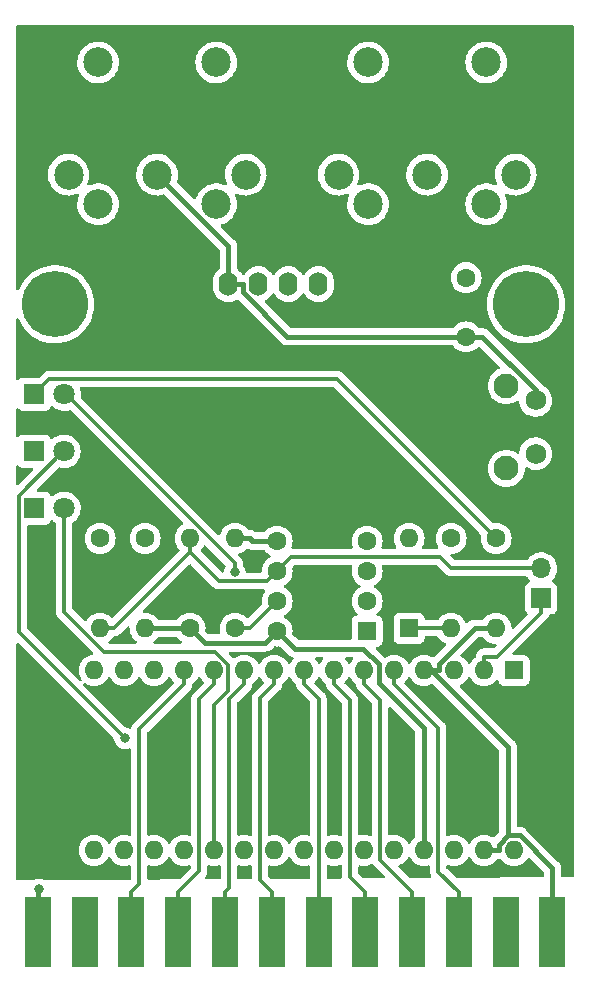
<source format=gbr>
%TF.GenerationSoftware,KiCad,Pcbnew,6.0.11-2627ca5db0~126~ubuntu20.04.1*%
%TF.CreationDate,2024-04-08T20:38:17+02:00*%
%TF.ProjectId,polyTimb64,706f6c79-5469-46d6-9236-342e6b696361,rev?*%
%TF.SameCoordinates,Original*%
%TF.FileFunction,Copper,L2,Bot*%
%TF.FilePolarity,Positive*%
%FSLAX46Y46*%
G04 Gerber Fmt 4.6, Leading zero omitted, Abs format (unit mm)*
G04 Created by KiCad (PCBNEW 6.0.11-2627ca5db0~126~ubuntu20.04.1) date 2024-04-08 20:38:17*
%MOMM*%
%LPD*%
G01*
G04 APERTURE LIST*
%TA.AperFunction,ComponentPad*%
%ADD10C,2.100000*%
%TD*%
%TA.AperFunction,ComponentPad*%
%ADD11C,1.750000*%
%TD*%
%TA.AperFunction,ComponentPad*%
%ADD12R,1.600000X1.600000*%
%TD*%
%TA.AperFunction,ComponentPad*%
%ADD13O,1.600000X1.600000*%
%TD*%
%TA.AperFunction,ComponentPad*%
%ADD14O,1.600000X2.000000*%
%TD*%
%TA.AperFunction,ComponentPad*%
%ADD15R,1.800000X1.800000*%
%TD*%
%TA.AperFunction,ComponentPad*%
%ADD16C,1.800000*%
%TD*%
%TA.AperFunction,ComponentPad*%
%ADD17C,2.500000*%
%TD*%
%TA.AperFunction,ComponentPad*%
%ADD18C,1.600000*%
%TD*%
%TA.AperFunction,ConnectorPad*%
%ADD19C,5.600000*%
%TD*%
%TA.AperFunction,ComponentPad*%
%ADD20C,3.600000*%
%TD*%
%TA.AperFunction,ComponentPad*%
%ADD21R,1.700000X1.700000*%
%TD*%
%TA.AperFunction,ComponentPad*%
%ADD22O,1.700000X1.700000*%
%TD*%
%TA.AperFunction,SMDPad,CuDef*%
%ADD23R,2.200000X6.000000*%
%TD*%
%TA.AperFunction,ViaPad*%
%ADD24C,0.800000*%
%TD*%
%TA.AperFunction,Conductor*%
%ADD25C,0.350000*%
%TD*%
%TA.AperFunction,Conductor*%
%ADD26C,0.450000*%
%TD*%
G04 APERTURE END LIST*
D10*
%TO.P,Reset,*%
%TO.N,*%
X123035500Y-80041000D03*
X123035500Y-87051000D03*
D11*
%TO.P,Reset,1,1*%
%TO.N,GND*%
X125525500Y-81291000D03*
%TO.P,Reset,2,2*%
%TO.N,Net-(CON1-Pad3)*%
X125525500Y-85791000D03*
%TD*%
D12*
%TO.P,D4,2,K*%
%TO.N,Net-(D4-Pad2)*%
X114808000Y-100584000D03*
D13*
%TO.P,D4,1,A*%
%TO.N,Net-(D4-Pad1)*%
X114808000Y-92964000D03*
%TD*%
D14*
%TO.P,Brd1,1,GND*%
%TO.N,GND*%
X99504000Y-71442000D03*
%TO.P,Brd1,2,VCC*%
%TO.N,+5V*%
X102044000Y-71442000D03*
%TO.P,Brd1,3,SCL*%
%TO.N,SCL*%
X104584000Y-71442000D03*
%TO.P,Brd1,4,SDA*%
%TO.N,SDA*%
X107124000Y-71442000D03*
%TD*%
D15*
%TO.P,D3,1,K*%
%TO.N,Net-(D1-Pad1)*%
X83053000Y-80772000D03*
D16*
%TO.P,D3,2,A*%
%TO.N,Net-(A1-Pad22)*%
X85593000Y-80772000D03*
%TD*%
D15*
%TO.P,D2,1,K*%
%TO.N,Net-(D1-Pad1)*%
X83048000Y-85598000D03*
D16*
%TO.P,D2,2,A*%
%TO.N,Net-(A1-Pad21)*%
X85588000Y-85598000D03*
%TD*%
D15*
%TO.P,D1,1,K*%
%TO.N,Net-(D1-Pad1)*%
X83053000Y-90424000D03*
D16*
%TO.P,D1,2,A*%
%TO.N,Net-(A1-Pad20)*%
X85593000Y-90424000D03*
%TD*%
D17*
%TO.P,THRU1,*%
%TO.N,*%
X98472000Y-52682000D03*
X88472000Y-52682000D03*
%TO.P,THRU1,1*%
%TO.N,unconnected-(THRU1-Pad1)*%
X85972000Y-62182000D03*
%TO.P,THRU1,2*%
%TO.N,GND*%
X93472000Y-62182000D03*
%TO.P,THRU1,3*%
%TO.N,unconnected-(THRU1-Pad3)*%
X100972000Y-62182000D03*
%TO.P,THRU1,4*%
%TO.N,Net-(THRU1-Pad4)*%
X88472000Y-64682000D03*
%TO.P,THRU1,5*%
%TO.N,Net-(THRU1-Pad5)*%
X98472000Y-64682000D03*
%TD*%
%TO.P,IN1,5*%
%TO.N,Net-(D4-Pad1)*%
X121332000Y-64682000D03*
%TO.P,IN1,4*%
%TO.N,Net-(IN1-Pad4)*%
X111332000Y-64682000D03*
%TO.P,IN1,3*%
%TO.N,unconnected-(IN1-Pad3)*%
X123832000Y-62182000D03*
%TO.P,IN1,2*%
%TO.N,Net-(C1-Pad1)*%
X116332000Y-62182000D03*
%TO.P,IN1,1*%
%TO.N,unconnected-(IN1-Pad1)*%
X108832000Y-62182000D03*
%TO.P,IN1,*%
%TO.N,*%
X111332000Y-52682000D03*
X121332000Y-52682000D03*
%TD*%
D18*
%TO.P,R1,1*%
%TO.N,Net-(D1-Pad1)*%
X122174000Y-92964000D03*
D13*
%TO.P,R1,2*%
%TO.N,GND*%
X122174000Y-100584000D03*
%TD*%
D18*
%TO.P,R5,1*%
%TO.N,Net-(THRU1-Pad4)*%
X92456000Y-92964000D03*
D13*
%TO.P,R5,2*%
%TO.N,+5V*%
X92456000Y-100584000D03*
%TD*%
D19*
%TO.P,H1,1*%
%TO.N,N/C*%
X84836000Y-73152000D03*
D20*
X84836000Y-73152000D03*
%TD*%
D18*
%TO.P,C1,2*%
%TO.N,GND*%
X119634000Y-75906000D03*
%TO.P,C1,1*%
%TO.N,Net-(C1-Pad1)*%
X119634000Y-70906000D03*
%TD*%
D13*
%TO.P,A1,30,VIN*%
%TO.N,unconnected-(A1-Pad30)*%
X123698000Y-119390000D03*
%TO.P,A1,29,GND*%
%TO.N,GND*%
X121158000Y-119390000D03*
%TO.P,A1,28,~{RESET}*%
%TO.N,unconnected-(A1-Pad28)*%
X118618000Y-119390000D03*
%TO.P,A1,27,+5V*%
%TO.N,+5V*%
X116078000Y-119390000D03*
%TO.P,A1,26,A7*%
%TO.N,unconnected-(A1-Pad26)*%
X113538000Y-119390000D03*
%TO.P,A1,25,A6*%
%TO.N,unconnected-(A1-Pad25)*%
X110998000Y-119390000D03*
%TO.P,A1,24,SCL/A5*%
%TO.N,SCL*%
X108458000Y-119390000D03*
%TO.P,A1,23,SDA/A4*%
%TO.N,SDA*%
X105918000Y-119390000D03*
%TO.P,A1,22,A3*%
%TO.N,Net-(A1-Pad22)*%
X103378000Y-119390000D03*
%TO.P,A1,21,A2*%
%TO.N,Net-(A1-Pad21)*%
X100838000Y-119390000D03*
%TO.P,A1,20,A1*%
%TO.N,Net-(A1-Pad20)*%
X98298000Y-119390000D03*
%TO.P,A1,19,A0*%
%TO.N,unconnected-(A1-Pad19)*%
X95758000Y-119390000D03*
%TO.P,A1,18,AREF*%
%TO.N,unconnected-(A1-Pad18)*%
X93218000Y-119390000D03*
%TO.P,A1,17,3V3*%
%TO.N,unconnected-(A1-Pad17)*%
X90678000Y-119390000D03*
%TO.P,A1,16,SCK*%
%TO.N,unconnected-(A1-Pad16)*%
X88138000Y-119390000D03*
%TO.P,A1,15,MISO*%
%TO.N,unconnected-(A1-Pad15)*%
X88138000Y-104150000D03*
%TO.P,A1,14,MOSI*%
%TO.N,unconnected-(A1-Pad14)*%
X90678000Y-104150000D03*
%TO.P,A1,13,D10*%
%TO.N,unconnected-(A1-Pad13)*%
X93218000Y-104150000D03*
%TO.P,A1,12,D9*%
%TO.N,Net-(A1-Pad12)*%
X95758000Y-104150000D03*
%TO.P,A1,11,D8*%
%TO.N,Net-(A1-Pad11)*%
X98298000Y-104150000D03*
%TO.P,A1,10,D7*%
%TO.N,Net-(A1-Pad10)*%
X100838000Y-104150000D03*
%TO.P,A1,9,D6*%
%TO.N,Net-(A1-Pad9)*%
X103378000Y-104150000D03*
%TO.P,A1,8,D5*%
%TO.N,Net-(A1-Pad8)*%
X105918000Y-104150000D03*
%TO.P,A1,7,D4*%
%TO.N,Net-(A1-Pad7)*%
X108458000Y-104150000D03*
%TO.P,A1,6,D3*%
%TO.N,Net-(A1-Pad6)*%
X110998000Y-104150000D03*
%TO.P,A1,5,D2*%
%TO.N,Net-(A1-Pad5)*%
X113538000Y-104150000D03*
%TO.P,A1,4,GND*%
%TO.N,GND*%
X116078000Y-104150000D03*
%TO.P,A1,3,~{RESET}*%
%TO.N,unconnected-(A1-Pad3)*%
X118618000Y-104150000D03*
%TO.P,A1,2,RX1*%
%TO.N,RX*%
X121158000Y-104150000D03*
D12*
%TO.P,A1,1,TX1*%
%TO.N,unconnected-(A1-Pad1)*%
X123698000Y-104150000D03*
%TD*%
D18*
%TO.P,R6,1*%
%TO.N,Net-(THRU1-Pad5)*%
X88646000Y-92964000D03*
D13*
%TO.P,R6,2*%
%TO.N,Net-(J2-Pad2)*%
X88646000Y-100584000D03*
%TD*%
D18*
%TO.P,U1,8,VCC*%
%TO.N,+5V*%
X103632000Y-100828000D03*
%TO.P,U1,7,VO1*%
%TO.N,Net-(R3-Pad1)*%
X103632000Y-98288000D03*
%TO.P,U1,6,VO2*%
%TO.N,Net-(J2-Pad2)*%
X103632000Y-95748000D03*
%TO.P,U1,5,GND*%
%TO.N,GND*%
X103632000Y-93208000D03*
%TO.P,U1,4,NC*%
%TO.N,unconnected-(U1-Pad4)*%
X111252000Y-93208000D03*
%TO.P,U1,3,C2*%
%TO.N,Net-(D4-Pad1)*%
X111252000Y-95748000D03*
%TO.P,U1,2,C1*%
%TO.N,Net-(D4-Pad2)*%
X111252000Y-98288000D03*
D12*
%TO.P,U1,1,NC*%
%TO.N,unconnected-(U1-Pad1)*%
X111252000Y-100828000D03*
%TD*%
D21*
%TO.P,J2,1,Pin_1*%
%TO.N,RX*%
X125984000Y-98044000D03*
D22*
%TO.P,J2,2,Pin_2*%
%TO.N,Net-(J2-Pad2)*%
X125984000Y-95504000D03*
%TD*%
D13*
%TO.P,R3,2*%
%TO.N,GND*%
X100076000Y-92964000D03*
D18*
%TO.P,R3,1*%
%TO.N,Net-(R3-Pad1)*%
X100076000Y-100584000D03*
%TD*%
D13*
%TO.P,R2,2*%
%TO.N,Net-(D4-Pad2)*%
X118364000Y-100584000D03*
D18*
%TO.P,R2,1*%
%TO.N,Net-(IN1-Pad4)*%
X118364000Y-92964000D03*
%TD*%
D23*
%TO.P,CON1,1,GND*%
%TO.N,GND*%
X83376000Y-126296500D03*
X126936000Y-126296500D03*
%TO.P,CON1,B,/FLAG2*%
%TO.N,unconnected-(CON1-PadB)*%
X122976000Y-126296500D03*
%TO.P,CON1,C,PB0*%
%TO.N,Net-(A1-Pad5)*%
X119016000Y-126296500D03*
%TO.P,CON1,D,PB1*%
%TO.N,Net-(A1-Pad6)*%
X115056000Y-126296500D03*
%TO.P,CON1,E,PB2*%
%TO.N,Net-(A1-Pad7)*%
X111096000Y-126296500D03*
%TO.P,CON1,F,PB3*%
%TO.N,Net-(A1-Pad8)*%
X107136000Y-126296500D03*
%TO.P,CON1,H,PB4*%
%TO.N,Net-(A1-Pad9)*%
X103176000Y-126296500D03*
%TO.P,CON1,J,PB5*%
%TO.N,Net-(A1-Pad10)*%
X99216000Y-126296500D03*
%TO.P,CON1,K,PB6*%
%TO.N,Net-(A1-Pad11)*%
X95256000Y-126296500D03*
%TO.P,CON1,L,PB7*%
%TO.N,Net-(A1-Pad12)*%
X91296000Y-126296500D03*
%TO.P,CON1,M,PA2*%
%TO.N,unconnected-(CON1-PadM)*%
X87336000Y-126296500D03*
%TD*%
D18*
%TO.P,R4,1*%
%TO.N,+5V*%
X96266000Y-100584000D03*
D13*
%TO.P,R4,2*%
%TO.N,Net-(J2-Pad2)*%
X96266000Y-92964000D03*
%TD*%
D19*
%TO.P,H2,1*%
%TO.N,N/C*%
X124714000Y-73152000D03*
D20*
X124714000Y-73152000D03*
%TD*%
D24*
%TO.N,Net-(A1-Pad22)*%
X100045100Y-95832900D03*
%TO.N,Net-(A1-Pad21)*%
X90765000Y-109911700D03*
%TO.N,GND*%
X83474700Y-122694200D03*
%TD*%
D25*
%TO.N,Net-(R3-Pad1)*%
X101336000Y-100584000D02*
X103632000Y-98288000D01*
X100076000Y-100584000D02*
X101336000Y-100584000D01*
%TO.N,Net-(J2-Pad2)*%
X125984000Y-95504000D02*
X124758700Y-95504000D01*
X96266000Y-94139300D02*
X89821300Y-100584000D01*
X96266000Y-92964000D02*
X96266000Y-94139300D01*
X88646000Y-100584000D02*
X89821300Y-100584000D01*
X104837900Y-94542100D02*
X103632000Y-95748000D01*
X117425800Y-94542100D02*
X104837900Y-94542100D01*
X118387700Y-95504000D02*
X117425800Y-94542100D01*
X124758700Y-95504000D02*
X118387700Y-95504000D01*
X102771800Y-96608200D02*
X103632000Y-95748000D01*
X98734900Y-96608200D02*
X102771800Y-96608200D01*
X96266000Y-94139300D02*
X98734900Y-96608200D01*
%TO.N,Net-(D4-Pad2)*%
X118364000Y-100584000D02*
X114808000Y-100584000D01*
%TO.N,Net-(D1-Pad1)*%
X84355500Y-79469500D02*
X83053000Y-80772000D01*
X108679500Y-79469500D02*
X84355500Y-79469500D01*
X122174000Y-92964000D02*
X108679500Y-79469500D01*
D26*
%TO.N,+5V*%
X92456000Y-100584000D02*
X93681300Y-100584000D01*
X93681300Y-100584000D02*
X96266000Y-100584000D01*
X102640600Y-101819400D02*
X103632000Y-100828000D01*
X97501400Y-101819400D02*
X102640600Y-101819400D01*
X96266000Y-100584000D02*
X97501400Y-101819400D01*
X116078000Y-109059500D02*
X116078000Y-119390000D01*
X112223400Y-105204900D02*
X116078000Y-109059500D01*
X112223400Y-103602600D02*
X112223400Y-105204900D01*
X110924300Y-102303500D02*
X112223400Y-103602600D01*
X105107500Y-102303500D02*
X110924300Y-102303500D01*
X103632000Y-100828000D02*
X105107500Y-102303500D01*
D25*
%TO.N,Net-(A1-Pad22)*%
X85749700Y-80772000D02*
X85593000Y-80772000D01*
X100045100Y-95067400D02*
X85749700Y-80772000D01*
X100045100Y-95832900D02*
X100045100Y-95067400D01*
%TO.N,Net-(A1-Pad21)*%
X85540600Y-85598000D02*
X85588000Y-85598000D01*
X81777600Y-89361000D02*
X85540600Y-85598000D01*
X81777600Y-100924300D02*
X81777600Y-89361000D01*
X90765000Y-109911700D02*
X81777600Y-100924300D01*
%TO.N,Net-(A1-Pad20)*%
X85593000Y-99217500D02*
X85593000Y-90424000D01*
X88937100Y-102561600D02*
X85593000Y-99217500D01*
X98383700Y-102561600D02*
X88937100Y-102561600D01*
X99498600Y-103676500D02*
X98383700Y-102561600D01*
X99498600Y-105886300D02*
X99498600Y-103676500D01*
X98298000Y-107086900D02*
X99498600Y-105886300D01*
X98298000Y-119390000D02*
X98298000Y-107086900D01*
%TO.N,Net-(A1-Pad12)*%
X91948000Y-109135300D02*
X95758000Y-105325300D01*
X91948000Y-122269200D02*
X91948000Y-109135300D01*
X91296000Y-122921200D02*
X91948000Y-122269200D01*
X91296000Y-126296500D02*
X91296000Y-122921200D01*
X95758000Y-104150000D02*
X95758000Y-105325300D01*
%TO.N,Net-(A1-Pad11)*%
X97028000Y-106595300D02*
X98298000Y-105325300D01*
X97028000Y-121149200D02*
X97028000Y-106595300D01*
X95256000Y-122921200D02*
X97028000Y-121149200D01*
X95256000Y-126296500D02*
X95256000Y-122921200D01*
X98298000Y-104150000D02*
X98298000Y-105325300D01*
%TO.N,Net-(A1-Pad10)*%
X99568000Y-106595300D02*
X100838000Y-105325300D01*
X99568000Y-122569200D02*
X99568000Y-106595300D01*
X99216000Y-122921200D02*
X99568000Y-122569200D01*
X99216000Y-126296500D02*
X99216000Y-122921200D01*
X100838000Y-104150000D02*
X100838000Y-105325300D01*
%TO.N,Net-(A1-Pad9)*%
X102174700Y-106528600D02*
X103378000Y-105325300D01*
X102174700Y-121919900D02*
X102174700Y-106528600D01*
X103176000Y-122921200D02*
X102174700Y-121919900D01*
X103176000Y-126296500D02*
X103176000Y-122921200D01*
X103378000Y-104150000D02*
X103378000Y-105325300D01*
%TO.N,Net-(A1-Pad8)*%
X107136000Y-106543300D02*
X105918000Y-105325300D01*
X107136000Y-126296500D02*
X107136000Y-106543300D01*
X105918000Y-104150000D02*
X105918000Y-105325300D01*
%TO.N,Net-(A1-Pad7)*%
X109822600Y-106689900D02*
X108458000Y-105325300D01*
X109822600Y-121647800D02*
X109822600Y-106689900D01*
X111096000Y-122921200D02*
X109822600Y-121647800D01*
X111096000Y-126296500D02*
X111096000Y-122921200D01*
X108458000Y-104150000D02*
X108458000Y-105325300D01*
%TO.N,Net-(A1-Pad6)*%
X115056000Y-126296500D02*
X115056000Y-122921200D01*
X110998000Y-104150000D02*
X110998000Y-105325300D01*
X112362600Y-120227800D02*
X115056000Y-122921200D01*
X112362600Y-106689900D02*
X112362600Y-120227800D01*
X110998000Y-105325300D02*
X112362600Y-106689900D01*
%TO.N,Net-(A1-Pad5)*%
X119016000Y-126296500D02*
X119016000Y-122921200D01*
X113538000Y-104150000D02*
X113538000Y-105325300D01*
X117282200Y-121187400D02*
X119016000Y-122921200D01*
X117282200Y-109069500D02*
X117282200Y-121187400D01*
X113538000Y-105325300D02*
X117282200Y-109069500D01*
D26*
%TO.N,GND*%
X83376000Y-122792900D02*
X83474700Y-122694200D01*
X83376000Y-126296500D02*
X83376000Y-122792900D01*
X101545300Y-93208000D02*
X103632000Y-93208000D01*
X101301300Y-92964000D02*
X101545300Y-93208000D01*
X100076000Y-92964000D02*
X101301300Y-92964000D01*
X117303300Y-103642200D02*
X117303300Y-104150000D01*
X120361500Y-100584000D02*
X117303300Y-103642200D01*
X120948700Y-100584000D02*
X120361500Y-100584000D01*
X122174000Y-100584000D02*
X120948700Y-100584000D01*
X99504000Y-68214000D02*
X99504000Y-71442000D01*
X93472000Y-62182000D02*
X99504000Y-68214000D01*
X99504000Y-71442000D02*
X100729300Y-71442000D01*
X104504100Y-75906000D02*
X119634000Y-75906000D01*
X100729300Y-72131200D02*
X104504100Y-75906000D01*
X100729300Y-71442000D02*
X100729300Y-72131200D01*
X125525500Y-80442600D02*
X125525500Y-81291000D01*
X120988900Y-75906000D02*
X125525500Y-80442600D01*
X119634000Y-75906000D02*
X120988900Y-75906000D01*
X121158000Y-119390000D02*
X122383300Y-119390000D01*
X116078000Y-104150000D02*
X116690700Y-104150000D01*
X116690700Y-104150000D02*
X117303300Y-104150000D01*
X123184100Y-110643400D02*
X123184100Y-118129700D01*
X116690700Y-104150000D02*
X123184100Y-110643400D01*
X122383300Y-118930500D02*
X123184100Y-118129700D01*
X122383300Y-119390000D02*
X122383300Y-118930500D01*
X126936000Y-120886200D02*
X126936000Y-126296500D01*
X124179500Y-118129700D02*
X126936000Y-120886200D01*
X123184100Y-118129700D02*
X124179500Y-118129700D01*
D25*
%TO.N,RX*%
X122278600Y-102974700D02*
X121158000Y-102974700D01*
X125984000Y-99269300D02*
X122278600Y-102974700D01*
X121158000Y-104150000D02*
X121158000Y-102974700D01*
X125984000Y-98044000D02*
X125984000Y-99269300D01*
%TD*%
%TA.AperFunction,NonConductor*%
G36*
X81743012Y-86810362D02*
G01*
X81761325Y-86830020D01*
X81784739Y-86861261D01*
X81901295Y-86948615D01*
X82037684Y-86999745D01*
X82099866Y-87006500D01*
X82861295Y-87006500D01*
X82929416Y-87026502D01*
X82975909Y-87080158D01*
X82986013Y-87150432D01*
X82956519Y-87215012D01*
X82950390Y-87221595D01*
X81749595Y-88422390D01*
X81687283Y-88456416D01*
X81616468Y-88451351D01*
X81559632Y-88408804D01*
X81534821Y-88342284D01*
X81534500Y-88333295D01*
X81534500Y-86905586D01*
X81554502Y-86837465D01*
X81608158Y-86790972D01*
X81678432Y-86780868D01*
X81743012Y-86810362D01*
G37*
%TD.AperFunction*%
%TA.AperFunction,NonConductor*%
G36*
X97591644Y-93581818D02*
G01*
X97602851Y-93591766D01*
X99238054Y-95226969D01*
X99272080Y-95289281D01*
X99267015Y-95360096D01*
X99258083Y-95379055D01*
X99210573Y-95461344D01*
X99151558Y-95642972D01*
X99150868Y-95649533D01*
X99150868Y-95649535D01*
X99139675Y-95756031D01*
X99112662Y-95821687D01*
X99054440Y-95862317D01*
X98983495Y-95865020D01*
X98925270Y-95831955D01*
X97176002Y-94082687D01*
X97141976Y-94020375D01*
X97147041Y-93949560D01*
X97176001Y-93904497D01*
X97272198Y-93808300D01*
X97288554Y-93784942D01*
X97362491Y-93679349D01*
X97403523Y-93620749D01*
X97405056Y-93617462D01*
X97456019Y-93568868D01*
X97525733Y-93555432D01*
X97591644Y-93581818D01*
G37*
%TD.AperFunction*%
%TA.AperFunction,NonConductor*%
G36*
X101157690Y-93836974D02*
G01*
X101166999Y-93840878D01*
X101221176Y-93866199D01*
X101225061Y-93868098D01*
X101287882Y-93900176D01*
X101294994Y-93901916D01*
X101300280Y-93903882D01*
X101305565Y-93905640D01*
X101312195Y-93908739D01*
X101381263Y-93923105D01*
X101385547Y-93924075D01*
X101454021Y-93940830D01*
X101459623Y-93941178D01*
X101459626Y-93941178D01*
X101464820Y-93941500D01*
X101464819Y-93941524D01*
X101469234Y-93941788D01*
X101472484Y-93942078D01*
X101479652Y-93943569D01*
X101554423Y-93941546D01*
X101557831Y-93941500D01*
X102482627Y-93941500D01*
X102550748Y-93961502D01*
X102585840Y-93995229D01*
X102622643Y-94047789D01*
X102625802Y-94052300D01*
X102787700Y-94214198D01*
X102792208Y-94217355D01*
X102792211Y-94217357D01*
X102829549Y-94243501D01*
X102975251Y-94345523D01*
X102980233Y-94347846D01*
X102980238Y-94347849D01*
X103014457Y-94363805D01*
X103067742Y-94410722D01*
X103087203Y-94478999D01*
X103066661Y-94546959D01*
X103014457Y-94592195D01*
X102980238Y-94608151D01*
X102980233Y-94608154D01*
X102975251Y-94610477D01*
X102896695Y-94665483D01*
X102792211Y-94738643D01*
X102792208Y-94738645D01*
X102787700Y-94741802D01*
X102625802Y-94903700D01*
X102622645Y-94908208D01*
X102622643Y-94908211D01*
X102567902Y-94986389D01*
X102494477Y-95091251D01*
X102492154Y-95096233D01*
X102492151Y-95096238D01*
X102414620Y-95262505D01*
X102397716Y-95298757D01*
X102396294Y-95304065D01*
X102396293Y-95304067D01*
X102339883Y-95514590D01*
X102338457Y-95519913D01*
X102318502Y-95748000D01*
X102318981Y-95753474D01*
X102321977Y-95787718D01*
X102307988Y-95857323D01*
X102258588Y-95908316D01*
X102196456Y-95924700D01*
X101081704Y-95924700D01*
X101013583Y-95904698D01*
X100967090Y-95851042D01*
X100956394Y-95811871D01*
X100939332Y-95649534D01*
X100939331Y-95649531D01*
X100938642Y-95642972D01*
X100879627Y-95461344D01*
X100784140Y-95295956D01*
X100779720Y-95291047D01*
X100779717Y-95291043D01*
X100760965Y-95270217D01*
X100730247Y-95206210D01*
X100728600Y-95185906D01*
X100728600Y-95095456D01*
X100728892Y-95086886D01*
X100730728Y-95059954D01*
X100732677Y-95031366D01*
X100722097Y-94970742D01*
X100721134Y-94964219D01*
X100714658Y-94910708D01*
X100714658Y-94910707D01*
X100713745Y-94903165D01*
X100711059Y-94896055D01*
X100709854Y-94891152D01*
X100706995Y-94880700D01*
X100705541Y-94875884D01*
X100704234Y-94868396D01*
X100679490Y-94812027D01*
X100677025Y-94805988D01*
X100655269Y-94748411D01*
X100650964Y-94742148D01*
X100648617Y-94737658D01*
X100643357Y-94728207D01*
X100640790Y-94723866D01*
X100637739Y-94716915D01*
X100633120Y-94710895D01*
X100633115Y-94710887D01*
X100600281Y-94668098D01*
X100596419Y-94662784D01*
X100561566Y-94612074D01*
X100516776Y-94572167D01*
X100511502Y-94567187D01*
X100377779Y-94433464D01*
X100343753Y-94371152D01*
X100348818Y-94300337D01*
X100391365Y-94243501D01*
X100434262Y-94222662D01*
X100480395Y-94210301D01*
X100519933Y-94199707D01*
X100519935Y-94199706D01*
X100525243Y-94198284D01*
X100547737Y-94187795D01*
X100727762Y-94103849D01*
X100727767Y-94103846D01*
X100732749Y-94101523D01*
X100892781Y-93989467D01*
X100915789Y-93973357D01*
X100915792Y-93973355D01*
X100920300Y-93970198D01*
X101024563Y-93865935D01*
X101086875Y-93831909D01*
X101157690Y-93836974D01*
G37*
%TD.AperFunction*%
%TA.AperFunction,NonConductor*%
G36*
X84606732Y-81786921D02*
G01*
X84626647Y-81800464D01*
X84758942Y-81910297D01*
X84782349Y-81929730D01*
X84982322Y-82046584D01*
X85198694Y-82129209D01*
X85203760Y-82130240D01*
X85203761Y-82130240D01*
X85256846Y-82141040D01*
X85425656Y-82175385D01*
X85555089Y-82180131D01*
X85651949Y-82183683D01*
X85651953Y-82183683D01*
X85657113Y-82183872D01*
X85662233Y-82183216D01*
X85662235Y-82183216D01*
X85736166Y-82173745D01*
X85886847Y-82154442D01*
X86029131Y-82111755D01*
X86100124Y-82111338D01*
X86154431Y-82143346D01*
X95638234Y-91627149D01*
X95672260Y-91689461D01*
X95667195Y-91760276D01*
X95624648Y-91817112D01*
X95613343Y-91824569D01*
X95609251Y-91826477D01*
X95529876Y-91882056D01*
X95426211Y-91954643D01*
X95426208Y-91954645D01*
X95421700Y-91957802D01*
X95259802Y-92119700D01*
X95128477Y-92307251D01*
X95126154Y-92312233D01*
X95126151Y-92312238D01*
X95054872Y-92465099D01*
X95031716Y-92514757D01*
X95030294Y-92520065D01*
X95030293Y-92520067D01*
X94973883Y-92730590D01*
X94972457Y-92735913D01*
X94952502Y-92964000D01*
X94972457Y-93192087D01*
X95031716Y-93413243D01*
X95034039Y-93418224D01*
X95034039Y-93418225D01*
X95126151Y-93615762D01*
X95126154Y-93615767D01*
X95128477Y-93620749D01*
X95169509Y-93679349D01*
X95243447Y-93784942D01*
X95259802Y-93808300D01*
X95355999Y-93904497D01*
X95390025Y-93966809D01*
X95384960Y-94037624D01*
X95356001Y-94082684D01*
X89764685Y-99674000D01*
X89702375Y-99708025D01*
X89631560Y-99702960D01*
X89586497Y-99673999D01*
X89490300Y-99577802D01*
X89485792Y-99574645D01*
X89485789Y-99574643D01*
X89376110Y-99497845D01*
X89302749Y-99446477D01*
X89297767Y-99444154D01*
X89297762Y-99444151D01*
X89100225Y-99352039D01*
X89100224Y-99352039D01*
X89095243Y-99349716D01*
X89089935Y-99348294D01*
X89089933Y-99348293D01*
X88879402Y-99291881D01*
X88879400Y-99291881D01*
X88874087Y-99290457D01*
X88646000Y-99270502D01*
X88417913Y-99290457D01*
X88412600Y-99291881D01*
X88412598Y-99291881D01*
X88202067Y-99348293D01*
X88202065Y-99348294D01*
X88196757Y-99349716D01*
X88191776Y-99352039D01*
X88191775Y-99352039D01*
X87994238Y-99444151D01*
X87994233Y-99444154D01*
X87989251Y-99446477D01*
X87915890Y-99497845D01*
X87806211Y-99574643D01*
X87806208Y-99574645D01*
X87801700Y-99577802D01*
X87639802Y-99739700D01*
X87636645Y-99744208D01*
X87636643Y-99744211D01*
X87559996Y-99853675D01*
X87508477Y-99927251D01*
X87506155Y-99932230D01*
X87503410Y-99936985D01*
X87452028Y-99985979D01*
X87382315Y-99999416D01*
X87316403Y-99973029D01*
X87305196Y-99963081D01*
X86313405Y-98971290D01*
X86279379Y-98908978D01*
X86276500Y-98882195D01*
X86276500Y-92964000D01*
X87332502Y-92964000D01*
X87352457Y-93192087D01*
X87411716Y-93413243D01*
X87414039Y-93418224D01*
X87414039Y-93418225D01*
X87506151Y-93615762D01*
X87506154Y-93615767D01*
X87508477Y-93620749D01*
X87549509Y-93679349D01*
X87623447Y-93784942D01*
X87639802Y-93808300D01*
X87801700Y-93970198D01*
X87806208Y-93973355D01*
X87806211Y-93973357D01*
X87829219Y-93989467D01*
X87989251Y-94101523D01*
X87994233Y-94103846D01*
X87994238Y-94103849D01*
X88174263Y-94187795D01*
X88196757Y-94198284D01*
X88202065Y-94199706D01*
X88202067Y-94199707D01*
X88412598Y-94256119D01*
X88412600Y-94256119D01*
X88417913Y-94257543D01*
X88646000Y-94277498D01*
X88874087Y-94257543D01*
X88879400Y-94256119D01*
X88879402Y-94256119D01*
X89089933Y-94199707D01*
X89089935Y-94199706D01*
X89095243Y-94198284D01*
X89117737Y-94187795D01*
X89297762Y-94103849D01*
X89297767Y-94103846D01*
X89302749Y-94101523D01*
X89462781Y-93989467D01*
X89485789Y-93973357D01*
X89485792Y-93973355D01*
X89490300Y-93970198D01*
X89652198Y-93808300D01*
X89668554Y-93784942D01*
X89742491Y-93679349D01*
X89783523Y-93620749D01*
X89785846Y-93615767D01*
X89785849Y-93615762D01*
X89877961Y-93418225D01*
X89877961Y-93418224D01*
X89880284Y-93413243D01*
X89939543Y-93192087D01*
X89959498Y-92964000D01*
X91142502Y-92964000D01*
X91162457Y-93192087D01*
X91221716Y-93413243D01*
X91224039Y-93418224D01*
X91224039Y-93418225D01*
X91316151Y-93615762D01*
X91316154Y-93615767D01*
X91318477Y-93620749D01*
X91359509Y-93679349D01*
X91433447Y-93784942D01*
X91449802Y-93808300D01*
X91611700Y-93970198D01*
X91616208Y-93973355D01*
X91616211Y-93973357D01*
X91639219Y-93989467D01*
X91799251Y-94101523D01*
X91804233Y-94103846D01*
X91804238Y-94103849D01*
X91984263Y-94187795D01*
X92006757Y-94198284D01*
X92012065Y-94199706D01*
X92012067Y-94199707D01*
X92222598Y-94256119D01*
X92222600Y-94256119D01*
X92227913Y-94257543D01*
X92456000Y-94277498D01*
X92684087Y-94257543D01*
X92689400Y-94256119D01*
X92689402Y-94256119D01*
X92899933Y-94199707D01*
X92899935Y-94199706D01*
X92905243Y-94198284D01*
X92927737Y-94187795D01*
X93107762Y-94103849D01*
X93107767Y-94103846D01*
X93112749Y-94101523D01*
X93272781Y-93989467D01*
X93295789Y-93973357D01*
X93295792Y-93973355D01*
X93300300Y-93970198D01*
X93462198Y-93808300D01*
X93478554Y-93784942D01*
X93552491Y-93679349D01*
X93593523Y-93620749D01*
X93595846Y-93615767D01*
X93595849Y-93615762D01*
X93687961Y-93418225D01*
X93687961Y-93418224D01*
X93690284Y-93413243D01*
X93749543Y-93192087D01*
X93769498Y-92964000D01*
X93749543Y-92735913D01*
X93748117Y-92730590D01*
X93691707Y-92520067D01*
X93691706Y-92520065D01*
X93690284Y-92514757D01*
X93667128Y-92465099D01*
X93595849Y-92312238D01*
X93595846Y-92312233D01*
X93593523Y-92307251D01*
X93462198Y-92119700D01*
X93300300Y-91957802D01*
X93295792Y-91954645D01*
X93295789Y-91954643D01*
X93204010Y-91890379D01*
X93112749Y-91826477D01*
X93107767Y-91824154D01*
X93107762Y-91824151D01*
X92910225Y-91732039D01*
X92910224Y-91732039D01*
X92905243Y-91729716D01*
X92899935Y-91728294D01*
X92899933Y-91728293D01*
X92689402Y-91671881D01*
X92689400Y-91671881D01*
X92684087Y-91670457D01*
X92456000Y-91650502D01*
X92227913Y-91670457D01*
X92222600Y-91671881D01*
X92222598Y-91671881D01*
X92012067Y-91728293D01*
X92012065Y-91728294D01*
X92006757Y-91729716D01*
X92001776Y-91732039D01*
X92001775Y-91732039D01*
X91804238Y-91824151D01*
X91804233Y-91824154D01*
X91799251Y-91826477D01*
X91707990Y-91890379D01*
X91616211Y-91954643D01*
X91616208Y-91954645D01*
X91611700Y-91957802D01*
X91449802Y-92119700D01*
X91318477Y-92307251D01*
X91316154Y-92312233D01*
X91316151Y-92312238D01*
X91244872Y-92465099D01*
X91221716Y-92514757D01*
X91220294Y-92520065D01*
X91220293Y-92520067D01*
X91163883Y-92730590D01*
X91162457Y-92735913D01*
X91142502Y-92964000D01*
X89959498Y-92964000D01*
X89939543Y-92735913D01*
X89938117Y-92730590D01*
X89881707Y-92520067D01*
X89881706Y-92520065D01*
X89880284Y-92514757D01*
X89857128Y-92465099D01*
X89785849Y-92312238D01*
X89785846Y-92312233D01*
X89783523Y-92307251D01*
X89652198Y-92119700D01*
X89490300Y-91957802D01*
X89485792Y-91954645D01*
X89485789Y-91954643D01*
X89394010Y-91890379D01*
X89302749Y-91826477D01*
X89297767Y-91824154D01*
X89297762Y-91824151D01*
X89100225Y-91732039D01*
X89100224Y-91732039D01*
X89095243Y-91729716D01*
X89089935Y-91728294D01*
X89089933Y-91728293D01*
X88879402Y-91671881D01*
X88879400Y-91671881D01*
X88874087Y-91670457D01*
X88646000Y-91650502D01*
X88417913Y-91670457D01*
X88412600Y-91671881D01*
X88412598Y-91671881D01*
X88202067Y-91728293D01*
X88202065Y-91728294D01*
X88196757Y-91729716D01*
X88191776Y-91732039D01*
X88191775Y-91732039D01*
X87994238Y-91824151D01*
X87994233Y-91824154D01*
X87989251Y-91826477D01*
X87897990Y-91890379D01*
X87806211Y-91954643D01*
X87806208Y-91954645D01*
X87801700Y-91957802D01*
X87639802Y-92119700D01*
X87508477Y-92307251D01*
X87506154Y-92312233D01*
X87506151Y-92312238D01*
X87434872Y-92465099D01*
X87411716Y-92514757D01*
X87410294Y-92520065D01*
X87410293Y-92520067D01*
X87353883Y-92730590D01*
X87352457Y-92735913D01*
X87332502Y-92964000D01*
X86276500Y-92964000D01*
X86276500Y-91731548D01*
X86296502Y-91663427D01*
X86329332Y-91628969D01*
X86342537Y-91619550D01*
X86505243Y-91503494D01*
X86669303Y-91340005D01*
X86804458Y-91151917D01*
X86907078Y-90944280D01*
X86974408Y-90722671D01*
X87004640Y-90493041D01*
X87006327Y-90424000D01*
X87000032Y-90347434D01*
X86987773Y-90198318D01*
X86987772Y-90198312D01*
X86987349Y-90193167D01*
X86930925Y-89968533D01*
X86838570Y-89756131D01*
X86712764Y-89561665D01*
X86556887Y-89390358D01*
X86552836Y-89387159D01*
X86552832Y-89387155D01*
X86379177Y-89250011D01*
X86379172Y-89250008D01*
X86375123Y-89246810D01*
X86370607Y-89244317D01*
X86370604Y-89244315D01*
X86176879Y-89137373D01*
X86176875Y-89137371D01*
X86172355Y-89134876D01*
X86167486Y-89133152D01*
X86167482Y-89133150D01*
X85958903Y-89059288D01*
X85958899Y-89059287D01*
X85954028Y-89057562D01*
X85948935Y-89056655D01*
X85948932Y-89056654D01*
X85731095Y-89017851D01*
X85731089Y-89017850D01*
X85726006Y-89016945D01*
X85653096Y-89016054D01*
X85499581Y-89014179D01*
X85499579Y-89014179D01*
X85494411Y-89014116D01*
X85265464Y-89049150D01*
X85045314Y-89121106D01*
X85040726Y-89123494D01*
X85040722Y-89123496D01*
X84844461Y-89225663D01*
X84839872Y-89228052D01*
X84835739Y-89231155D01*
X84835736Y-89231157D01*
X84763085Y-89285705D01*
X84654655Y-89367117D01*
X84637170Y-89385414D01*
X84575646Y-89420844D01*
X84504733Y-89417387D01*
X84446947Y-89376141D01*
X84428094Y-89342592D01*
X84406768Y-89285705D01*
X84406767Y-89285704D01*
X84403615Y-89277295D01*
X84316261Y-89160739D01*
X84199705Y-89073385D01*
X84063316Y-89022255D01*
X84001134Y-89015500D01*
X83393905Y-89015500D01*
X83325784Y-88995498D01*
X83279291Y-88941842D01*
X83269187Y-88871568D01*
X83298681Y-88806988D01*
X83304810Y-88800405D01*
X85109518Y-86995697D01*
X85171830Y-86961671D01*
X85223733Y-86961321D01*
X85332473Y-86983444D01*
X85420656Y-87001385D01*
X85550089Y-87006131D01*
X85646949Y-87009683D01*
X85646953Y-87009683D01*
X85652113Y-87009872D01*
X85657233Y-87009216D01*
X85657235Y-87009216D01*
X85731166Y-86999745D01*
X85881847Y-86980442D01*
X85886795Y-86978957D01*
X85886802Y-86978956D01*
X86098747Y-86915369D01*
X86103690Y-86913886D01*
X86108324Y-86911616D01*
X86307049Y-86814262D01*
X86307052Y-86814260D01*
X86311684Y-86811991D01*
X86500243Y-86677494D01*
X86664303Y-86514005D01*
X86799458Y-86325917D01*
X86902078Y-86118280D01*
X86969408Y-85896671D01*
X86999640Y-85667041D01*
X86999859Y-85658073D01*
X87001245Y-85601365D01*
X87001245Y-85601361D01*
X87001327Y-85598000D01*
X86993934Y-85508083D01*
X86982773Y-85372318D01*
X86982772Y-85372312D01*
X86982349Y-85367167D01*
X86925925Y-85142533D01*
X86833570Y-84930131D01*
X86707764Y-84735665D01*
X86551887Y-84564358D01*
X86547836Y-84561159D01*
X86547832Y-84561155D01*
X86374177Y-84424011D01*
X86374172Y-84424008D01*
X86370123Y-84420810D01*
X86365607Y-84418317D01*
X86365604Y-84418315D01*
X86171879Y-84311373D01*
X86171875Y-84311371D01*
X86167355Y-84308876D01*
X86162486Y-84307152D01*
X86162482Y-84307150D01*
X85953903Y-84233288D01*
X85953899Y-84233287D01*
X85949028Y-84231562D01*
X85943935Y-84230655D01*
X85943932Y-84230654D01*
X85726095Y-84191851D01*
X85726089Y-84191850D01*
X85721006Y-84190945D01*
X85648096Y-84190054D01*
X85494581Y-84188179D01*
X85494579Y-84188179D01*
X85489411Y-84188116D01*
X85260464Y-84223150D01*
X85040314Y-84295106D01*
X85035726Y-84297494D01*
X85035722Y-84297496D01*
X84878271Y-84379460D01*
X84834872Y-84402052D01*
X84830739Y-84405155D01*
X84830736Y-84405157D01*
X84689459Y-84511231D01*
X84649655Y-84541117D01*
X84632170Y-84559414D01*
X84570646Y-84594844D01*
X84499733Y-84591387D01*
X84441947Y-84550141D01*
X84423094Y-84516592D01*
X84401768Y-84459705D01*
X84401767Y-84459704D01*
X84398615Y-84451295D01*
X84311261Y-84334739D01*
X84194705Y-84247385D01*
X84058316Y-84196255D01*
X83996134Y-84189500D01*
X82099866Y-84189500D01*
X82037684Y-84196255D01*
X81901295Y-84247385D01*
X81784739Y-84334739D01*
X81779358Y-84341919D01*
X81761326Y-84365979D01*
X81704467Y-84408494D01*
X81633649Y-84413520D01*
X81571355Y-84379460D01*
X81537365Y-84317129D01*
X81534500Y-84290414D01*
X81534500Y-82072915D01*
X81554502Y-82004794D01*
X81608158Y-81958301D01*
X81678432Y-81948197D01*
X81743012Y-81977691D01*
X81761323Y-81997346D01*
X81789739Y-82035261D01*
X81906295Y-82122615D01*
X82042684Y-82173745D01*
X82104866Y-82180500D01*
X84001134Y-82180500D01*
X84063316Y-82173745D01*
X84199705Y-82122615D01*
X84316261Y-82035261D01*
X84403615Y-81918705D01*
X84428180Y-81853178D01*
X84470822Y-81796414D01*
X84537383Y-81771714D01*
X84606732Y-81786921D01*
G37*
%TD.AperFunction*%
%TA.AperFunction,NonConductor*%
G36*
X96310032Y-95166049D02*
G01*
X96355095Y-95195010D01*
X98231744Y-97071659D01*
X98237598Y-97077924D01*
X98274190Y-97119870D01*
X98324555Y-97155266D01*
X98329820Y-97159178D01*
X98378228Y-97197135D01*
X98385152Y-97200261D01*
X98389461Y-97202871D01*
X98398876Y-97208242D01*
X98403324Y-97210627D01*
X98409539Y-97214995D01*
X98416616Y-97217754D01*
X98466857Y-97237342D01*
X98472929Y-97239894D01*
X98529005Y-97265214D01*
X98536482Y-97266600D01*
X98541302Y-97268110D01*
X98551718Y-97271078D01*
X98556598Y-97272331D01*
X98563672Y-97275089D01*
X98571203Y-97276081D01*
X98571205Y-97276081D01*
X98624677Y-97283121D01*
X98631190Y-97284153D01*
X98684199Y-97293977D01*
X98684201Y-97293977D01*
X98691668Y-97295361D01*
X98699249Y-97294924D01*
X98699250Y-97294924D01*
X98751543Y-97291909D01*
X98758795Y-97291700D01*
X102490190Y-97291700D01*
X102558311Y-97311702D01*
X102604804Y-97365358D01*
X102614908Y-97435632D01*
X102593404Y-97489970D01*
X102494477Y-97631251D01*
X102492154Y-97636233D01*
X102492151Y-97636238D01*
X102400039Y-97833775D01*
X102397716Y-97838757D01*
X102338457Y-98059913D01*
X102318502Y-98288000D01*
X102338457Y-98516087D01*
X102339882Y-98521406D01*
X102339883Y-98521410D01*
X102340518Y-98523781D01*
X102340492Y-98524864D01*
X102340836Y-98526814D01*
X102340444Y-98526883D01*
X102338825Y-98594757D01*
X102307905Y-98645480D01*
X101237035Y-99716350D01*
X101174725Y-99750374D01*
X101103910Y-99745310D01*
X101058847Y-99716349D01*
X100920300Y-99577802D01*
X100915792Y-99574645D01*
X100915789Y-99574643D01*
X100806110Y-99497845D01*
X100732749Y-99446477D01*
X100727767Y-99444154D01*
X100727762Y-99444151D01*
X100530225Y-99352039D01*
X100530224Y-99352039D01*
X100525243Y-99349716D01*
X100519935Y-99348294D01*
X100519933Y-99348293D01*
X100309402Y-99291881D01*
X100309400Y-99291881D01*
X100304087Y-99290457D01*
X100076000Y-99270502D01*
X99847913Y-99290457D01*
X99842600Y-99291881D01*
X99842598Y-99291881D01*
X99632067Y-99348293D01*
X99632065Y-99348294D01*
X99626757Y-99349716D01*
X99621776Y-99352039D01*
X99621775Y-99352039D01*
X99424238Y-99444151D01*
X99424233Y-99444154D01*
X99419251Y-99446477D01*
X99345890Y-99497845D01*
X99236211Y-99574643D01*
X99236208Y-99574645D01*
X99231700Y-99577802D01*
X99069802Y-99739700D01*
X99066645Y-99744208D01*
X99066643Y-99744211D01*
X99040677Y-99781295D01*
X98938477Y-99927251D01*
X98936154Y-99932233D01*
X98936151Y-99932238D01*
X98862070Y-100091108D01*
X98841716Y-100134757D01*
X98782457Y-100355913D01*
X98762502Y-100584000D01*
X98782457Y-100812087D01*
X98783880Y-100817398D01*
X98783882Y-100817409D01*
X98813325Y-100927288D01*
X98811636Y-100998265D01*
X98771843Y-101057061D01*
X98706578Y-101085009D01*
X98691619Y-101085900D01*
X97857415Y-101085900D01*
X97789294Y-101065898D01*
X97768320Y-101048995D01*
X97598827Y-100879502D01*
X97564801Y-100817190D01*
X97562401Y-100779426D01*
X97579019Y-100589476D01*
X97579019Y-100589475D01*
X97579498Y-100584000D01*
X97559543Y-100355913D01*
X97500284Y-100134757D01*
X97479930Y-100091108D01*
X97405849Y-99932238D01*
X97405846Y-99932233D01*
X97403523Y-99927251D01*
X97301323Y-99781295D01*
X97275357Y-99744211D01*
X97275355Y-99744208D01*
X97272198Y-99739700D01*
X97110300Y-99577802D01*
X97105792Y-99574645D01*
X97105789Y-99574643D01*
X96996110Y-99497845D01*
X96922749Y-99446477D01*
X96917767Y-99444154D01*
X96917762Y-99444151D01*
X96720225Y-99352039D01*
X96720224Y-99352039D01*
X96715243Y-99349716D01*
X96709935Y-99348294D01*
X96709933Y-99348293D01*
X96499402Y-99291881D01*
X96499400Y-99291881D01*
X96494087Y-99290457D01*
X96266000Y-99270502D01*
X96037913Y-99290457D01*
X96032600Y-99291881D01*
X96032598Y-99291881D01*
X95822067Y-99348293D01*
X95822065Y-99348294D01*
X95816757Y-99349716D01*
X95811776Y-99352039D01*
X95811775Y-99352039D01*
X95614238Y-99444151D01*
X95614233Y-99444154D01*
X95609251Y-99446477D01*
X95535890Y-99497845D01*
X95426211Y-99574643D01*
X95426208Y-99574645D01*
X95421700Y-99577802D01*
X95259802Y-99739700D01*
X95256645Y-99744208D01*
X95256643Y-99744211D01*
X95219840Y-99796771D01*
X95164382Y-99841099D01*
X95116627Y-99850500D01*
X93605373Y-99850500D01*
X93537252Y-99830498D01*
X93502160Y-99796771D01*
X93465357Y-99744211D01*
X93465355Y-99744208D01*
X93462198Y-99739700D01*
X93300300Y-99577802D01*
X93295792Y-99574645D01*
X93295789Y-99574643D01*
X93186110Y-99497845D01*
X93112749Y-99446477D01*
X93107767Y-99444154D01*
X93107762Y-99444151D01*
X92910225Y-99352039D01*
X92910224Y-99352039D01*
X92905243Y-99349716D01*
X92899935Y-99348294D01*
X92899933Y-99348293D01*
X92689402Y-99291881D01*
X92689400Y-99291881D01*
X92684087Y-99290457D01*
X92456000Y-99270502D01*
X92412281Y-99274327D01*
X92342676Y-99260338D01*
X92291684Y-99210939D01*
X92275493Y-99141813D01*
X92299245Y-99074907D01*
X92312204Y-99059711D01*
X96176905Y-95195010D01*
X96239217Y-95160984D01*
X96310032Y-95166049D01*
G37*
%TD.AperFunction*%
%TA.AperFunction,NonConductor*%
G36*
X109941233Y-95245602D02*
G01*
X109987726Y-95299258D01*
X109997830Y-95369532D01*
X109994818Y-95384212D01*
X109959882Y-95514591D01*
X109959881Y-95514598D01*
X109958457Y-95519913D01*
X109938502Y-95748000D01*
X109958457Y-95976087D01*
X109959881Y-95981400D01*
X109959881Y-95981402D01*
X110007171Y-96157887D01*
X110017716Y-96197243D01*
X110020039Y-96202224D01*
X110020039Y-96202225D01*
X110112151Y-96399762D01*
X110112154Y-96399767D01*
X110114477Y-96404749D01*
X110175380Y-96491727D01*
X110195463Y-96520408D01*
X110245802Y-96592300D01*
X110407700Y-96754198D01*
X110412208Y-96757355D01*
X110412211Y-96757357D01*
X110490389Y-96812098D01*
X110595251Y-96885523D01*
X110600233Y-96887846D01*
X110600238Y-96887849D01*
X110634457Y-96903805D01*
X110687742Y-96950722D01*
X110707203Y-97018999D01*
X110686661Y-97086959D01*
X110634457Y-97132195D01*
X110600238Y-97148151D01*
X110600233Y-97148154D01*
X110595251Y-97150477D01*
X110512754Y-97208242D01*
X110412211Y-97278643D01*
X110412208Y-97278645D01*
X110407700Y-97281802D01*
X110245802Y-97443700D01*
X110242645Y-97448208D01*
X110242643Y-97448211D01*
X110187902Y-97526389D01*
X110114477Y-97631251D01*
X110112154Y-97636233D01*
X110112151Y-97636238D01*
X110020039Y-97833775D01*
X110017716Y-97838757D01*
X109958457Y-98059913D01*
X109938502Y-98288000D01*
X109958457Y-98516087D01*
X109959881Y-98521400D01*
X109959881Y-98521402D01*
X109979345Y-98594040D01*
X110017716Y-98737243D01*
X110020039Y-98742224D01*
X110020039Y-98742225D01*
X110112151Y-98939762D01*
X110112154Y-98939767D01*
X110114477Y-98944749D01*
X110245802Y-99132300D01*
X110407700Y-99294198D01*
X110412211Y-99297357D01*
X110416424Y-99300892D01*
X110415473Y-99302026D01*
X110455471Y-99352071D01*
X110462776Y-99422690D01*
X110430742Y-99486049D01*
X110369538Y-99522030D01*
X110352483Y-99525082D01*
X110341684Y-99526255D01*
X110205295Y-99577385D01*
X110088739Y-99664739D01*
X110001385Y-99781295D01*
X109950255Y-99917684D01*
X109943500Y-99979866D01*
X109943500Y-101444000D01*
X109923498Y-101512121D01*
X109869842Y-101558614D01*
X109817500Y-101570000D01*
X105463517Y-101570000D01*
X105395396Y-101549998D01*
X105374422Y-101533096D01*
X105178828Y-101337502D01*
X104964827Y-101123502D01*
X104930802Y-101061189D01*
X104928401Y-101023425D01*
X104945019Y-100833476D01*
X104945019Y-100833475D01*
X104945498Y-100828000D01*
X104925543Y-100599913D01*
X104923104Y-100590809D01*
X104867707Y-100384067D01*
X104867706Y-100384065D01*
X104866284Y-100378757D01*
X104855632Y-100355913D01*
X104771849Y-100176238D01*
X104771846Y-100176233D01*
X104769523Y-100171251D01*
X104657932Y-100011883D01*
X104641357Y-99988211D01*
X104641355Y-99988208D01*
X104638198Y-99983700D01*
X104476300Y-99821802D01*
X104471792Y-99818645D01*
X104471789Y-99818643D01*
X104393611Y-99763902D01*
X104288749Y-99690477D01*
X104283767Y-99688154D01*
X104283762Y-99688151D01*
X104249543Y-99672195D01*
X104196258Y-99625278D01*
X104176797Y-99557001D01*
X104197339Y-99489041D01*
X104249543Y-99443805D01*
X104283762Y-99427849D01*
X104283767Y-99427846D01*
X104288749Y-99425523D01*
X104457289Y-99307510D01*
X104471789Y-99297357D01*
X104471792Y-99297355D01*
X104476300Y-99294198D01*
X104638198Y-99132300D01*
X104769523Y-98944749D01*
X104771846Y-98939767D01*
X104771849Y-98939762D01*
X104863961Y-98742225D01*
X104863961Y-98742224D01*
X104866284Y-98737243D01*
X104904656Y-98594040D01*
X104924119Y-98521402D01*
X104924119Y-98521400D01*
X104925543Y-98516087D01*
X104945498Y-98288000D01*
X104925543Y-98059913D01*
X104866284Y-97838757D01*
X104863961Y-97833775D01*
X104771849Y-97636238D01*
X104771846Y-97636233D01*
X104769523Y-97631251D01*
X104696098Y-97526389D01*
X104641357Y-97448211D01*
X104641355Y-97448208D01*
X104638198Y-97443700D01*
X104476300Y-97281802D01*
X104471792Y-97278645D01*
X104471789Y-97278643D01*
X104371246Y-97208242D01*
X104288749Y-97150477D01*
X104283767Y-97148154D01*
X104283762Y-97148151D01*
X104249543Y-97132195D01*
X104196258Y-97085278D01*
X104176797Y-97017001D01*
X104197339Y-96949041D01*
X104249543Y-96903805D01*
X104283762Y-96887849D01*
X104283767Y-96887846D01*
X104288749Y-96885523D01*
X104393611Y-96812098D01*
X104471789Y-96757357D01*
X104471792Y-96757355D01*
X104476300Y-96754198D01*
X104638198Y-96592300D01*
X104688538Y-96520408D01*
X104708620Y-96491727D01*
X104769523Y-96404749D01*
X104771846Y-96399767D01*
X104771849Y-96399762D01*
X104863961Y-96202225D01*
X104863961Y-96202224D01*
X104866284Y-96197243D01*
X104876830Y-96157887D01*
X104924119Y-95981402D01*
X104924119Y-95981400D01*
X104925543Y-95976087D01*
X104945498Y-95748000D01*
X104925543Y-95519913D01*
X104924117Y-95514590D01*
X104923482Y-95512219D01*
X104923508Y-95511136D01*
X104923164Y-95509186D01*
X104923556Y-95509117D01*
X104925175Y-95441243D01*
X104956095Y-95390520D01*
X105084110Y-95262505D01*
X105146422Y-95228479D01*
X105173205Y-95225600D01*
X109873112Y-95225600D01*
X109941233Y-95245602D01*
G37*
%TD.AperFunction*%
%TA.AperFunction,NonConductor*%
G36*
X91064838Y-100411243D02*
G01*
X91121674Y-100453790D01*
X91146485Y-100520310D01*
X91146327Y-100540280D01*
X91142502Y-100584000D01*
X91162457Y-100812087D01*
X91163881Y-100817400D01*
X91163881Y-100817402D01*
X91212344Y-100998265D01*
X91221716Y-101033243D01*
X91224039Y-101038224D01*
X91224039Y-101038225D01*
X91316151Y-101235762D01*
X91316154Y-101235767D01*
X91318477Y-101240749D01*
X91386224Y-101337502D01*
X91425435Y-101393500D01*
X91449802Y-101428300D01*
X91611700Y-101590198D01*
X91616208Y-101593355D01*
X91616211Y-101593357D01*
X91695516Y-101648887D01*
X91739844Y-101704344D01*
X91747153Y-101774964D01*
X91715122Y-101838324D01*
X91653921Y-101874309D01*
X91623245Y-101878100D01*
X89478755Y-101878100D01*
X89410634Y-101858098D01*
X89364141Y-101804442D01*
X89354037Y-101734168D01*
X89383531Y-101669588D01*
X89406484Y-101648887D01*
X89485789Y-101593357D01*
X89485792Y-101593355D01*
X89490300Y-101590198D01*
X89652198Y-101428300D01*
X89655357Y-101423789D01*
X89725479Y-101323645D01*
X89780937Y-101279317D01*
X89837259Y-101270208D01*
X89849755Y-101271060D01*
X89849760Y-101271060D01*
X89857334Y-101271576D01*
X89864811Y-101270271D01*
X89864814Y-101270271D01*
X89917947Y-101260998D01*
X89924471Y-101260035D01*
X89977991Y-101253558D01*
X89985535Y-101252645D01*
X89992645Y-101249958D01*
X89997548Y-101248754D01*
X90008034Y-101245886D01*
X90012826Y-101244439D01*
X90020304Y-101243134D01*
X90027257Y-101240082D01*
X90076641Y-101218405D01*
X90082746Y-101215914D01*
X90133182Y-101196855D01*
X90133185Y-101196853D01*
X90140289Y-101194169D01*
X90146546Y-101189869D01*
X90151014Y-101187533D01*
X90160460Y-101182275D01*
X90164826Y-101179693D01*
X90171785Y-101176638D01*
X90220604Y-101139177D01*
X90225923Y-101135314D01*
X90270365Y-101104769D01*
X90276626Y-101100466D01*
X90316533Y-101055676D01*
X90321513Y-101050402D01*
X90931711Y-100440204D01*
X90994023Y-100406178D01*
X91064838Y-100411243D01*
G37*
%TD.AperFunction*%
%TA.AperFunction,NonConductor*%
G36*
X95184748Y-101337502D02*
G01*
X95219840Y-101371229D01*
X95256643Y-101423789D01*
X95259802Y-101428300D01*
X95421700Y-101590198D01*
X95426208Y-101593355D01*
X95426211Y-101593357D01*
X95505516Y-101648887D01*
X95549844Y-101704344D01*
X95557153Y-101774964D01*
X95525122Y-101838324D01*
X95463921Y-101874309D01*
X95433245Y-101878100D01*
X93288755Y-101878100D01*
X93220634Y-101858098D01*
X93174141Y-101804442D01*
X93164037Y-101734168D01*
X93193531Y-101669588D01*
X93216484Y-101648887D01*
X93295789Y-101593357D01*
X93295792Y-101593355D01*
X93300300Y-101590198D01*
X93462198Y-101428300D01*
X93465357Y-101423789D01*
X93502160Y-101371229D01*
X93557618Y-101326901D01*
X93605373Y-101317500D01*
X95116627Y-101317500D01*
X95184748Y-101337502D01*
G37*
%TD.AperFunction*%
%TA.AperFunction,NonConductor*%
G36*
X117158616Y-95245602D02*
G01*
X117179590Y-95262505D01*
X117884544Y-95967459D01*
X117890398Y-95973724D01*
X117926990Y-96015670D01*
X117977355Y-96051066D01*
X117982620Y-96054978D01*
X118031028Y-96092935D01*
X118037952Y-96096061D01*
X118042261Y-96098671D01*
X118051676Y-96104042D01*
X118056124Y-96106427D01*
X118062339Y-96110795D01*
X118069416Y-96113554D01*
X118119657Y-96133142D01*
X118125729Y-96135694D01*
X118181805Y-96161014D01*
X118189282Y-96162400D01*
X118194102Y-96163910D01*
X118204535Y-96166882D01*
X118209396Y-96168130D01*
X118216472Y-96170889D01*
X118276720Y-96178820D01*
X118277462Y-96178918D01*
X118283978Y-96179950D01*
X118320616Y-96186740D01*
X118344467Y-96191161D01*
X118352047Y-96190724D01*
X118352048Y-96190724D01*
X118404342Y-96187709D01*
X118411594Y-96187500D01*
X124738914Y-96187500D01*
X124807035Y-96207502D01*
X124846347Y-96247665D01*
X124883987Y-96309088D01*
X125030250Y-96477938D01*
X125034230Y-96481242D01*
X125038981Y-96485187D01*
X125078616Y-96544090D01*
X125080113Y-96615071D01*
X125042997Y-96675593D01*
X125002724Y-96700112D01*
X124887295Y-96743385D01*
X124770739Y-96830739D01*
X124683385Y-96947295D01*
X124632255Y-97083684D01*
X124625500Y-97145866D01*
X124625500Y-98942134D01*
X124632255Y-99004316D01*
X124683385Y-99140705D01*
X124770739Y-99257261D01*
X124777919Y-99262642D01*
X124777920Y-99262643D01*
X124802311Y-99280923D01*
X124844826Y-99337782D01*
X124849852Y-99408601D01*
X124815841Y-99470844D01*
X123695876Y-100590809D01*
X123633564Y-100624835D01*
X123562749Y-100619770D01*
X123505913Y-100577223D01*
X123481260Y-100512696D01*
X123472384Y-100411243D01*
X123467543Y-100355913D01*
X123408284Y-100134757D01*
X123387930Y-100091108D01*
X123313849Y-99932238D01*
X123313846Y-99932233D01*
X123311523Y-99927251D01*
X123209323Y-99781295D01*
X123183357Y-99744211D01*
X123183355Y-99744208D01*
X123180198Y-99739700D01*
X123018300Y-99577802D01*
X123013792Y-99574645D01*
X123013789Y-99574643D01*
X122904110Y-99497845D01*
X122830749Y-99446477D01*
X122825767Y-99444154D01*
X122825762Y-99444151D01*
X122628225Y-99352039D01*
X122628224Y-99352039D01*
X122623243Y-99349716D01*
X122617935Y-99348294D01*
X122617933Y-99348293D01*
X122407402Y-99291881D01*
X122407400Y-99291881D01*
X122402087Y-99290457D01*
X122174000Y-99270502D01*
X121945913Y-99290457D01*
X121940600Y-99291881D01*
X121940598Y-99291881D01*
X121730067Y-99348293D01*
X121730065Y-99348294D01*
X121724757Y-99349716D01*
X121719776Y-99352039D01*
X121719775Y-99352039D01*
X121522238Y-99444151D01*
X121522233Y-99444154D01*
X121517251Y-99446477D01*
X121443890Y-99497845D01*
X121334211Y-99574643D01*
X121334208Y-99574645D01*
X121329700Y-99577802D01*
X121167802Y-99739700D01*
X121164645Y-99744208D01*
X121164643Y-99744211D01*
X121127840Y-99796771D01*
X121072382Y-99841099D01*
X121024627Y-99850500D01*
X120426666Y-99850500D01*
X120407716Y-99849067D01*
X120394507Y-99847057D01*
X120394503Y-99847057D01*
X120387273Y-99845957D01*
X120379981Y-99846550D01*
X120379978Y-99846550D01*
X120336521Y-99850085D01*
X120326306Y-99850500D01*
X120318674Y-99850500D01*
X120315055Y-99850922D01*
X120315036Y-99850923D01*
X120291431Y-99853675D01*
X120287065Y-99854107D01*
X120259746Y-99856329D01*
X120224096Y-99859229D01*
X120224094Y-99859229D01*
X120216796Y-99859823D01*
X120209827Y-99862081D01*
X120204307Y-99863184D01*
X120198882Y-99864466D01*
X120191610Y-99865314D01*
X120125290Y-99889387D01*
X120121144Y-99890810D01*
X120061042Y-99910280D01*
X120061038Y-99910282D01*
X120054080Y-99912536D01*
X120047828Y-99916330D01*
X120042712Y-99918672D01*
X120037711Y-99921176D01*
X120030833Y-99923673D01*
X120024716Y-99927683D01*
X120024711Y-99927686D01*
X119971846Y-99962347D01*
X119968124Y-99964695D01*
X119907855Y-100001267D01*
X119899745Y-100008429D01*
X119899730Y-100008412D01*
X119896421Y-100011345D01*
X119893913Y-100013442D01*
X119887794Y-100017454D01*
X119882761Y-100022767D01*
X119836351Y-100071758D01*
X119833974Y-100074200D01*
X119781221Y-100126953D01*
X119718909Y-100160979D01*
X119648094Y-100155914D01*
X119591258Y-100113367D01*
X119577931Y-100091108D01*
X119503849Y-99932238D01*
X119503846Y-99932233D01*
X119501523Y-99927251D01*
X119399323Y-99781295D01*
X119373357Y-99744211D01*
X119373355Y-99744208D01*
X119370198Y-99739700D01*
X119208300Y-99577802D01*
X119203792Y-99574645D01*
X119203789Y-99574643D01*
X119094110Y-99497845D01*
X119020749Y-99446477D01*
X119015767Y-99444154D01*
X119015762Y-99444151D01*
X118818225Y-99352039D01*
X118818224Y-99352039D01*
X118813243Y-99349716D01*
X118807935Y-99348294D01*
X118807933Y-99348293D01*
X118597402Y-99291881D01*
X118597400Y-99291881D01*
X118592087Y-99290457D01*
X118364000Y-99270502D01*
X118135913Y-99290457D01*
X118130600Y-99291881D01*
X118130598Y-99291881D01*
X117920067Y-99348293D01*
X117920065Y-99348294D01*
X117914757Y-99349716D01*
X117909776Y-99352039D01*
X117909775Y-99352039D01*
X117712238Y-99444151D01*
X117712233Y-99444154D01*
X117707251Y-99446477D01*
X117633890Y-99497845D01*
X117524211Y-99574643D01*
X117524208Y-99574645D01*
X117519700Y-99577802D01*
X117357802Y-99739700D01*
X117354645Y-99744209D01*
X117354643Y-99744211D01*
X117328677Y-99781295D01*
X117282985Y-99846550D01*
X117282830Y-99846771D01*
X117227373Y-99891099D01*
X117179617Y-99900500D01*
X116242500Y-99900500D01*
X116174379Y-99880498D01*
X116127886Y-99826842D01*
X116116500Y-99774500D01*
X116116500Y-99735866D01*
X116109745Y-99673684D01*
X116058615Y-99537295D01*
X115971261Y-99420739D01*
X115854705Y-99333385D01*
X115718316Y-99282255D01*
X115656134Y-99275500D01*
X113959866Y-99275500D01*
X113897684Y-99282255D01*
X113761295Y-99333385D01*
X113644739Y-99420739D01*
X113557385Y-99537295D01*
X113506255Y-99673684D01*
X113499500Y-99735866D01*
X113499500Y-101432134D01*
X113506255Y-101494316D01*
X113557385Y-101630705D01*
X113644739Y-101747261D01*
X113761295Y-101834615D01*
X113897684Y-101885745D01*
X113959866Y-101892500D01*
X115656134Y-101892500D01*
X115718316Y-101885745D01*
X115854705Y-101834615D01*
X115971261Y-101747261D01*
X116058615Y-101630705D01*
X116109745Y-101494316D01*
X116116500Y-101432134D01*
X116116500Y-101393500D01*
X116136502Y-101325379D01*
X116190158Y-101278886D01*
X116242500Y-101267500D01*
X117179617Y-101267500D01*
X117247738Y-101287502D01*
X117282829Y-101321228D01*
X117294224Y-101337502D01*
X117333435Y-101393500D01*
X117357802Y-101428300D01*
X117519700Y-101590198D01*
X117524208Y-101593355D01*
X117524211Y-101593357D01*
X117565542Y-101622297D01*
X117707251Y-101721523D01*
X117712233Y-101723846D01*
X117712238Y-101723849D01*
X117871109Y-101797931D01*
X117924394Y-101844848D01*
X117943855Y-101913125D01*
X117923313Y-101981085D01*
X117906958Y-102001216D01*
X117432461Y-102475714D01*
X116904173Y-103004002D01*
X116841861Y-103038028D01*
X116771046Y-103032963D01*
X116742806Y-103018119D01*
X116734749Y-103012477D01*
X116729767Y-103010154D01*
X116729762Y-103010151D01*
X116532225Y-102918039D01*
X116532224Y-102918039D01*
X116527243Y-102915716D01*
X116521935Y-102914294D01*
X116521933Y-102914293D01*
X116311402Y-102857881D01*
X116311400Y-102857881D01*
X116306087Y-102856457D01*
X116078000Y-102836502D01*
X115849913Y-102856457D01*
X115844600Y-102857881D01*
X115844598Y-102857881D01*
X115634067Y-102914293D01*
X115634065Y-102914294D01*
X115628757Y-102915716D01*
X115623776Y-102918039D01*
X115623775Y-102918039D01*
X115426238Y-103010151D01*
X115426233Y-103010154D01*
X115421251Y-103012477D01*
X115316389Y-103085902D01*
X115238211Y-103140643D01*
X115238208Y-103140645D01*
X115233700Y-103143802D01*
X115071802Y-103305700D01*
X115068645Y-103310208D01*
X115068643Y-103310211D01*
X115022510Y-103376096D01*
X114940477Y-103493251D01*
X114938154Y-103498233D01*
X114938151Y-103498238D01*
X114922195Y-103532457D01*
X114875278Y-103585742D01*
X114807001Y-103605203D01*
X114739041Y-103584661D01*
X114693805Y-103532457D01*
X114677849Y-103498238D01*
X114677846Y-103498233D01*
X114675523Y-103493251D01*
X114593490Y-103376096D01*
X114547357Y-103310211D01*
X114547355Y-103310208D01*
X114544198Y-103305700D01*
X114382300Y-103143802D01*
X114377792Y-103140645D01*
X114377789Y-103140643D01*
X114299611Y-103085902D01*
X114194749Y-103012477D01*
X114189767Y-103010154D01*
X114189762Y-103010151D01*
X113992225Y-102918039D01*
X113992224Y-102918039D01*
X113987243Y-102915716D01*
X113981935Y-102914294D01*
X113981933Y-102914293D01*
X113771402Y-102857881D01*
X113771400Y-102857881D01*
X113766087Y-102856457D01*
X113538000Y-102836502D01*
X113309913Y-102856457D01*
X113304600Y-102857881D01*
X113304598Y-102857881D01*
X113094067Y-102914293D01*
X113094065Y-102914294D01*
X113088757Y-102915716D01*
X113083776Y-102918039D01*
X113083775Y-102918039D01*
X112886238Y-103010151D01*
X112886233Y-103010154D01*
X112881251Y-103012477D01*
X112876747Y-103015631D01*
X112876742Y-103015634D01*
X112843962Y-103038587D01*
X112776688Y-103061275D01*
X112707827Y-103043990D01*
X112682596Y-103024470D01*
X112009721Y-102351595D01*
X111975696Y-102289283D01*
X111980760Y-102218468D01*
X112023307Y-102161632D01*
X112089827Y-102136821D01*
X112093321Y-102136696D01*
X112093320Y-102136684D01*
X112096718Y-102136500D01*
X112100134Y-102136500D01*
X112162316Y-102129745D01*
X112298705Y-102078615D01*
X112415261Y-101991261D01*
X112502615Y-101874705D01*
X112553745Y-101738316D01*
X112560500Y-101676134D01*
X112560500Y-99979866D01*
X112553745Y-99917684D01*
X112502615Y-99781295D01*
X112415261Y-99664739D01*
X112298705Y-99577385D01*
X112162316Y-99526255D01*
X112151526Y-99525083D01*
X112149394Y-99524197D01*
X112146778Y-99523575D01*
X112146879Y-99523152D01*
X112085965Y-99497845D01*
X112045537Y-99439483D01*
X112043078Y-99368529D01*
X112079371Y-99307510D01*
X112088031Y-99300511D01*
X112091793Y-99297354D01*
X112096300Y-99294198D01*
X112258198Y-99132300D01*
X112389523Y-98944749D01*
X112391846Y-98939767D01*
X112391849Y-98939762D01*
X112483961Y-98742225D01*
X112483961Y-98742224D01*
X112486284Y-98737243D01*
X112524656Y-98594040D01*
X112544119Y-98521402D01*
X112544119Y-98521400D01*
X112545543Y-98516087D01*
X112565498Y-98288000D01*
X112545543Y-98059913D01*
X112486284Y-97838757D01*
X112483961Y-97833775D01*
X112391849Y-97636238D01*
X112391846Y-97636233D01*
X112389523Y-97631251D01*
X112316098Y-97526389D01*
X112261357Y-97448211D01*
X112261355Y-97448208D01*
X112258198Y-97443700D01*
X112096300Y-97281802D01*
X112091792Y-97278645D01*
X112091789Y-97278643D01*
X111991246Y-97208242D01*
X111908749Y-97150477D01*
X111903767Y-97148154D01*
X111903762Y-97148151D01*
X111869543Y-97132195D01*
X111816258Y-97085278D01*
X111796797Y-97017001D01*
X111817339Y-96949041D01*
X111869543Y-96903805D01*
X111903762Y-96887849D01*
X111903767Y-96887846D01*
X111908749Y-96885523D01*
X112013611Y-96812098D01*
X112091789Y-96757357D01*
X112091792Y-96757355D01*
X112096300Y-96754198D01*
X112258198Y-96592300D01*
X112308538Y-96520408D01*
X112328620Y-96491727D01*
X112389523Y-96404749D01*
X112391846Y-96399767D01*
X112391849Y-96399762D01*
X112483961Y-96202225D01*
X112483961Y-96202224D01*
X112486284Y-96197243D01*
X112496830Y-96157887D01*
X112544119Y-95981402D01*
X112544119Y-95981400D01*
X112545543Y-95976087D01*
X112565498Y-95748000D01*
X112545543Y-95519913D01*
X112544119Y-95514598D01*
X112544118Y-95514591D01*
X112509182Y-95384212D01*
X112510871Y-95313235D01*
X112550665Y-95254439D01*
X112615929Y-95226491D01*
X112630888Y-95225600D01*
X117090495Y-95225600D01*
X117158616Y-95245602D01*
G37*
%TD.AperFunction*%
%TA.AperFunction,NonConductor*%
G36*
X107484433Y-103057002D02*
G01*
X107530926Y-103110658D01*
X107541030Y-103180932D01*
X107511536Y-103245512D01*
X107505407Y-103252095D01*
X107451802Y-103305700D01*
X107448645Y-103310208D01*
X107448643Y-103310211D01*
X107402510Y-103376096D01*
X107320477Y-103493251D01*
X107318154Y-103498233D01*
X107318151Y-103498238D01*
X107302195Y-103532457D01*
X107255278Y-103585742D01*
X107187001Y-103605203D01*
X107119041Y-103584661D01*
X107073805Y-103532457D01*
X107057849Y-103498238D01*
X107057846Y-103498233D01*
X107055523Y-103493251D01*
X106973490Y-103376096D01*
X106927357Y-103310211D01*
X106927355Y-103310208D01*
X106924198Y-103305700D01*
X106870593Y-103252095D01*
X106836567Y-103189783D01*
X106841632Y-103118968D01*
X106884179Y-103062132D01*
X106950699Y-103037321D01*
X106959688Y-103037000D01*
X107416312Y-103037000D01*
X107484433Y-103057002D01*
G37*
%TD.AperFunction*%
%TA.AperFunction,NonConductor*%
G36*
X121092748Y-101337502D02*
G01*
X121127840Y-101371229D01*
X121164643Y-101423789D01*
X121167802Y-101428300D01*
X121329700Y-101590198D01*
X121334208Y-101593355D01*
X121334211Y-101593357D01*
X121375542Y-101622297D01*
X121517251Y-101721523D01*
X121522233Y-101723846D01*
X121522238Y-101723849D01*
X121719775Y-101815961D01*
X121724757Y-101818284D01*
X121730065Y-101819706D01*
X121730067Y-101819707D01*
X121940598Y-101876119D01*
X121940600Y-101876119D01*
X121945913Y-101877543D01*
X122043208Y-101886055D01*
X122102696Y-101891260D01*
X122168814Y-101917124D01*
X122210453Y-101974627D01*
X122214394Y-102045514D01*
X122180809Y-102105876D01*
X122032390Y-102254295D01*
X121970078Y-102288321D01*
X121943295Y-102291200D01*
X121166441Y-102291200D01*
X121165781Y-102291198D01*
X121165671Y-102291197D01*
X121078863Y-102290743D01*
X121043812Y-102299158D01*
X121029556Y-102301724D01*
X120993765Y-102306055D01*
X120964019Y-102317295D01*
X120948924Y-102321939D01*
X120918001Y-102329363D01*
X120911257Y-102332844D01*
X120911254Y-102332845D01*
X120885973Y-102345894D01*
X120872731Y-102351790D01*
X120839011Y-102364531D01*
X120832753Y-102368832D01*
X120832751Y-102368833D01*
X120816128Y-102380258D01*
X120815583Y-102380633D01*
X120812821Y-102382531D01*
X120799242Y-102390658D01*
X120777745Y-102401753D01*
X120777742Y-102401755D01*
X120770994Y-102405238D01*
X120765272Y-102410230D01*
X120765270Y-102410231D01*
X120743828Y-102428936D01*
X120732369Y-102437824D01*
X120708937Y-102453929D01*
X120708935Y-102453931D01*
X120702674Y-102458234D01*
X120697625Y-102463901D01*
X120697618Y-102463907D01*
X120681533Y-102481961D01*
X120670286Y-102493091D01*
X120652056Y-102508994D01*
X120652052Y-102508998D01*
X120646330Y-102513990D01*
X120625602Y-102543483D01*
X120616600Y-102554840D01*
X120592622Y-102581752D01*
X120577750Y-102609841D01*
X120569483Y-102623332D01*
X120551205Y-102649339D01*
X120548447Y-102656414D01*
X120548445Y-102656417D01*
X120538115Y-102682914D01*
X120532074Y-102696108D01*
X120515211Y-102727956D01*
X120513362Y-102735318D01*
X120507466Y-102758790D01*
X120502656Y-102773860D01*
X120491111Y-102803472D01*
X120488738Y-102821498D01*
X120486408Y-102839197D01*
X120483692Y-102853440D01*
X120474909Y-102888406D01*
X120474869Y-102896004D01*
X120474869Y-102896006D01*
X120474706Y-102927128D01*
X120474660Y-102928431D01*
X120474500Y-102929647D01*
X120474500Y-102965617D01*
X120454498Y-103033738D01*
X120420772Y-103068829D01*
X120384483Y-103094239D01*
X120331919Y-103131045D01*
X120313700Y-103143802D01*
X120151802Y-103305700D01*
X120148645Y-103310208D01*
X120148643Y-103310211D01*
X120102510Y-103376096D01*
X120020477Y-103493251D01*
X120018154Y-103498233D01*
X120018151Y-103498238D01*
X120002195Y-103532457D01*
X119955278Y-103585742D01*
X119887001Y-103605203D01*
X119819041Y-103584661D01*
X119773805Y-103532457D01*
X119757849Y-103498238D01*
X119757846Y-103498233D01*
X119755523Y-103493251D01*
X119673490Y-103376096D01*
X119627357Y-103310211D01*
X119627355Y-103310208D01*
X119624198Y-103305700D01*
X119462300Y-103143802D01*
X119457792Y-103140645D01*
X119457789Y-103140643D01*
X119379611Y-103085902D01*
X119274749Y-103012477D01*
X119269761Y-103010151D01*
X119269758Y-103010149D01*
X119230240Y-102991722D01*
X119176954Y-102944805D01*
X119157493Y-102876528D01*
X119178034Y-102808568D01*
X119194394Y-102788432D01*
X120628420Y-101354405D01*
X120690732Y-101320380D01*
X120717515Y-101317500D01*
X121024627Y-101317500D01*
X121092748Y-101337502D01*
G37*
%TD.AperFunction*%
%TA.AperFunction,NonConductor*%
G36*
X110024433Y-103057002D02*
G01*
X110070926Y-103110658D01*
X110081030Y-103180932D01*
X110051536Y-103245512D01*
X110045407Y-103252095D01*
X109991802Y-103305700D01*
X109988645Y-103310208D01*
X109988643Y-103310211D01*
X109942510Y-103376096D01*
X109860477Y-103493251D01*
X109858154Y-103498233D01*
X109858151Y-103498238D01*
X109842195Y-103532457D01*
X109795278Y-103585742D01*
X109727001Y-103605203D01*
X109659041Y-103584661D01*
X109613805Y-103532457D01*
X109597849Y-103498238D01*
X109597846Y-103498233D01*
X109595523Y-103493251D01*
X109513490Y-103376096D01*
X109467357Y-103310211D01*
X109467355Y-103310208D01*
X109464198Y-103305700D01*
X109410593Y-103252095D01*
X109376567Y-103189783D01*
X109381632Y-103118968D01*
X109424179Y-103062132D01*
X109490699Y-103037321D01*
X109499688Y-103037000D01*
X109956312Y-103037000D01*
X110024433Y-103057002D01*
G37*
%TD.AperFunction*%
%TA.AperFunction,NonConductor*%
G36*
X103897030Y-102138390D02*
G01*
X103927502Y-102160827D01*
X104542752Y-102776077D01*
X104555139Y-102790489D01*
X104567400Y-102807151D01*
X104572983Y-102811894D01*
X104606220Y-102840131D01*
X104613736Y-102847061D01*
X104619120Y-102852445D01*
X104621981Y-102854708D01*
X104621986Y-102854713D01*
X104640591Y-102869432D01*
X104643993Y-102872221D01*
X104692172Y-102913153D01*
X104692176Y-102913156D01*
X104697751Y-102917892D01*
X104704273Y-102921222D01*
X104708935Y-102924331D01*
X104713699Y-102927273D01*
X104719443Y-102931818D01*
X104783349Y-102961686D01*
X104787268Y-102963602D01*
X104850082Y-102995676D01*
X104857192Y-102997416D01*
X104862439Y-102999367D01*
X104867763Y-103001138D01*
X104874395Y-103004238D01*
X104914005Y-103012477D01*
X104926529Y-103015082D01*
X104989149Y-103048538D01*
X105023741Y-103110537D01*
X105019322Y-103181396D01*
X104989965Y-103227537D01*
X104911802Y-103305700D01*
X104908645Y-103310208D01*
X104908643Y-103310211D01*
X104862510Y-103376096D01*
X104780477Y-103493251D01*
X104778154Y-103498233D01*
X104778151Y-103498238D01*
X104762195Y-103532457D01*
X104715278Y-103585742D01*
X104647001Y-103605203D01*
X104579041Y-103584661D01*
X104533805Y-103532457D01*
X104517849Y-103498238D01*
X104517846Y-103498233D01*
X104515523Y-103493251D01*
X104433490Y-103376096D01*
X104387357Y-103310211D01*
X104387355Y-103310208D01*
X104384198Y-103305700D01*
X104222300Y-103143802D01*
X104217792Y-103140645D01*
X104217789Y-103140643D01*
X104139611Y-103085902D01*
X104034749Y-103012477D01*
X104029767Y-103010154D01*
X104029762Y-103010151D01*
X103832225Y-102918039D01*
X103832224Y-102918039D01*
X103827243Y-102915716D01*
X103821935Y-102914294D01*
X103821933Y-102914293D01*
X103611402Y-102857881D01*
X103611400Y-102857881D01*
X103606087Y-102856457D01*
X103378000Y-102836502D01*
X103149913Y-102856457D01*
X103144600Y-102857881D01*
X103144598Y-102857881D01*
X102934067Y-102914293D01*
X102934065Y-102914294D01*
X102928757Y-102915716D01*
X102923776Y-102918039D01*
X102923775Y-102918039D01*
X102726238Y-103010151D01*
X102726233Y-103010154D01*
X102721251Y-103012477D01*
X102616389Y-103085902D01*
X102538211Y-103140643D01*
X102538208Y-103140645D01*
X102533700Y-103143802D01*
X102371802Y-103305700D01*
X102368645Y-103310208D01*
X102368643Y-103310211D01*
X102322510Y-103376096D01*
X102240477Y-103493251D01*
X102238154Y-103498233D01*
X102238151Y-103498238D01*
X102222195Y-103532457D01*
X102175278Y-103585742D01*
X102107001Y-103605203D01*
X102039041Y-103584661D01*
X101993805Y-103532457D01*
X101977849Y-103498238D01*
X101977846Y-103498233D01*
X101975523Y-103493251D01*
X101893490Y-103376096D01*
X101847357Y-103310211D01*
X101847355Y-103310208D01*
X101844198Y-103305700D01*
X101682300Y-103143802D01*
X101677792Y-103140645D01*
X101677789Y-103140643D01*
X101599611Y-103085902D01*
X101494749Y-103012477D01*
X101489767Y-103010154D01*
X101489762Y-103010151D01*
X101292225Y-102918039D01*
X101292224Y-102918039D01*
X101287243Y-102915716D01*
X101281935Y-102914294D01*
X101281933Y-102914293D01*
X101071402Y-102857881D01*
X101071400Y-102857881D01*
X101066087Y-102856457D01*
X100838000Y-102836502D01*
X100609913Y-102856457D01*
X100604600Y-102857881D01*
X100604598Y-102857881D01*
X100394067Y-102914293D01*
X100394065Y-102914294D01*
X100388757Y-102915716D01*
X100383776Y-102918039D01*
X100383775Y-102918039D01*
X100186238Y-103010151D01*
X100186233Y-103010154D01*
X100181251Y-103012477D01*
X100176747Y-103015631D01*
X100176742Y-103015634D01*
X100044320Y-103108357D01*
X99977046Y-103131045D01*
X99908185Y-103113760D01*
X99882954Y-103094239D01*
X99556710Y-102767995D01*
X99522684Y-102705683D01*
X99527749Y-102634868D01*
X99570296Y-102578032D01*
X99636816Y-102553221D01*
X99645805Y-102552900D01*
X102575434Y-102552900D01*
X102594384Y-102554333D01*
X102607593Y-102556343D01*
X102607597Y-102556343D01*
X102614827Y-102557443D01*
X102622119Y-102556850D01*
X102622122Y-102556850D01*
X102665579Y-102553315D01*
X102675794Y-102552900D01*
X102683426Y-102552900D01*
X102687045Y-102552478D01*
X102687064Y-102552477D01*
X102710669Y-102549725D01*
X102715035Y-102549293D01*
X102742354Y-102547071D01*
X102778004Y-102544171D01*
X102778006Y-102544171D01*
X102785304Y-102543577D01*
X102792273Y-102541319D01*
X102797793Y-102540216D01*
X102803218Y-102538934D01*
X102810490Y-102538086D01*
X102876810Y-102514013D01*
X102880956Y-102512590D01*
X102941058Y-102493120D01*
X102941062Y-102493118D01*
X102948020Y-102490864D01*
X102954272Y-102487070D01*
X102959388Y-102484728D01*
X102964389Y-102482224D01*
X102971267Y-102479727D01*
X102977384Y-102475717D01*
X102977389Y-102475714D01*
X103030254Y-102441053D01*
X103033976Y-102438705D01*
X103089448Y-102405044D01*
X103089449Y-102405043D01*
X103094245Y-102402133D01*
X103102355Y-102394971D01*
X103102370Y-102394988D01*
X103105679Y-102392055D01*
X103108187Y-102389958D01*
X103114306Y-102385946D01*
X103165732Y-102331660D01*
X103168108Y-102329219D01*
X103336500Y-102160827D01*
X103398812Y-102126801D01*
X103436576Y-102124401D01*
X103626524Y-102141019D01*
X103626525Y-102141019D01*
X103632000Y-102141498D01*
X103637475Y-102141019D01*
X103637476Y-102141019D01*
X103827426Y-102124401D01*
X103897030Y-102138390D01*
G37*
%TD.AperFunction*%
%TA.AperFunction,NonConductor*%
G36*
X84606732Y-91438921D02*
G01*
X84626647Y-91452464D01*
X84691724Y-91506492D01*
X84782349Y-91581730D01*
X84847072Y-91619551D01*
X84895794Y-91671189D01*
X84909500Y-91728338D01*
X84909500Y-99189455D01*
X84909208Y-99198024D01*
X84908328Y-99210939D01*
X84905424Y-99253534D01*
X84906729Y-99261011D01*
X84906729Y-99261014D01*
X84916002Y-99314147D01*
X84916965Y-99320671D01*
X84919211Y-99339229D01*
X84924355Y-99381735D01*
X84927042Y-99388845D01*
X84928246Y-99393748D01*
X84931114Y-99404234D01*
X84932561Y-99409026D01*
X84933866Y-99416504D01*
X84936918Y-99423456D01*
X84936918Y-99423457D01*
X84958595Y-99472841D01*
X84961086Y-99478946D01*
X84980012Y-99529029D01*
X84982831Y-99536489D01*
X84987131Y-99542746D01*
X84989467Y-99547214D01*
X84994725Y-99556660D01*
X84997307Y-99561026D01*
X85000362Y-99567985D01*
X85037823Y-99616804D01*
X85041686Y-99622123D01*
X85067278Y-99659358D01*
X85076534Y-99672826D01*
X85082203Y-99677877D01*
X85121323Y-99712732D01*
X85126598Y-99717713D01*
X88045682Y-102636797D01*
X88079708Y-102699109D01*
X88074643Y-102769924D01*
X88032096Y-102826760D01*
X87967569Y-102851413D01*
X87954918Y-102852520D01*
X87915394Y-102855977D01*
X87915389Y-102855978D01*
X87909913Y-102856457D01*
X87904600Y-102857881D01*
X87904598Y-102857881D01*
X87694067Y-102914293D01*
X87694065Y-102914294D01*
X87688757Y-102915716D01*
X87683776Y-102918039D01*
X87683775Y-102918039D01*
X87486238Y-103010151D01*
X87486233Y-103010154D01*
X87481251Y-103012477D01*
X87376389Y-103085902D01*
X87298211Y-103140643D01*
X87298208Y-103140645D01*
X87293700Y-103143802D01*
X87131802Y-103305700D01*
X87128645Y-103310208D01*
X87128643Y-103310211D01*
X87082510Y-103376096D01*
X87000477Y-103493251D01*
X86998154Y-103498233D01*
X86998151Y-103498238D01*
X86982195Y-103532457D01*
X86903716Y-103700757D01*
X86844457Y-103921913D01*
X86824502Y-104150000D01*
X86844457Y-104378087D01*
X86903716Y-104599243D01*
X86906039Y-104604224D01*
X86906039Y-104604225D01*
X86998151Y-104801762D01*
X86998154Y-104801767D01*
X87000477Y-104806749D01*
X87003634Y-104811257D01*
X87047515Y-104873926D01*
X87070203Y-104941200D01*
X87052918Y-105010061D01*
X87001148Y-105058645D01*
X86931330Y-105071528D01*
X86865631Y-105044619D01*
X86855207Y-105035292D01*
X82498005Y-100678090D01*
X82463979Y-100615778D01*
X82461100Y-100588995D01*
X82461100Y-91958500D01*
X82481102Y-91890379D01*
X82534758Y-91843886D01*
X82587100Y-91832500D01*
X84001134Y-91832500D01*
X84063316Y-91825745D01*
X84199705Y-91774615D01*
X84316261Y-91687261D01*
X84403615Y-91570705D01*
X84428180Y-91505178D01*
X84470822Y-91448414D01*
X84537383Y-91423714D01*
X84606732Y-91438921D01*
G37*
%TD.AperFunction*%
%TA.AperFunction,NonConductor*%
G36*
X94556959Y-104715339D02*
G01*
X94602195Y-104767543D01*
X94618151Y-104801762D01*
X94618154Y-104801767D01*
X94620477Y-104806749D01*
X94751802Y-104994300D01*
X94847999Y-105090497D01*
X94882025Y-105152809D01*
X94876960Y-105223624D01*
X94848001Y-105268684D01*
X91484541Y-108632144D01*
X91478276Y-108637998D01*
X91436330Y-108674590D01*
X91400934Y-108724955D01*
X91397022Y-108730220D01*
X91359065Y-108778628D01*
X91355939Y-108785552D01*
X91353329Y-108789861D01*
X91347958Y-108799276D01*
X91345573Y-108803724D01*
X91341205Y-108809939D01*
X91338446Y-108817016D01*
X91318858Y-108867257D01*
X91316306Y-108873329D01*
X91290986Y-108929405D01*
X91289600Y-108936882D01*
X91288090Y-108941702D01*
X91285118Y-108952135D01*
X91283870Y-108956996D01*
X91281111Y-108964072D01*
X91280120Y-108971603D01*
X91278231Y-108978959D01*
X91276442Y-108978500D01*
X91251667Y-109034512D01*
X91192404Y-109073607D01*
X91121413Y-109074456D01*
X91104214Y-109068251D01*
X91053319Y-109045591D01*
X91053318Y-109045591D01*
X91047288Y-109042906D01*
X90929513Y-109017872D01*
X90866943Y-109004572D01*
X90866940Y-109004572D01*
X90860487Y-109003200D01*
X90860554Y-109002883D01*
X90798219Y-108977238D01*
X90787950Y-108968035D01*
X87252708Y-105432793D01*
X87218682Y-105370481D01*
X87223747Y-105299666D01*
X87266294Y-105242830D01*
X87332814Y-105218019D01*
X87402188Y-105233110D01*
X87414074Y-105240485D01*
X87481251Y-105287523D01*
X87486233Y-105289846D01*
X87486238Y-105289849D01*
X87670994Y-105376001D01*
X87688757Y-105384284D01*
X87694065Y-105385706D01*
X87694067Y-105385707D01*
X87904598Y-105442119D01*
X87904600Y-105442119D01*
X87909913Y-105443543D01*
X88138000Y-105463498D01*
X88366087Y-105443543D01*
X88371400Y-105442119D01*
X88371402Y-105442119D01*
X88581933Y-105385707D01*
X88581935Y-105385706D01*
X88587243Y-105384284D01*
X88605006Y-105376001D01*
X88789762Y-105289849D01*
X88789767Y-105289846D01*
X88794749Y-105287523D01*
X88954781Y-105175467D01*
X88977789Y-105159357D01*
X88977792Y-105159355D01*
X88982300Y-105156198D01*
X89144198Y-104994300D01*
X89275523Y-104806749D01*
X89277846Y-104801767D01*
X89277849Y-104801762D01*
X89293805Y-104767543D01*
X89340722Y-104714258D01*
X89408999Y-104694797D01*
X89476959Y-104715339D01*
X89522195Y-104767543D01*
X89538151Y-104801762D01*
X89538154Y-104801767D01*
X89540477Y-104806749D01*
X89671802Y-104994300D01*
X89833700Y-105156198D01*
X89838208Y-105159355D01*
X89838211Y-105159357D01*
X89861219Y-105175467D01*
X90021251Y-105287523D01*
X90026233Y-105289846D01*
X90026238Y-105289849D01*
X90210994Y-105376001D01*
X90228757Y-105384284D01*
X90234065Y-105385706D01*
X90234067Y-105385707D01*
X90444598Y-105442119D01*
X90444600Y-105442119D01*
X90449913Y-105443543D01*
X90678000Y-105463498D01*
X90906087Y-105443543D01*
X90911400Y-105442119D01*
X90911402Y-105442119D01*
X91121933Y-105385707D01*
X91121935Y-105385706D01*
X91127243Y-105384284D01*
X91145006Y-105376001D01*
X91329762Y-105289849D01*
X91329767Y-105289846D01*
X91334749Y-105287523D01*
X91494781Y-105175467D01*
X91517789Y-105159357D01*
X91517792Y-105159355D01*
X91522300Y-105156198D01*
X91684198Y-104994300D01*
X91815523Y-104806749D01*
X91817846Y-104801767D01*
X91817849Y-104801762D01*
X91833805Y-104767543D01*
X91880722Y-104714258D01*
X91948999Y-104694797D01*
X92016959Y-104715339D01*
X92062195Y-104767543D01*
X92078151Y-104801762D01*
X92078154Y-104801767D01*
X92080477Y-104806749D01*
X92211802Y-104994300D01*
X92373700Y-105156198D01*
X92378208Y-105159355D01*
X92378211Y-105159357D01*
X92401219Y-105175467D01*
X92561251Y-105287523D01*
X92566233Y-105289846D01*
X92566238Y-105289849D01*
X92750994Y-105376001D01*
X92768757Y-105384284D01*
X92774065Y-105385706D01*
X92774067Y-105385707D01*
X92984598Y-105442119D01*
X92984600Y-105442119D01*
X92989913Y-105443543D01*
X93218000Y-105463498D01*
X93446087Y-105443543D01*
X93451400Y-105442119D01*
X93451402Y-105442119D01*
X93661933Y-105385707D01*
X93661935Y-105385706D01*
X93667243Y-105384284D01*
X93685006Y-105376001D01*
X93869762Y-105289849D01*
X93869767Y-105289846D01*
X93874749Y-105287523D01*
X94034781Y-105175467D01*
X94057789Y-105159357D01*
X94057792Y-105159355D01*
X94062300Y-105156198D01*
X94224198Y-104994300D01*
X94355523Y-104806749D01*
X94357846Y-104801767D01*
X94357849Y-104801762D01*
X94373805Y-104767543D01*
X94420722Y-104714258D01*
X94488999Y-104694797D01*
X94556959Y-104715339D01*
G37*
%TD.AperFunction*%
%TA.AperFunction,NonConductor*%
G36*
X102176959Y-104715339D02*
G01*
X102222195Y-104767543D01*
X102238151Y-104801762D01*
X102238154Y-104801767D01*
X102240477Y-104806749D01*
X102371802Y-104994300D01*
X102467999Y-105090497D01*
X102502025Y-105152809D01*
X102496960Y-105223624D01*
X102468003Y-105268682D01*
X101711226Y-106025459D01*
X101704976Y-106031298D01*
X101663030Y-106067890D01*
X101627634Y-106118255D01*
X101623722Y-106123520D01*
X101585765Y-106171928D01*
X101582639Y-106178852D01*
X101580029Y-106183161D01*
X101574658Y-106192576D01*
X101572273Y-106197024D01*
X101567905Y-106203239D01*
X101556919Y-106231418D01*
X101545558Y-106260557D01*
X101543006Y-106266629D01*
X101517686Y-106322705D01*
X101516300Y-106330182D01*
X101514790Y-106335002D01*
X101511818Y-106345435D01*
X101510570Y-106350296D01*
X101507811Y-106357372D01*
X101506820Y-106364902D01*
X101499782Y-106418362D01*
X101498750Y-106424878D01*
X101487539Y-106485367D01*
X101487976Y-106492947D01*
X101487976Y-106492948D01*
X101490991Y-106545242D01*
X101491200Y-106552494D01*
X101491200Y-118053042D01*
X101471198Y-118121163D01*
X101417542Y-118167656D01*
X101347268Y-118177760D01*
X101311950Y-118167237D01*
X101292225Y-118158039D01*
X101292224Y-118158039D01*
X101287243Y-118155716D01*
X101281935Y-118154294D01*
X101281933Y-118154293D01*
X101071402Y-118097881D01*
X101071400Y-118097881D01*
X101066087Y-118096457D01*
X100838000Y-118076502D01*
X100609913Y-118096457D01*
X100604600Y-118097881D01*
X100604598Y-118097881D01*
X100410111Y-118149994D01*
X100339135Y-118148304D01*
X100280339Y-118108510D01*
X100252391Y-118043246D01*
X100251500Y-118028287D01*
X100251500Y-106930605D01*
X100271502Y-106862484D01*
X100288405Y-106841510D01*
X101301459Y-105828456D01*
X101307724Y-105822602D01*
X101343945Y-105791004D01*
X101349670Y-105786010D01*
X101385066Y-105735645D01*
X101388980Y-105730377D01*
X101422248Y-105687949D01*
X101426935Y-105681972D01*
X101430061Y-105675048D01*
X101432671Y-105670739D01*
X101438042Y-105661324D01*
X101440427Y-105656876D01*
X101444795Y-105650661D01*
X101467142Y-105593343D01*
X101469697Y-105587266D01*
X101491886Y-105538123D01*
X101495014Y-105531196D01*
X101496399Y-105523724D01*
X101497919Y-105518873D01*
X101500864Y-105508535D01*
X101502130Y-105503604D01*
X101504889Y-105496528D01*
X101509238Y-105463498D01*
X101512919Y-105435534D01*
X101513951Y-105429019D01*
X101523777Y-105376001D01*
X101523777Y-105376000D01*
X101525161Y-105368533D01*
X101523537Y-105340357D01*
X101539583Y-105271199D01*
X101577056Y-105229891D01*
X101677789Y-105159357D01*
X101677791Y-105159355D01*
X101682300Y-105156198D01*
X101844198Y-104994300D01*
X101975523Y-104806749D01*
X101977846Y-104801767D01*
X101977849Y-104801762D01*
X101993805Y-104767543D01*
X102040722Y-104714258D01*
X102108999Y-104694797D01*
X102176959Y-104715339D01*
G37*
%TD.AperFunction*%
%TA.AperFunction,NonConductor*%
G36*
X109796959Y-104715339D02*
G01*
X109842195Y-104767543D01*
X109858151Y-104801762D01*
X109858154Y-104801767D01*
X109860477Y-104806749D01*
X109991802Y-104994300D01*
X110153700Y-105156198D01*
X110158209Y-105159355D01*
X110158211Y-105159357D01*
X110258355Y-105229479D01*
X110302683Y-105284937D01*
X110311792Y-105341259D01*
X110310940Y-105353755D01*
X110310940Y-105353760D01*
X110310424Y-105361334D01*
X110311729Y-105368811D01*
X110311729Y-105368814D01*
X110321002Y-105421947D01*
X110321965Y-105428471D01*
X110325599Y-105458500D01*
X110329355Y-105489535D01*
X110332042Y-105496645D01*
X110333246Y-105501548D01*
X110336114Y-105512034D01*
X110337561Y-105516826D01*
X110338866Y-105524304D01*
X110341918Y-105531256D01*
X110341918Y-105531257D01*
X110363595Y-105580641D01*
X110366086Y-105586746D01*
X110385145Y-105637182D01*
X110387831Y-105644289D01*
X110392131Y-105650546D01*
X110394467Y-105655014D01*
X110399725Y-105664460D01*
X110402307Y-105668826D01*
X110405362Y-105675785D01*
X110442823Y-105724604D01*
X110446686Y-105729923D01*
X110448784Y-105732975D01*
X110481534Y-105780626D01*
X110487203Y-105785677D01*
X110526323Y-105820532D01*
X110531598Y-105825513D01*
X111642195Y-106936110D01*
X111676221Y-106998422D01*
X111679100Y-107025205D01*
X111679100Y-118066052D01*
X111659098Y-118134173D01*
X111605442Y-118180666D01*
X111535168Y-118190770D01*
X111499850Y-118180247D01*
X111452225Y-118158039D01*
X111452224Y-118158039D01*
X111447243Y-118155716D01*
X111441935Y-118154294D01*
X111441933Y-118154293D01*
X111231402Y-118097881D01*
X111231400Y-118097881D01*
X111226087Y-118096457D01*
X110998000Y-118076502D01*
X110769913Y-118096457D01*
X110764600Y-118097881D01*
X110764598Y-118097881D01*
X110664711Y-118124646D01*
X110593735Y-118122956D01*
X110534939Y-118083162D01*
X110506991Y-118017898D01*
X110506100Y-118002939D01*
X110506100Y-106717956D01*
X110506392Y-106709386D01*
X110506463Y-106708343D01*
X110510177Y-106653866D01*
X110502861Y-106611942D01*
X110499597Y-106593242D01*
X110498634Y-106586719D01*
X110492158Y-106533208D01*
X110492158Y-106533207D01*
X110491245Y-106525665D01*
X110488559Y-106518555D01*
X110487354Y-106513652D01*
X110484486Y-106503166D01*
X110483039Y-106498374D01*
X110481734Y-106490896D01*
X110476029Y-106477900D01*
X110457005Y-106434559D01*
X110454514Y-106428454D01*
X110435455Y-106378018D01*
X110435453Y-106378015D01*
X110432769Y-106370911D01*
X110428469Y-106364654D01*
X110426133Y-106360186D01*
X110420875Y-106350740D01*
X110418293Y-106346374D01*
X110415238Y-106339415D01*
X110377777Y-106290596D01*
X110373914Y-106285277D01*
X110343369Y-106240835D01*
X110339066Y-106234574D01*
X110294276Y-106194667D01*
X110289002Y-106189687D01*
X109368002Y-105268687D01*
X109333976Y-105206375D01*
X109339041Y-105135560D01*
X109368001Y-105090497D01*
X109464198Y-104994300D01*
X109595523Y-104806749D01*
X109597846Y-104801767D01*
X109597849Y-104801762D01*
X109613805Y-104767543D01*
X109660722Y-104714258D01*
X109728999Y-104694797D01*
X109796959Y-104715339D01*
G37*
%TD.AperFunction*%
%TA.AperFunction,NonConductor*%
G36*
X107256959Y-104715339D02*
G01*
X107302195Y-104767543D01*
X107318151Y-104801762D01*
X107318154Y-104801767D01*
X107320477Y-104806749D01*
X107451802Y-104994300D01*
X107613700Y-105156198D01*
X107618209Y-105159355D01*
X107618211Y-105159357D01*
X107718355Y-105229479D01*
X107762683Y-105284937D01*
X107771792Y-105341259D01*
X107770940Y-105353755D01*
X107770940Y-105353760D01*
X107770424Y-105361334D01*
X107771729Y-105368811D01*
X107771729Y-105368814D01*
X107781002Y-105421947D01*
X107781965Y-105428471D01*
X107785599Y-105458500D01*
X107789355Y-105489535D01*
X107792042Y-105496645D01*
X107793246Y-105501548D01*
X107796114Y-105512034D01*
X107797561Y-105516826D01*
X107798866Y-105524304D01*
X107801918Y-105531256D01*
X107801918Y-105531257D01*
X107823595Y-105580641D01*
X107826086Y-105586746D01*
X107845145Y-105637182D01*
X107847831Y-105644289D01*
X107852131Y-105650546D01*
X107854467Y-105655014D01*
X107859725Y-105664460D01*
X107862307Y-105668826D01*
X107865362Y-105675785D01*
X107902823Y-105724604D01*
X107906686Y-105729923D01*
X107908784Y-105732975D01*
X107941534Y-105780626D01*
X107947203Y-105785677D01*
X107986323Y-105820532D01*
X107991598Y-105825513D01*
X109102195Y-106936110D01*
X109136221Y-106998422D01*
X109139100Y-107025205D01*
X109139100Y-118066052D01*
X109119098Y-118134173D01*
X109065442Y-118180666D01*
X108995168Y-118190770D01*
X108959850Y-118180247D01*
X108912225Y-118158039D01*
X108912224Y-118158039D01*
X108907243Y-118155716D01*
X108901935Y-118154294D01*
X108901933Y-118154293D01*
X108691402Y-118097881D01*
X108691400Y-118097881D01*
X108686087Y-118096457D01*
X108458000Y-118076502D01*
X108229913Y-118096457D01*
X108224600Y-118097881D01*
X108224598Y-118097881D01*
X108184931Y-118108510D01*
X108008757Y-118155716D01*
X107998750Y-118160382D01*
X107928560Y-118171044D01*
X107863747Y-118142065D01*
X107824890Y-118082646D01*
X107819500Y-118046188D01*
X107819500Y-106571345D01*
X107819792Y-106562776D01*
X107823060Y-106514842D01*
X107823060Y-106514838D01*
X107823576Y-106507266D01*
X107821078Y-106492948D01*
X107812998Y-106446653D01*
X107812035Y-106440129D01*
X107805558Y-106386609D01*
X107804645Y-106379065D01*
X107801958Y-106371955D01*
X107800754Y-106367052D01*
X107797886Y-106356566D01*
X107796439Y-106351774D01*
X107795134Y-106344296D01*
X107790324Y-106333338D01*
X107770405Y-106287959D01*
X107767914Y-106281854D01*
X107748855Y-106231418D01*
X107748853Y-106231415D01*
X107746169Y-106224311D01*
X107741869Y-106218054D01*
X107739533Y-106213586D01*
X107734275Y-106204140D01*
X107731693Y-106199774D01*
X107728638Y-106192815D01*
X107691177Y-106143996D01*
X107687314Y-106138677D01*
X107656769Y-106094235D01*
X107652466Y-106087974D01*
X107629925Y-106067890D01*
X107607677Y-106048068D01*
X107602402Y-106043087D01*
X106828002Y-105268687D01*
X106793976Y-105206375D01*
X106799041Y-105135560D01*
X106828001Y-105090497D01*
X106924198Y-104994300D01*
X107055523Y-104806749D01*
X107057846Y-104801767D01*
X107057849Y-104801762D01*
X107073805Y-104767543D01*
X107120722Y-104714258D01*
X107188999Y-104694797D01*
X107256959Y-104715339D01*
G37*
%TD.AperFunction*%
%TA.AperFunction,NonConductor*%
G36*
X97096959Y-104715339D02*
G01*
X97142195Y-104767543D01*
X97158151Y-104801762D01*
X97158154Y-104801767D01*
X97160477Y-104806749D01*
X97291802Y-104994300D01*
X97387999Y-105090497D01*
X97422025Y-105152809D01*
X97416960Y-105223624D01*
X97388003Y-105268682D01*
X96564526Y-106092159D01*
X96558276Y-106097998D01*
X96516330Y-106134590D01*
X96480934Y-106184955D01*
X96477022Y-106190220D01*
X96439065Y-106238628D01*
X96435939Y-106245552D01*
X96433329Y-106249861D01*
X96427958Y-106259276D01*
X96425573Y-106263724D01*
X96421205Y-106269939D01*
X96414167Y-106287990D01*
X96398858Y-106327257D01*
X96396306Y-106333329D01*
X96370986Y-106389405D01*
X96369600Y-106396882D01*
X96368090Y-106401702D01*
X96365118Y-106412135D01*
X96363870Y-106416996D01*
X96361111Y-106424072D01*
X96354025Y-106477900D01*
X96353082Y-106485062D01*
X96352050Y-106491578D01*
X96340839Y-106552067D01*
X96341276Y-106559647D01*
X96341276Y-106559648D01*
X96344291Y-106611942D01*
X96344500Y-106619194D01*
X96344500Y-118028287D01*
X96324498Y-118096408D01*
X96270842Y-118142901D01*
X96200568Y-118153005D01*
X96185889Y-118149994D01*
X95991402Y-118097881D01*
X95991400Y-118097881D01*
X95986087Y-118096457D01*
X95758000Y-118076502D01*
X95529913Y-118096457D01*
X95524600Y-118097881D01*
X95524598Y-118097881D01*
X95314067Y-118154293D01*
X95314065Y-118154294D01*
X95308757Y-118155716D01*
X95303776Y-118158039D01*
X95303775Y-118158039D01*
X95106238Y-118250151D01*
X95106233Y-118250154D01*
X95101251Y-118252477D01*
X95024500Y-118306219D01*
X94918211Y-118380643D01*
X94918208Y-118380645D01*
X94913700Y-118383802D01*
X94751802Y-118545700D01*
X94620477Y-118733251D01*
X94618154Y-118738233D01*
X94618151Y-118738238D01*
X94602195Y-118772457D01*
X94555278Y-118825742D01*
X94487001Y-118845203D01*
X94419041Y-118824661D01*
X94373805Y-118772457D01*
X94357849Y-118738238D01*
X94357846Y-118738233D01*
X94355523Y-118733251D01*
X94224198Y-118545700D01*
X94062300Y-118383802D01*
X94057792Y-118380645D01*
X94057789Y-118380643D01*
X93951500Y-118306219D01*
X93874749Y-118252477D01*
X93869767Y-118250154D01*
X93869762Y-118250151D01*
X93672225Y-118158039D01*
X93672224Y-118158039D01*
X93667243Y-118155716D01*
X93661935Y-118154294D01*
X93661933Y-118154293D01*
X93451402Y-118097881D01*
X93451400Y-118097881D01*
X93446087Y-118096457D01*
X93218000Y-118076502D01*
X92989913Y-118096457D01*
X92984600Y-118097881D01*
X92984598Y-118097881D01*
X92790111Y-118149994D01*
X92719135Y-118148304D01*
X92660339Y-118108510D01*
X92632391Y-118043246D01*
X92631500Y-118028287D01*
X92631500Y-109470605D01*
X92651502Y-109402484D01*
X92668405Y-109381510D01*
X96221459Y-105828456D01*
X96227724Y-105822602D01*
X96263945Y-105791004D01*
X96269670Y-105786010D01*
X96305066Y-105735645D01*
X96308980Y-105730377D01*
X96342248Y-105687949D01*
X96346935Y-105681972D01*
X96350061Y-105675048D01*
X96352671Y-105670739D01*
X96358042Y-105661324D01*
X96360427Y-105656876D01*
X96364795Y-105650661D01*
X96387144Y-105593339D01*
X96389698Y-105587262D01*
X96408828Y-105544896D01*
X96415014Y-105531195D01*
X96416400Y-105523718D01*
X96417910Y-105518898D01*
X96420878Y-105508482D01*
X96422131Y-105503602D01*
X96424889Y-105496528D01*
X96431865Y-105443543D01*
X96432921Y-105435523D01*
X96433953Y-105429010D01*
X96443777Y-105376001D01*
X96443777Y-105375999D01*
X96445161Y-105368532D01*
X96443537Y-105340359D01*
X96443537Y-105340354D01*
X96459586Y-105271195D01*
X96497057Y-105229891D01*
X96597789Y-105159357D01*
X96597791Y-105159355D01*
X96602300Y-105156198D01*
X96764198Y-104994300D01*
X96895523Y-104806749D01*
X96897846Y-104801767D01*
X96897849Y-104801762D01*
X96913805Y-104767543D01*
X96960722Y-104714258D01*
X97028999Y-104694797D01*
X97096959Y-104715339D01*
G37*
%TD.AperFunction*%
%TA.AperFunction,NonConductor*%
G36*
X113254612Y-107273892D02*
G01*
X113261195Y-107280021D01*
X115307595Y-109326421D01*
X115341621Y-109388733D01*
X115344500Y-109415516D01*
X115344500Y-118240627D01*
X115324498Y-118308748D01*
X115290771Y-118343840D01*
X115238211Y-118380643D01*
X115238208Y-118380645D01*
X115233700Y-118383802D01*
X115071802Y-118545700D01*
X114940477Y-118733251D01*
X114938154Y-118738233D01*
X114938151Y-118738238D01*
X114922195Y-118772457D01*
X114875278Y-118825742D01*
X114807001Y-118845203D01*
X114739041Y-118824661D01*
X114693805Y-118772457D01*
X114677849Y-118738238D01*
X114677846Y-118738233D01*
X114675523Y-118733251D01*
X114544198Y-118545700D01*
X114382300Y-118383802D01*
X114377792Y-118380645D01*
X114377789Y-118380643D01*
X114271500Y-118306219D01*
X114194749Y-118252477D01*
X114189767Y-118250154D01*
X114189762Y-118250151D01*
X113992225Y-118158039D01*
X113992224Y-118158039D01*
X113987243Y-118155716D01*
X113981935Y-118154294D01*
X113981933Y-118154293D01*
X113771402Y-118097881D01*
X113771400Y-118097881D01*
X113766087Y-118096457D01*
X113538000Y-118076502D01*
X113309913Y-118096457D01*
X113304600Y-118097881D01*
X113304598Y-118097881D01*
X113204711Y-118124646D01*
X113133735Y-118122956D01*
X113074939Y-118083162D01*
X113046991Y-118017898D01*
X113046100Y-118002939D01*
X113046100Y-107369116D01*
X113066102Y-107300995D01*
X113119758Y-107254502D01*
X113190032Y-107244398D01*
X113254612Y-107273892D01*
G37*
%TD.AperFunction*%
%TA.AperFunction,NonConductor*%
G36*
X104716959Y-104715339D02*
G01*
X104762195Y-104767543D01*
X104778151Y-104801762D01*
X104778154Y-104801767D01*
X104780477Y-104806749D01*
X104911802Y-104994300D01*
X105073700Y-105156198D01*
X105078209Y-105159355D01*
X105078211Y-105159357D01*
X105178355Y-105229479D01*
X105222683Y-105284937D01*
X105231792Y-105341259D01*
X105230940Y-105353755D01*
X105230940Y-105353760D01*
X105230424Y-105361334D01*
X105231729Y-105368811D01*
X105231729Y-105368814D01*
X105241002Y-105421947D01*
X105241965Y-105428471D01*
X105245599Y-105458500D01*
X105249355Y-105489535D01*
X105252042Y-105496645D01*
X105253246Y-105501548D01*
X105256114Y-105512034D01*
X105257561Y-105516826D01*
X105258866Y-105524304D01*
X105261918Y-105531256D01*
X105261918Y-105531257D01*
X105283595Y-105580641D01*
X105286086Y-105586746D01*
X105305145Y-105637182D01*
X105307831Y-105644289D01*
X105312131Y-105650546D01*
X105314467Y-105655014D01*
X105319725Y-105664460D01*
X105322307Y-105668826D01*
X105325362Y-105675785D01*
X105362823Y-105724604D01*
X105366686Y-105729923D01*
X105368784Y-105732975D01*
X105401534Y-105780626D01*
X105407203Y-105785677D01*
X105446323Y-105820532D01*
X105451598Y-105825513D01*
X106415595Y-106789510D01*
X106449621Y-106851822D01*
X106452500Y-106878605D01*
X106452500Y-118014354D01*
X106432498Y-118082475D01*
X106378842Y-118128968D01*
X106308568Y-118139072D01*
X106293897Y-118136063D01*
X106146087Y-118096457D01*
X105918000Y-118076502D01*
X105689913Y-118096457D01*
X105684600Y-118097881D01*
X105684598Y-118097881D01*
X105474067Y-118154293D01*
X105474065Y-118154294D01*
X105468757Y-118155716D01*
X105463776Y-118158039D01*
X105463775Y-118158039D01*
X105266238Y-118250151D01*
X105266233Y-118250154D01*
X105261251Y-118252477D01*
X105184500Y-118306219D01*
X105078211Y-118380643D01*
X105078208Y-118380645D01*
X105073700Y-118383802D01*
X104911802Y-118545700D01*
X104780477Y-118733251D01*
X104778154Y-118738233D01*
X104778151Y-118738238D01*
X104762195Y-118772457D01*
X104715278Y-118825742D01*
X104647001Y-118845203D01*
X104579041Y-118824661D01*
X104533805Y-118772457D01*
X104517849Y-118738238D01*
X104517846Y-118738233D01*
X104515523Y-118733251D01*
X104384198Y-118545700D01*
X104222300Y-118383802D01*
X104217792Y-118380645D01*
X104217789Y-118380643D01*
X104111500Y-118306219D01*
X104034749Y-118252477D01*
X104029767Y-118250154D01*
X104029762Y-118250151D01*
X103832225Y-118158039D01*
X103832224Y-118158039D01*
X103827243Y-118155716D01*
X103821935Y-118154294D01*
X103821933Y-118154293D01*
X103611402Y-118097881D01*
X103611400Y-118097881D01*
X103606087Y-118096457D01*
X103378000Y-118076502D01*
X103149913Y-118096457D01*
X103016811Y-118132122D01*
X102945835Y-118130432D01*
X102887039Y-118090638D01*
X102859091Y-118025374D01*
X102858200Y-118010415D01*
X102858200Y-106863905D01*
X102878202Y-106795784D01*
X102895105Y-106774810D01*
X103841459Y-105828456D01*
X103847724Y-105822602D01*
X103883945Y-105791004D01*
X103889670Y-105786010D01*
X103925066Y-105735645D01*
X103928980Y-105730377D01*
X103962248Y-105687949D01*
X103966935Y-105681972D01*
X103970061Y-105675048D01*
X103972671Y-105670739D01*
X103978042Y-105661324D01*
X103980427Y-105656876D01*
X103984795Y-105650661D01*
X104007144Y-105593339D01*
X104009698Y-105587262D01*
X104028828Y-105544896D01*
X104035014Y-105531195D01*
X104036400Y-105523718D01*
X104037910Y-105518898D01*
X104040882Y-105508465D01*
X104042130Y-105503604D01*
X104044889Y-105496528D01*
X104052920Y-105435523D01*
X104053950Y-105429022D01*
X104063777Y-105376000D01*
X104065161Y-105368533D01*
X104063537Y-105340357D01*
X104079583Y-105271199D01*
X104117056Y-105229891D01*
X104217789Y-105159357D01*
X104217791Y-105159355D01*
X104222300Y-105156198D01*
X104384198Y-104994300D01*
X104515523Y-104806749D01*
X104517846Y-104801767D01*
X104517849Y-104801762D01*
X104533805Y-104767543D01*
X104580722Y-104714258D01*
X104648999Y-104694797D01*
X104716959Y-104715339D01*
G37*
%TD.AperFunction*%
%TA.AperFunction,NonConductor*%
G36*
X114876959Y-104715339D02*
G01*
X114922195Y-104767543D01*
X114938151Y-104801762D01*
X114938154Y-104801767D01*
X114940477Y-104806749D01*
X115071802Y-104994300D01*
X115233700Y-105156198D01*
X115238208Y-105159355D01*
X115238211Y-105159357D01*
X115261219Y-105175467D01*
X115421251Y-105287523D01*
X115426233Y-105289846D01*
X115426238Y-105289849D01*
X115610994Y-105376001D01*
X115628757Y-105384284D01*
X115634065Y-105385706D01*
X115634067Y-105385707D01*
X115844598Y-105442119D01*
X115844600Y-105442119D01*
X115849913Y-105443543D01*
X116078000Y-105463498D01*
X116306087Y-105443543D01*
X116311400Y-105442119D01*
X116311402Y-105442119D01*
X116521933Y-105385707D01*
X116521935Y-105385706D01*
X116527243Y-105384284D01*
X116532225Y-105381961D01*
X116532230Y-105381959D01*
X116693083Y-105306953D01*
X116763274Y-105296292D01*
X116828087Y-105325272D01*
X116835427Y-105332053D01*
X122413695Y-110910321D01*
X122447721Y-110972633D01*
X122450600Y-110999416D01*
X122450600Y-117773684D01*
X122430598Y-117841805D01*
X122413695Y-117862779D01*
X122012581Y-118263893D01*
X121950269Y-118297919D01*
X121879454Y-118292854D01*
X121851215Y-118278011D01*
X121839100Y-118269528D01*
X121814749Y-118252477D01*
X121809767Y-118250154D01*
X121809762Y-118250151D01*
X121612225Y-118158039D01*
X121612224Y-118158039D01*
X121607243Y-118155716D01*
X121601935Y-118154294D01*
X121601933Y-118154293D01*
X121391402Y-118097881D01*
X121391400Y-118097881D01*
X121386087Y-118096457D01*
X121158000Y-118076502D01*
X120929913Y-118096457D01*
X120924600Y-118097881D01*
X120924598Y-118097881D01*
X120714067Y-118154293D01*
X120714065Y-118154294D01*
X120708757Y-118155716D01*
X120703776Y-118158039D01*
X120703775Y-118158039D01*
X120506238Y-118250151D01*
X120506233Y-118250154D01*
X120501251Y-118252477D01*
X120424500Y-118306219D01*
X120318211Y-118380643D01*
X120318208Y-118380645D01*
X120313700Y-118383802D01*
X120151802Y-118545700D01*
X120020477Y-118733251D01*
X120018154Y-118738233D01*
X120018151Y-118738238D01*
X120002195Y-118772457D01*
X119955278Y-118825742D01*
X119887001Y-118845203D01*
X119819041Y-118824661D01*
X119773805Y-118772457D01*
X119757849Y-118738238D01*
X119757846Y-118738233D01*
X119755523Y-118733251D01*
X119624198Y-118545700D01*
X119462300Y-118383802D01*
X119457792Y-118380645D01*
X119457789Y-118380643D01*
X119351500Y-118306219D01*
X119274749Y-118252477D01*
X119269767Y-118250154D01*
X119269762Y-118250151D01*
X119072225Y-118158039D01*
X119072224Y-118158039D01*
X119067243Y-118155716D01*
X119061935Y-118154294D01*
X119061933Y-118154293D01*
X118851402Y-118097881D01*
X118851400Y-118097881D01*
X118846087Y-118096457D01*
X118618000Y-118076502D01*
X118389913Y-118096457D01*
X118384600Y-118097881D01*
X118384598Y-118097881D01*
X118344931Y-118108510D01*
X118168757Y-118155716D01*
X118144948Y-118166818D01*
X118074759Y-118177479D01*
X118009946Y-118148499D01*
X117971089Y-118089080D01*
X117965700Y-118052623D01*
X117965700Y-109097545D01*
X117965992Y-109088976D01*
X117969260Y-109041042D01*
X117969260Y-109041038D01*
X117969776Y-109033466D01*
X117964734Y-109004572D01*
X117959198Y-108972853D01*
X117958235Y-108966329D01*
X117951758Y-108912809D01*
X117950845Y-108905265D01*
X117948158Y-108898155D01*
X117946954Y-108893252D01*
X117944086Y-108882766D01*
X117942639Y-108877974D01*
X117941334Y-108870496D01*
X117938282Y-108863543D01*
X117916604Y-108814156D01*
X117914113Y-108808051D01*
X117895058Y-108757625D01*
X117895055Y-108757619D01*
X117892369Y-108750511D01*
X117888063Y-108744247D01*
X117885713Y-108739751D01*
X117880463Y-108730319D01*
X117877893Y-108725973D01*
X117874838Y-108719014D01*
X117869378Y-108711899D01*
X117837376Y-108670191D01*
X117833500Y-108664857D01*
X117815040Y-108637998D01*
X117798666Y-108614174D01*
X117753876Y-108574267D01*
X117748602Y-108569287D01*
X114448002Y-105268687D01*
X114413976Y-105206375D01*
X114419041Y-105135560D01*
X114448001Y-105090497D01*
X114544198Y-104994300D01*
X114675523Y-104806749D01*
X114677846Y-104801767D01*
X114677849Y-104801762D01*
X114693805Y-104767543D01*
X114740722Y-104714258D01*
X114808999Y-104694797D01*
X114876959Y-104715339D01*
G37*
%TD.AperFunction*%
%TA.AperFunction,NonConductor*%
G36*
X128720121Y-49550502D02*
G01*
X128766614Y-49604158D01*
X128778000Y-49656500D01*
X128778000Y-121540672D01*
X128757998Y-121608793D01*
X128704342Y-121655286D01*
X128652674Y-121666670D01*
X128442919Y-121667792D01*
X127796172Y-121671250D01*
X127727947Y-121651614D01*
X127681168Y-121598208D01*
X127669500Y-121545253D01*
X127669500Y-120951374D01*
X127670933Y-120932423D01*
X127672944Y-120919207D01*
X127672944Y-120919204D01*
X127674044Y-120911974D01*
X127673314Y-120902990D01*
X127669915Y-120861213D01*
X127669500Y-120850998D01*
X127669500Y-120843374D01*
X127666324Y-120816134D01*
X127665895Y-120811794D01*
X127660771Y-120748793D01*
X127660770Y-120748789D01*
X127660177Y-120741496D01*
X127657921Y-120734532D01*
X127656819Y-120729017D01*
X127655533Y-120723578D01*
X127654686Y-120716310D01*
X127652189Y-120709432D01*
X127652188Y-120709426D01*
X127630618Y-120650003D01*
X127629208Y-120645900D01*
X127607465Y-120578780D01*
X127603665Y-120572517D01*
X127601322Y-120567401D01*
X127598824Y-120562412D01*
X127596327Y-120555533D01*
X127590595Y-120546789D01*
X127557661Y-120496557D01*
X127555315Y-120492839D01*
X127521647Y-120437357D01*
X127518733Y-120432555D01*
X127511571Y-120424445D01*
X127511588Y-120424430D01*
X127508655Y-120421121D01*
X127506558Y-120418613D01*
X127502546Y-120412494D01*
X127448242Y-120361051D01*
X127445800Y-120358674D01*
X124744248Y-117657123D01*
X124731861Y-117642710D01*
X124723941Y-117631948D01*
X124719600Y-117626049D01*
X124680780Y-117593069D01*
X124673264Y-117586139D01*
X124667880Y-117580755D01*
X124665019Y-117578492D01*
X124665014Y-117578487D01*
X124646409Y-117563768D01*
X124643007Y-117560979D01*
X124594828Y-117520047D01*
X124594824Y-117520044D01*
X124589249Y-117515308D01*
X124582728Y-117511979D01*
X124578049Y-117508858D01*
X124573295Y-117505922D01*
X124567557Y-117501382D01*
X124503647Y-117471511D01*
X124499739Y-117469601D01*
X124436918Y-117437524D01*
X124429806Y-117435784D01*
X124424520Y-117433818D01*
X124419235Y-117432060D01*
X124412605Y-117428961D01*
X124343532Y-117414594D01*
X124339248Y-117413624D01*
X124270779Y-117396870D01*
X124265177Y-117396522D01*
X124265174Y-117396522D01*
X124259980Y-117396200D01*
X124259981Y-117396176D01*
X124255566Y-117395912D01*
X124252316Y-117395622D01*
X124245148Y-117394131D01*
X124179351Y-117395911D01*
X124170377Y-117396154D01*
X124166969Y-117396200D01*
X124043600Y-117396200D01*
X123975479Y-117376198D01*
X123928986Y-117322542D01*
X123917600Y-117270200D01*
X123917600Y-110708566D01*
X123919033Y-110689616D01*
X123921043Y-110676407D01*
X123921043Y-110676403D01*
X123922143Y-110669173D01*
X123918015Y-110618419D01*
X123917600Y-110608205D01*
X123917600Y-110600574D01*
X123914425Y-110573342D01*
X123913994Y-110568983D01*
X123908870Y-110505991D01*
X123908277Y-110498695D01*
X123906021Y-110491731D01*
X123904923Y-110486235D01*
X123903634Y-110480782D01*
X123902786Y-110473510D01*
X123878716Y-110407198D01*
X123877293Y-110403053D01*
X123857819Y-110342938D01*
X123857817Y-110342934D01*
X123855564Y-110335979D01*
X123851772Y-110329729D01*
X123849429Y-110324612D01*
X123846922Y-110319605D01*
X123844427Y-110312733D01*
X123840419Y-110306620D01*
X123840417Y-110306616D01*
X123805747Y-110253737D01*
X123803400Y-110250016D01*
X123769741Y-110194548D01*
X123766833Y-110189755D01*
X123759671Y-110181645D01*
X123759688Y-110181630D01*
X123756754Y-110178320D01*
X123754658Y-110175813D01*
X123750646Y-110169694D01*
X123696324Y-110118234D01*
X123693882Y-110115856D01*
X119122922Y-105544896D01*
X119088896Y-105482584D01*
X119093961Y-105411769D01*
X119136508Y-105354933D01*
X119158767Y-105341606D01*
X119269762Y-105289849D01*
X119269767Y-105289846D01*
X119274749Y-105287523D01*
X119434781Y-105175467D01*
X119457789Y-105159357D01*
X119457792Y-105159355D01*
X119462300Y-105156198D01*
X119624198Y-104994300D01*
X119755523Y-104806749D01*
X119757846Y-104801767D01*
X119757849Y-104801762D01*
X119773805Y-104767543D01*
X119820722Y-104714258D01*
X119888999Y-104694797D01*
X119956959Y-104715339D01*
X120002195Y-104767543D01*
X120018151Y-104801762D01*
X120018154Y-104801767D01*
X120020477Y-104806749D01*
X120151802Y-104994300D01*
X120313700Y-105156198D01*
X120318208Y-105159355D01*
X120318211Y-105159357D01*
X120341219Y-105175467D01*
X120501251Y-105287523D01*
X120506233Y-105289846D01*
X120506238Y-105289849D01*
X120690994Y-105376001D01*
X120708757Y-105384284D01*
X120714065Y-105385706D01*
X120714067Y-105385707D01*
X120924598Y-105442119D01*
X120924600Y-105442119D01*
X120929913Y-105443543D01*
X121158000Y-105463498D01*
X121386087Y-105443543D01*
X121391400Y-105442119D01*
X121391402Y-105442119D01*
X121601933Y-105385707D01*
X121601935Y-105385706D01*
X121607243Y-105384284D01*
X121625006Y-105376001D01*
X121809762Y-105289849D01*
X121809767Y-105289846D01*
X121814749Y-105287523D01*
X121974781Y-105175467D01*
X121997789Y-105159357D01*
X121997792Y-105159355D01*
X122002300Y-105156198D01*
X122164198Y-104994300D01*
X122167357Y-104989789D01*
X122170892Y-104985576D01*
X122172026Y-104986527D01*
X122222071Y-104946529D01*
X122292690Y-104939224D01*
X122356049Y-104971258D01*
X122392030Y-105032462D01*
X122395082Y-105049517D01*
X122396255Y-105060316D01*
X122447385Y-105196705D01*
X122534739Y-105313261D01*
X122651295Y-105400615D01*
X122787684Y-105451745D01*
X122849866Y-105458500D01*
X124546134Y-105458500D01*
X124608316Y-105451745D01*
X124744705Y-105400615D01*
X124861261Y-105313261D01*
X124948615Y-105196705D01*
X124999745Y-105060316D01*
X125006500Y-104998134D01*
X125006500Y-103301866D01*
X124999745Y-103239684D01*
X124948615Y-103103295D01*
X124861261Y-102986739D01*
X124744705Y-102899385D01*
X124608316Y-102848255D01*
X124546134Y-102841500D01*
X123682605Y-102841500D01*
X123614484Y-102821498D01*
X123567991Y-102767842D01*
X123557887Y-102697568D01*
X123587381Y-102632988D01*
X123593510Y-102626405D01*
X126447459Y-99772456D01*
X126453724Y-99766602D01*
X126489945Y-99735004D01*
X126495670Y-99730010D01*
X126531066Y-99679645D01*
X126534980Y-99674377D01*
X126572935Y-99625972D01*
X126576061Y-99619048D01*
X126578671Y-99614739D01*
X126584042Y-99605324D01*
X126586427Y-99600876D01*
X126590795Y-99594661D01*
X126613144Y-99537339D01*
X126615698Y-99531262D01*
X126616547Y-99529382D01*
X126640358Y-99476648D01*
X126686620Y-99422795D01*
X126755194Y-99402500D01*
X126882134Y-99402500D01*
X126944316Y-99395745D01*
X127080705Y-99344615D01*
X127197261Y-99257261D01*
X127284615Y-99140705D01*
X127335745Y-99004316D01*
X127342500Y-98942134D01*
X127342500Y-97145866D01*
X127335745Y-97083684D01*
X127284615Y-96947295D01*
X127197261Y-96830739D01*
X127080705Y-96743385D01*
X127068132Y-96738672D01*
X126962203Y-96698960D01*
X126905439Y-96656318D01*
X126880739Y-96589756D01*
X126895947Y-96520408D01*
X126917493Y-96491727D01*
X127000252Y-96409257D01*
X127022096Y-96387489D01*
X127152453Y-96206077D01*
X127159444Y-96191933D01*
X127249136Y-96010453D01*
X127249137Y-96010451D01*
X127251430Y-96005811D01*
X127316370Y-95792069D01*
X127345529Y-95570590D01*
X127346633Y-95525393D01*
X127347074Y-95507365D01*
X127347074Y-95507361D01*
X127347156Y-95504000D01*
X127328852Y-95281361D01*
X127274431Y-95064702D01*
X127185354Y-94859840D01*
X127124325Y-94765504D01*
X127066822Y-94676617D01*
X127066820Y-94676614D01*
X127064014Y-94672277D01*
X126913670Y-94507051D01*
X126909619Y-94503852D01*
X126909615Y-94503848D01*
X126742414Y-94371800D01*
X126742410Y-94371798D01*
X126738359Y-94368598D01*
X126729677Y-94363805D01*
X126686135Y-94339769D01*
X126542789Y-94260638D01*
X126537920Y-94258914D01*
X126537916Y-94258912D01*
X126337087Y-94187795D01*
X126337083Y-94187794D01*
X126332212Y-94186069D01*
X126327119Y-94185162D01*
X126327116Y-94185161D01*
X126117373Y-94147800D01*
X126117367Y-94147799D01*
X126112284Y-94146894D01*
X126038452Y-94145992D01*
X125894081Y-94144228D01*
X125894079Y-94144228D01*
X125888911Y-94144165D01*
X125668091Y-94177955D01*
X125455756Y-94247357D01*
X125425443Y-94263137D01*
X125273246Y-94342366D01*
X125257607Y-94350507D01*
X125253474Y-94353610D01*
X125253471Y-94353612D01*
X125147118Y-94433464D01*
X125078965Y-94484635D01*
X125075393Y-94488373D01*
X124955691Y-94613634D01*
X124924629Y-94646138D01*
X124921715Y-94650410D01*
X124921714Y-94650411D01*
X124843203Y-94765504D01*
X124788292Y-94810507D01*
X124739115Y-94820500D01*
X118723005Y-94820500D01*
X118654884Y-94800498D01*
X118633910Y-94783595D01*
X118337880Y-94487565D01*
X118303854Y-94425253D01*
X118308919Y-94354438D01*
X118351466Y-94297602D01*
X118415994Y-94272949D01*
X118450510Y-94269929D01*
X118586606Y-94258023D01*
X118586611Y-94258022D01*
X118592087Y-94257543D01*
X118597400Y-94256119D01*
X118597402Y-94256119D01*
X118807933Y-94199707D01*
X118807935Y-94199706D01*
X118813243Y-94198284D01*
X118835737Y-94187795D01*
X119015762Y-94103849D01*
X119015767Y-94103846D01*
X119020749Y-94101523D01*
X119180781Y-93989467D01*
X119203789Y-93973357D01*
X119203792Y-93973355D01*
X119208300Y-93970198D01*
X119370198Y-93808300D01*
X119386554Y-93784942D01*
X119460491Y-93679349D01*
X119501523Y-93620749D01*
X119503846Y-93615767D01*
X119503849Y-93615762D01*
X119595961Y-93418225D01*
X119595961Y-93418224D01*
X119598284Y-93413243D01*
X119657543Y-93192087D01*
X119677498Y-92964000D01*
X119657543Y-92735913D01*
X119656117Y-92730590D01*
X119599707Y-92520067D01*
X119599706Y-92520065D01*
X119598284Y-92514757D01*
X119575128Y-92465099D01*
X119503849Y-92312238D01*
X119503846Y-92312233D01*
X119501523Y-92307251D01*
X119370198Y-92119700D01*
X119208300Y-91957802D01*
X119203792Y-91954645D01*
X119203789Y-91954643D01*
X119112010Y-91890379D01*
X119020749Y-91826477D01*
X119015767Y-91824154D01*
X119015762Y-91824151D01*
X118818225Y-91732039D01*
X118818224Y-91732039D01*
X118813243Y-91729716D01*
X118807935Y-91728294D01*
X118807933Y-91728293D01*
X118597402Y-91671881D01*
X118597400Y-91671881D01*
X118592087Y-91670457D01*
X118364000Y-91650502D01*
X118135913Y-91670457D01*
X118130600Y-91671881D01*
X118130598Y-91671881D01*
X117920067Y-91728293D01*
X117920065Y-91728294D01*
X117914757Y-91729716D01*
X117909776Y-91732039D01*
X117909775Y-91732039D01*
X117712238Y-91824151D01*
X117712233Y-91824154D01*
X117707251Y-91826477D01*
X117615990Y-91890379D01*
X117524211Y-91954643D01*
X117524208Y-91954645D01*
X117519700Y-91957802D01*
X117357802Y-92119700D01*
X117226477Y-92307251D01*
X117224154Y-92312233D01*
X117224151Y-92312238D01*
X117152872Y-92465099D01*
X117129716Y-92514757D01*
X117128294Y-92520065D01*
X117128293Y-92520067D01*
X117071883Y-92730590D01*
X117070457Y-92735913D01*
X117050502Y-92964000D01*
X117070457Y-93192087D01*
X117129716Y-93413243D01*
X117132039Y-93418224D01*
X117132039Y-93418225D01*
X117224151Y-93615762D01*
X117224154Y-93615767D01*
X117226477Y-93620749D01*
X117229631Y-93625253D01*
X117229637Y-93625263D01*
X117254191Y-93660330D01*
X117276879Y-93727604D01*
X117259594Y-93796464D01*
X117207824Y-93845048D01*
X117150978Y-93858600D01*
X116021022Y-93858600D01*
X115952901Y-93838598D01*
X115906408Y-93784942D01*
X115896304Y-93714668D01*
X115917809Y-93660330D01*
X115942363Y-93625263D01*
X115942369Y-93625253D01*
X115945523Y-93620749D01*
X115947846Y-93615767D01*
X115947849Y-93615762D01*
X116039961Y-93418225D01*
X116039961Y-93418224D01*
X116042284Y-93413243D01*
X116101543Y-93192087D01*
X116121498Y-92964000D01*
X116101543Y-92735913D01*
X116100117Y-92730590D01*
X116043707Y-92520067D01*
X116043706Y-92520065D01*
X116042284Y-92514757D01*
X116019128Y-92465099D01*
X115947849Y-92312238D01*
X115947846Y-92312233D01*
X115945523Y-92307251D01*
X115814198Y-92119700D01*
X115652300Y-91957802D01*
X115647792Y-91954645D01*
X115647789Y-91954643D01*
X115556010Y-91890379D01*
X115464749Y-91826477D01*
X115459767Y-91824154D01*
X115459762Y-91824151D01*
X115262225Y-91732039D01*
X115262224Y-91732039D01*
X115257243Y-91729716D01*
X115251935Y-91728294D01*
X115251933Y-91728293D01*
X115041402Y-91671881D01*
X115041400Y-91671881D01*
X115036087Y-91670457D01*
X114808000Y-91650502D01*
X114579913Y-91670457D01*
X114574600Y-91671881D01*
X114574598Y-91671881D01*
X114364067Y-91728293D01*
X114364065Y-91728294D01*
X114358757Y-91729716D01*
X114353776Y-91732039D01*
X114353775Y-91732039D01*
X114156238Y-91824151D01*
X114156233Y-91824154D01*
X114151251Y-91826477D01*
X114059990Y-91890379D01*
X113968211Y-91954643D01*
X113968208Y-91954645D01*
X113963700Y-91957802D01*
X113801802Y-92119700D01*
X113670477Y-92307251D01*
X113668154Y-92312233D01*
X113668151Y-92312238D01*
X113596872Y-92465099D01*
X113573716Y-92514757D01*
X113572294Y-92520065D01*
X113572293Y-92520067D01*
X113515883Y-92730590D01*
X113514457Y-92735913D01*
X113494502Y-92964000D01*
X113514457Y-93192087D01*
X113573716Y-93413243D01*
X113576039Y-93418224D01*
X113576039Y-93418225D01*
X113668151Y-93615762D01*
X113668154Y-93615767D01*
X113670477Y-93620749D01*
X113673631Y-93625253D01*
X113673637Y-93625263D01*
X113698191Y-93660330D01*
X113720879Y-93727604D01*
X113703594Y-93796464D01*
X113651824Y-93845048D01*
X113594978Y-93858600D01*
X112590170Y-93858600D01*
X112522049Y-93838598D01*
X112475556Y-93784942D01*
X112465452Y-93714668D01*
X112475976Y-93679349D01*
X112483959Y-93662230D01*
X112483961Y-93662225D01*
X112486284Y-93657243D01*
X112496837Y-93617861D01*
X112544119Y-93441402D01*
X112544119Y-93441400D01*
X112545543Y-93436087D01*
X112565498Y-93208000D01*
X112545543Y-92979913D01*
X112486284Y-92758757D01*
X112475632Y-92735913D01*
X112391849Y-92556238D01*
X112391846Y-92556233D01*
X112389523Y-92551251D01*
X112297927Y-92420439D01*
X112261357Y-92368211D01*
X112261355Y-92368208D01*
X112258198Y-92363700D01*
X112096300Y-92201802D01*
X112091792Y-92198645D01*
X112091789Y-92198643D01*
X111985489Y-92124211D01*
X111908749Y-92070477D01*
X111903767Y-92068154D01*
X111903762Y-92068151D01*
X111706225Y-91976039D01*
X111706224Y-91976039D01*
X111701243Y-91973716D01*
X111695935Y-91972294D01*
X111695933Y-91972293D01*
X111485402Y-91915881D01*
X111485400Y-91915881D01*
X111480087Y-91914457D01*
X111252000Y-91894502D01*
X111023913Y-91914457D01*
X111018600Y-91915881D01*
X111018598Y-91915881D01*
X110808067Y-91972293D01*
X110808065Y-91972294D01*
X110802757Y-91973716D01*
X110797776Y-91976039D01*
X110797775Y-91976039D01*
X110600238Y-92068151D01*
X110600233Y-92068154D01*
X110595251Y-92070477D01*
X110518511Y-92124211D01*
X110412211Y-92198643D01*
X110412208Y-92198645D01*
X110407700Y-92201802D01*
X110245802Y-92363700D01*
X110242645Y-92368208D01*
X110242643Y-92368211D01*
X110206073Y-92420439D01*
X110114477Y-92551251D01*
X110112154Y-92556233D01*
X110112151Y-92556238D01*
X110028368Y-92735913D01*
X110017716Y-92758757D01*
X109958457Y-92979913D01*
X109938502Y-93208000D01*
X109958457Y-93436087D01*
X109959881Y-93441400D01*
X109959881Y-93441402D01*
X110007164Y-93617861D01*
X110017716Y-93657243D01*
X110020039Y-93662225D01*
X110020041Y-93662230D01*
X110028024Y-93679349D01*
X110038686Y-93749540D01*
X110009707Y-93814353D01*
X109950288Y-93853210D01*
X109913830Y-93858600D01*
X104970170Y-93858600D01*
X104902049Y-93838598D01*
X104855556Y-93784942D01*
X104845452Y-93714668D01*
X104855976Y-93679349D01*
X104863959Y-93662230D01*
X104863961Y-93662225D01*
X104866284Y-93657243D01*
X104876837Y-93617861D01*
X104924119Y-93441402D01*
X104924119Y-93441400D01*
X104925543Y-93436087D01*
X104945498Y-93208000D01*
X104925543Y-92979913D01*
X104866284Y-92758757D01*
X104855632Y-92735913D01*
X104771849Y-92556238D01*
X104771846Y-92556233D01*
X104769523Y-92551251D01*
X104677927Y-92420439D01*
X104641357Y-92368211D01*
X104641355Y-92368208D01*
X104638198Y-92363700D01*
X104476300Y-92201802D01*
X104471792Y-92198645D01*
X104471789Y-92198643D01*
X104365489Y-92124211D01*
X104288749Y-92070477D01*
X104283767Y-92068154D01*
X104283762Y-92068151D01*
X104086225Y-91976039D01*
X104086224Y-91976039D01*
X104081243Y-91973716D01*
X104075935Y-91972294D01*
X104075933Y-91972293D01*
X103865402Y-91915881D01*
X103865400Y-91915881D01*
X103860087Y-91914457D01*
X103632000Y-91894502D01*
X103403913Y-91914457D01*
X103398600Y-91915881D01*
X103398598Y-91915881D01*
X103188067Y-91972293D01*
X103188065Y-91972294D01*
X103182757Y-91973716D01*
X103177776Y-91976039D01*
X103177775Y-91976039D01*
X102980238Y-92068151D01*
X102980233Y-92068154D01*
X102975251Y-92070477D01*
X102898511Y-92124211D01*
X102792211Y-92198643D01*
X102792208Y-92198645D01*
X102787700Y-92201802D01*
X102625802Y-92363700D01*
X102622645Y-92368208D01*
X102622643Y-92368211D01*
X102585840Y-92420771D01*
X102530382Y-92465099D01*
X102482627Y-92474500D01*
X101904353Y-92474500D01*
X101836232Y-92454498D01*
X101822774Y-92444525D01*
X101802580Y-92427369D01*
X101795064Y-92420439D01*
X101789680Y-92415055D01*
X101786819Y-92412792D01*
X101786814Y-92412787D01*
X101768209Y-92398068D01*
X101764807Y-92395279D01*
X101716628Y-92354347D01*
X101716624Y-92354344D01*
X101711049Y-92349608D01*
X101704528Y-92346279D01*
X101699849Y-92343158D01*
X101695095Y-92340222D01*
X101689357Y-92335682D01*
X101625447Y-92305811D01*
X101621539Y-92303901D01*
X101558718Y-92271824D01*
X101551606Y-92270084D01*
X101546320Y-92268118D01*
X101541035Y-92266360D01*
X101534405Y-92263261D01*
X101465332Y-92248894D01*
X101461048Y-92247924D01*
X101392579Y-92231170D01*
X101386977Y-92230822D01*
X101386974Y-92230822D01*
X101381780Y-92230500D01*
X101381781Y-92230476D01*
X101377366Y-92230212D01*
X101374116Y-92229922D01*
X101366948Y-92228431D01*
X101301151Y-92230211D01*
X101292177Y-92230454D01*
X101288769Y-92230500D01*
X101225373Y-92230500D01*
X101157252Y-92210498D01*
X101122160Y-92176771D01*
X101085357Y-92124211D01*
X101085355Y-92124208D01*
X101082198Y-92119700D01*
X100920300Y-91957802D01*
X100915792Y-91954645D01*
X100915789Y-91954643D01*
X100824010Y-91890379D01*
X100732749Y-91826477D01*
X100727767Y-91824154D01*
X100727762Y-91824151D01*
X100530225Y-91732039D01*
X100530224Y-91732039D01*
X100525243Y-91729716D01*
X100519935Y-91728294D01*
X100519933Y-91728293D01*
X100309402Y-91671881D01*
X100309400Y-91671881D01*
X100304087Y-91670457D01*
X100076000Y-91650502D01*
X99847913Y-91670457D01*
X99842600Y-91671881D01*
X99842598Y-91671881D01*
X99632067Y-91728293D01*
X99632065Y-91728294D01*
X99626757Y-91729716D01*
X99621776Y-91732039D01*
X99621775Y-91732039D01*
X99424238Y-91824151D01*
X99424233Y-91824154D01*
X99419251Y-91826477D01*
X99327990Y-91890379D01*
X99236211Y-91954643D01*
X99236208Y-91954645D01*
X99231700Y-91957802D01*
X99069802Y-92119700D01*
X98938477Y-92307251D01*
X98936154Y-92312233D01*
X98936151Y-92312238D01*
X98864872Y-92465099D01*
X98841716Y-92514757D01*
X98840294Y-92520065D01*
X98840293Y-92520067D01*
X98817338Y-92605737D01*
X98780386Y-92666360D01*
X98716526Y-92697381D01*
X98646031Y-92688953D01*
X98606536Y-92662221D01*
X87023066Y-81078751D01*
X86989040Y-81016439D01*
X86987239Y-80973212D01*
X87004640Y-80841041D01*
X87006327Y-80772000D01*
X86994706Y-80630647D01*
X86987773Y-80546318D01*
X86987772Y-80546312D01*
X86987349Y-80541167D01*
X86930925Y-80316533D01*
X86931388Y-80316417D01*
X86928505Y-80248676D01*
X86964313Y-80187371D01*
X87027581Y-80155158D01*
X87050801Y-80153000D01*
X108344195Y-80153000D01*
X108412316Y-80173002D01*
X108433290Y-80189905D01*
X120849905Y-92606520D01*
X120883931Y-92668832D01*
X120882591Y-92725143D01*
X120882836Y-92725186D01*
X120882552Y-92726797D01*
X120882518Y-92728219D01*
X120881883Y-92730590D01*
X120880457Y-92735913D01*
X120860502Y-92964000D01*
X120880457Y-93192087D01*
X120939716Y-93413243D01*
X120942039Y-93418224D01*
X120942039Y-93418225D01*
X121034151Y-93615762D01*
X121034154Y-93615767D01*
X121036477Y-93620749D01*
X121077509Y-93679349D01*
X121151447Y-93784942D01*
X121167802Y-93808300D01*
X121329700Y-93970198D01*
X121334208Y-93973355D01*
X121334211Y-93973357D01*
X121357219Y-93989467D01*
X121517251Y-94101523D01*
X121522233Y-94103846D01*
X121522238Y-94103849D01*
X121702263Y-94187795D01*
X121724757Y-94198284D01*
X121730065Y-94199706D01*
X121730067Y-94199707D01*
X121940598Y-94256119D01*
X121940600Y-94256119D01*
X121945913Y-94257543D01*
X122174000Y-94277498D01*
X122402087Y-94257543D01*
X122407400Y-94256119D01*
X122407402Y-94256119D01*
X122617933Y-94199707D01*
X122617935Y-94199706D01*
X122623243Y-94198284D01*
X122645737Y-94187795D01*
X122825762Y-94103849D01*
X122825767Y-94103846D01*
X122830749Y-94101523D01*
X122990781Y-93989467D01*
X123013789Y-93973357D01*
X123013792Y-93973355D01*
X123018300Y-93970198D01*
X123180198Y-93808300D01*
X123196554Y-93784942D01*
X123270491Y-93679349D01*
X123311523Y-93620749D01*
X123313846Y-93615767D01*
X123313849Y-93615762D01*
X123405961Y-93418225D01*
X123405961Y-93418224D01*
X123408284Y-93413243D01*
X123467543Y-93192087D01*
X123487498Y-92964000D01*
X123467543Y-92735913D01*
X123466117Y-92730590D01*
X123409707Y-92520067D01*
X123409706Y-92520065D01*
X123408284Y-92514757D01*
X123385128Y-92465099D01*
X123313849Y-92312238D01*
X123313846Y-92312233D01*
X123311523Y-92307251D01*
X123180198Y-92119700D01*
X123018300Y-91957802D01*
X123013792Y-91954645D01*
X123013789Y-91954643D01*
X122922010Y-91890379D01*
X122830749Y-91826477D01*
X122825767Y-91824154D01*
X122825762Y-91824151D01*
X122628225Y-91732039D01*
X122628224Y-91732039D01*
X122623243Y-91729716D01*
X122617935Y-91728294D01*
X122617933Y-91728293D01*
X122407402Y-91671881D01*
X122407400Y-91671881D01*
X122402087Y-91670457D01*
X122174000Y-91650502D01*
X121945913Y-91670457D01*
X121940594Y-91671882D01*
X121940590Y-91671883D01*
X121938219Y-91672518D01*
X121937136Y-91672492D01*
X121935186Y-91672836D01*
X121935117Y-91672444D01*
X121867243Y-91670825D01*
X121816520Y-91639905D01*
X117227615Y-87051000D01*
X121472181Y-87051000D01*
X121491428Y-87295557D01*
X121548695Y-87534092D01*
X121642573Y-87760732D01*
X121770748Y-87969896D01*
X121930067Y-88156433D01*
X122116604Y-88315752D01*
X122120827Y-88318340D01*
X122120830Y-88318342D01*
X122190015Y-88360738D01*
X122325768Y-88443927D01*
X122470467Y-88503864D01*
X122547835Y-88535911D01*
X122547837Y-88535912D01*
X122552408Y-88537805D01*
X122635063Y-88557649D01*
X122786130Y-88593917D01*
X122786136Y-88593918D01*
X122790943Y-88595072D01*
X123035500Y-88614319D01*
X123280057Y-88595072D01*
X123284864Y-88593918D01*
X123284870Y-88593917D01*
X123435937Y-88557649D01*
X123518592Y-88537805D01*
X123523163Y-88535912D01*
X123523165Y-88535911D01*
X123600533Y-88503864D01*
X123745232Y-88443927D01*
X123880985Y-88360738D01*
X123950170Y-88318342D01*
X123950173Y-88318340D01*
X123954396Y-88315752D01*
X124140933Y-88156433D01*
X124300252Y-87969896D01*
X124428427Y-87760732D01*
X124522305Y-87534092D01*
X124579572Y-87295557D01*
X124598035Y-87060964D01*
X124623321Y-86994623D01*
X124680459Y-86952483D01*
X124751309Y-86947924D01*
X124787218Y-86962063D01*
X124921193Y-87040352D01*
X124921196Y-87040353D01*
X124925660Y-87042962D01*
X125138193Y-87124120D01*
X125143259Y-87125151D01*
X125143260Y-87125151D01*
X125242361Y-87145313D01*
X125361127Y-87169476D01*
X125488937Y-87174163D01*
X125583311Y-87177624D01*
X125583315Y-87177624D01*
X125588475Y-87177813D01*
X125593595Y-87177157D01*
X125593597Y-87177157D01*
X125809004Y-87149563D01*
X125809005Y-87149563D01*
X125814132Y-87148906D01*
X125896748Y-87124120D01*
X126027091Y-87085015D01*
X126027092Y-87085014D01*
X126032037Y-87083531D01*
X126236339Y-86983444D01*
X126242631Y-86978956D01*
X126417347Y-86854333D01*
X126417349Y-86854331D01*
X126421551Y-86851334D01*
X126582699Y-86690747D01*
X126641932Y-86608316D01*
X126712438Y-86510198D01*
X126712442Y-86510192D01*
X126715456Y-86505997D01*
X126796870Y-86341268D01*
X126813961Y-86306688D01*
X126813962Y-86306686D01*
X126816255Y-86302046D01*
X126882390Y-86084370D01*
X126883065Y-86079244D01*
X126911648Y-85862136D01*
X126911648Y-85862132D01*
X126912085Y-85858815D01*
X126912167Y-85855463D01*
X126913660Y-85794365D01*
X126913660Y-85794361D01*
X126913742Y-85791000D01*
X126895101Y-85564264D01*
X126839678Y-85343617D01*
X126748962Y-85134985D01*
X126625390Y-84943971D01*
X126472279Y-84775704D01*
X126293741Y-84634704D01*
X126256037Y-84613890D01*
X126241369Y-84605793D01*
X126094572Y-84524757D01*
X126089703Y-84523033D01*
X126089699Y-84523031D01*
X125884996Y-84450541D01*
X125884992Y-84450540D01*
X125880121Y-84448815D01*
X125875028Y-84447908D01*
X125875025Y-84447907D01*
X125661234Y-84409825D01*
X125661228Y-84409824D01*
X125656145Y-84408919D01*
X125582696Y-84408022D01*
X125433831Y-84406203D01*
X125433829Y-84406203D01*
X125428661Y-84406140D01*
X125203778Y-84440552D01*
X124987535Y-84511231D01*
X124982947Y-84513619D01*
X124982943Y-84513621D01*
X124833556Y-84591387D01*
X124785739Y-84616279D01*
X124781606Y-84619382D01*
X124781603Y-84619384D01*
X124607945Y-84749770D01*
X124603810Y-84752875D01*
X124446633Y-84917351D01*
X124318431Y-85105289D01*
X124316258Y-85109971D01*
X124316256Y-85109974D01*
X124302448Y-85139722D01*
X124222645Y-85311643D01*
X124181692Y-85459316D01*
X124173718Y-85488069D01*
X124161848Y-85530869D01*
X124146941Y-85670359D01*
X124144662Y-85691680D01*
X124117534Y-85757290D01*
X124059242Y-85797818D01*
X123988292Y-85800397D01*
X123953541Y-85785724D01*
X123935606Y-85774733D01*
X123745232Y-85658073D01*
X123592107Y-85594646D01*
X123523165Y-85566089D01*
X123523163Y-85566088D01*
X123518592Y-85564195D01*
X123435937Y-85544351D01*
X123284870Y-85508083D01*
X123284864Y-85508082D01*
X123280057Y-85506928D01*
X123035500Y-85487681D01*
X122790943Y-85506928D01*
X122786136Y-85508082D01*
X122786130Y-85508083D01*
X122635063Y-85544351D01*
X122552408Y-85564195D01*
X122547837Y-85566088D01*
X122547835Y-85566089D01*
X122478893Y-85594646D01*
X122325768Y-85658073D01*
X122190015Y-85741262D01*
X122120830Y-85783658D01*
X122120827Y-85783660D01*
X122116604Y-85786248D01*
X122112840Y-85789463D01*
X122112837Y-85789465D01*
X122027751Y-85862136D01*
X121930067Y-85945567D01*
X121926859Y-85949323D01*
X121786784Y-86113329D01*
X121770748Y-86132104D01*
X121642573Y-86341268D01*
X121640680Y-86345839D01*
X121571023Y-86514005D01*
X121548695Y-86567908D01*
X121491428Y-86806443D01*
X121472181Y-87051000D01*
X117227615Y-87051000D01*
X109182656Y-79006041D01*
X109176802Y-78999776D01*
X109145204Y-78963555D01*
X109140210Y-78957830D01*
X109089845Y-78922434D01*
X109084577Y-78918520D01*
X109042149Y-78885252D01*
X109036172Y-78880565D01*
X109029248Y-78877439D01*
X109024939Y-78874829D01*
X109015524Y-78869458D01*
X109011076Y-78867073D01*
X109004861Y-78862705D01*
X108947539Y-78840356D01*
X108941471Y-78837806D01*
X108885395Y-78812486D01*
X108877918Y-78811100D01*
X108873098Y-78809590D01*
X108862665Y-78806618D01*
X108857804Y-78805370D01*
X108850728Y-78802611D01*
X108789738Y-78794582D01*
X108783222Y-78793550D01*
X108730200Y-78783723D01*
X108722733Y-78782339D01*
X108715153Y-78782776D01*
X108715152Y-78782776D01*
X108662858Y-78785791D01*
X108655606Y-78786000D01*
X84383545Y-78786000D01*
X84374976Y-78785708D01*
X84327042Y-78782440D01*
X84327038Y-78782440D01*
X84319466Y-78781924D01*
X84311989Y-78783229D01*
X84311986Y-78783229D01*
X84258853Y-78792502D01*
X84252329Y-78793465D01*
X84198809Y-78799942D01*
X84191265Y-78800855D01*
X84184155Y-78803542D01*
X84179252Y-78804746D01*
X84168766Y-78807614D01*
X84163974Y-78809061D01*
X84156496Y-78810366D01*
X84149544Y-78813418D01*
X84149543Y-78813418D01*
X84100159Y-78835095D01*
X84094054Y-78837586D01*
X84043618Y-78856645D01*
X84043615Y-78856647D01*
X84036511Y-78859331D01*
X84030254Y-78863631D01*
X84025786Y-78865967D01*
X84016340Y-78871225D01*
X84011974Y-78873807D01*
X84005015Y-78876862D01*
X83956196Y-78914323D01*
X83950877Y-78918186D01*
X83912179Y-78944783D01*
X83900174Y-78953034D01*
X83895123Y-78958703D01*
X83860268Y-78997823D01*
X83855287Y-79003098D01*
X83531790Y-79326595D01*
X83469478Y-79360621D01*
X83442695Y-79363500D01*
X82104866Y-79363500D01*
X82042684Y-79370255D01*
X81906295Y-79421385D01*
X81789739Y-79508739D01*
X81761325Y-79546652D01*
X81704466Y-79589165D01*
X81633648Y-79594190D01*
X81571355Y-79560130D01*
X81537364Y-79497799D01*
X81534500Y-79471085D01*
X81534500Y-74461600D01*
X81554502Y-74393479D01*
X81608158Y-74346986D01*
X81678432Y-74336882D01*
X81743012Y-74366376D01*
X81777733Y-74415420D01*
X81823374Y-74531288D01*
X81854151Y-74589909D01*
X81946680Y-74766151D01*
X81989957Y-74848582D01*
X81991858Y-74851411D01*
X81991864Y-74851421D01*
X82026994Y-74903699D01*
X82189834Y-75146029D01*
X82420665Y-75420150D01*
X82679751Y-75667738D01*
X82964061Y-75885897D01*
X82996056Y-75905350D01*
X83267355Y-76070303D01*
X83267360Y-76070306D01*
X83270270Y-76072075D01*
X83273358Y-76073521D01*
X83273357Y-76073521D01*
X83591710Y-76222649D01*
X83591720Y-76222653D01*
X83594794Y-76224093D01*
X83598012Y-76225195D01*
X83598015Y-76225196D01*
X83930615Y-76339071D01*
X83930623Y-76339073D01*
X83933838Y-76340174D01*
X84283435Y-76418959D01*
X84335728Y-76424917D01*
X84636114Y-76459142D01*
X84636122Y-76459142D01*
X84639497Y-76459527D01*
X84642901Y-76459545D01*
X84642904Y-76459545D01*
X84837227Y-76460562D01*
X84997857Y-76461403D01*
X85001243Y-76461053D01*
X85001245Y-76461053D01*
X85350932Y-76424917D01*
X85350941Y-76424916D01*
X85354324Y-76424566D01*
X85357657Y-76423852D01*
X85357660Y-76423851D01*
X85537381Y-76385322D01*
X85704727Y-76349446D01*
X86044968Y-76236922D01*
X86371066Y-76088311D01*
X86465052Y-76032506D01*
X86676262Y-75907099D01*
X86676267Y-75907096D01*
X86679207Y-75905350D01*
X86965786Y-75690180D01*
X87227451Y-75445319D01*
X87461140Y-75173630D01*
X87567750Y-75018512D01*
X87662190Y-74881101D01*
X87662195Y-74881094D01*
X87664120Y-74878292D01*
X87665732Y-74875298D01*
X87665737Y-74875290D01*
X87807516Y-74611978D01*
X87834017Y-74562760D01*
X87968842Y-74230724D01*
X87979142Y-74194568D01*
X87999527Y-74123006D01*
X88067020Y-73886070D01*
X88127401Y-73532828D01*
X88129511Y-73498340D01*
X88149168Y-73176928D01*
X88149278Y-73175131D01*
X88149359Y-73152000D01*
X88129979Y-72794159D01*
X88072066Y-72440505D01*
X87976297Y-72095173D01*
X87974734Y-72091243D01*
X87845052Y-71765369D01*
X87843793Y-71762205D01*
X87808944Y-71696387D01*
X87677702Y-71448513D01*
X87677698Y-71448506D01*
X87676103Y-71445494D01*
X87475190Y-71148746D01*
X87462759Y-71134087D01*
X87286330Y-70926050D01*
X87243403Y-70875432D01*
X86983454Y-70628750D01*
X86698384Y-70411585D01*
X86695472Y-70409828D01*
X86695467Y-70409825D01*
X86394443Y-70228236D01*
X86394437Y-70228233D01*
X86391528Y-70226478D01*
X86066475Y-70075593D01*
X85861736Y-70006293D01*
X85730255Y-69961789D01*
X85730250Y-69961788D01*
X85727028Y-69960697D01*
X85528681Y-69916724D01*
X85380493Y-69883871D01*
X85380487Y-69883870D01*
X85377158Y-69883132D01*
X85373769Y-69882758D01*
X85373764Y-69882757D01*
X85024338Y-69844180D01*
X85024333Y-69844180D01*
X85020957Y-69843807D01*
X85017558Y-69843801D01*
X85017557Y-69843801D01*
X84848080Y-69843505D01*
X84662592Y-69843182D01*
X84549413Y-69855277D01*
X84309639Y-69880901D01*
X84309631Y-69880902D01*
X84306256Y-69881263D01*
X83956117Y-69957606D01*
X83616271Y-70071317D01*
X83613178Y-70072739D01*
X83613177Y-70072740D01*
X83606974Y-70075593D01*
X83290694Y-70221066D01*
X83287760Y-70222822D01*
X83287758Y-70222823D01*
X82988022Y-70402211D01*
X82983193Y-70405101D01*
X82980467Y-70407163D01*
X82980465Y-70407164D01*
X82738399Y-70590238D01*
X82697367Y-70621270D01*
X82694882Y-70623612D01*
X82694877Y-70623616D01*
X82604801Y-70708500D01*
X82436559Y-70867043D01*
X82434347Y-70869633D01*
X82434345Y-70869635D01*
X82398610Y-70911475D01*
X82203819Y-71139546D01*
X82201900Y-71142358D01*
X82201897Y-71142363D01*
X82174757Y-71182149D01*
X82001871Y-71435591D01*
X81833077Y-71751714D01*
X81831806Y-71754876D01*
X81777407Y-71890197D01*
X81733440Y-71945941D01*
X81666315Y-71969066D01*
X81597344Y-71952229D01*
X81548424Y-71900776D01*
X81534500Y-71843200D01*
X81534500Y-62135839D01*
X84209173Y-62135839D01*
X84221713Y-62396908D01*
X84272704Y-62653256D01*
X84361026Y-62899252D01*
X84363242Y-62903376D01*
X84450411Y-63065606D01*
X84484737Y-63129491D01*
X84487532Y-63133234D01*
X84487534Y-63133237D01*
X84638330Y-63335177D01*
X84638335Y-63335183D01*
X84641122Y-63338915D01*
X84644431Y-63342195D01*
X84644436Y-63342201D01*
X84790952Y-63487443D01*
X84826743Y-63522923D01*
X84830505Y-63525681D01*
X84830508Y-63525684D01*
X85006018Y-63654373D01*
X85037524Y-63677474D01*
X85041667Y-63679654D01*
X85041669Y-63679655D01*
X85264684Y-63796989D01*
X85264689Y-63796991D01*
X85268834Y-63799172D01*
X85407254Y-63847511D01*
X85504351Y-63881419D01*
X85515590Y-63885344D01*
X85520183Y-63886216D01*
X85767785Y-63933224D01*
X85767788Y-63933224D01*
X85772374Y-63934095D01*
X85902958Y-63939226D01*
X86028875Y-63944174D01*
X86028881Y-63944174D01*
X86033543Y-63944357D01*
X86112977Y-63935657D01*
X86288707Y-63916412D01*
X86288712Y-63916411D01*
X86293360Y-63915902D01*
X86297884Y-63914711D01*
X86541594Y-63850548D01*
X86541596Y-63850547D01*
X86546117Y-63849357D01*
X86708571Y-63779561D01*
X86779056Y-63771049D01*
X86842953Y-63801994D01*
X86879977Y-63862573D01*
X86878372Y-63933551D01*
X86874506Y-63944054D01*
X86799697Y-64122455D01*
X86735359Y-64375783D01*
X86734891Y-64380434D01*
X86734890Y-64380438D01*
X86731229Y-64416794D01*
X86709173Y-64635839D01*
X86721713Y-64896908D01*
X86772704Y-65153256D01*
X86861026Y-65399252D01*
X86863242Y-65403376D01*
X86927753Y-65523437D01*
X86984737Y-65629491D01*
X86987532Y-65633234D01*
X86987534Y-65633237D01*
X87138330Y-65835177D01*
X87138335Y-65835183D01*
X87141122Y-65838915D01*
X87144431Y-65842195D01*
X87144436Y-65842201D01*
X87323426Y-66019635D01*
X87326743Y-66022923D01*
X87330505Y-66025681D01*
X87330508Y-66025684D01*
X87533750Y-66174707D01*
X87537524Y-66177474D01*
X87541667Y-66179654D01*
X87541669Y-66179655D01*
X87764684Y-66296989D01*
X87764689Y-66296991D01*
X87768834Y-66299172D01*
X88015590Y-66385344D01*
X88020183Y-66386216D01*
X88267785Y-66433224D01*
X88267788Y-66433224D01*
X88272374Y-66434095D01*
X88402958Y-66439226D01*
X88528875Y-66444174D01*
X88528881Y-66444174D01*
X88533543Y-66444357D01*
X88612977Y-66435657D01*
X88788707Y-66416412D01*
X88788712Y-66416411D01*
X88793360Y-66415902D01*
X88906116Y-66386216D01*
X89041594Y-66350548D01*
X89041596Y-66350547D01*
X89046117Y-66349357D01*
X89286262Y-66246182D01*
X89508519Y-66108646D01*
X89512082Y-66105629D01*
X89512087Y-66105626D01*
X89704439Y-65942787D01*
X89704440Y-65942786D01*
X89708005Y-65939768D01*
X89799729Y-65835177D01*
X89877257Y-65746774D01*
X89877261Y-65746769D01*
X89880339Y-65743259D01*
X90021733Y-65523437D01*
X90129083Y-65285129D01*
X90200030Y-65033572D01*
X90216832Y-64901496D01*
X90232616Y-64777421D01*
X90232616Y-64777417D01*
X90233014Y-64774291D01*
X90235431Y-64682000D01*
X90216061Y-64421348D01*
X90204725Y-64371248D01*
X90159408Y-64170980D01*
X90158377Y-64166423D01*
X90068102Y-63934278D01*
X90065340Y-63927176D01*
X90065339Y-63927173D01*
X90063647Y-63922823D01*
X90059692Y-63915902D01*
X90000428Y-63812213D01*
X89933951Y-63695902D01*
X89772138Y-63490643D01*
X89581763Y-63311557D01*
X89367009Y-63162576D01*
X89362816Y-63160508D01*
X89136781Y-63049040D01*
X89136776Y-63049038D01*
X89132593Y-63046975D01*
X89118851Y-63042576D01*
X88888123Y-62968720D01*
X88883665Y-62967293D01*
X88625693Y-62925279D01*
X88511942Y-62923790D01*
X88369022Y-62921919D01*
X88369019Y-62921919D01*
X88364345Y-62921858D01*
X88105362Y-62957104D01*
X87854433Y-63030243D01*
X87850180Y-63032203D01*
X87850179Y-63032204D01*
X87736710Y-63084514D01*
X87666473Y-63094869D01*
X87601787Y-63065606D01*
X87563190Y-63006018D01*
X87562937Y-62935021D01*
X87569077Y-62918337D01*
X87574296Y-62906751D01*
X87629083Y-62785129D01*
X87700030Y-62533572D01*
X87716832Y-62401496D01*
X87732616Y-62277421D01*
X87732616Y-62277417D01*
X87733014Y-62274291D01*
X87735431Y-62182000D01*
X87732001Y-62135839D01*
X91709173Y-62135839D01*
X91721713Y-62396908D01*
X91772704Y-62653256D01*
X91861026Y-62899252D01*
X91863242Y-62903376D01*
X91950411Y-63065606D01*
X91984737Y-63129491D01*
X91987532Y-63133234D01*
X91987534Y-63133237D01*
X92138330Y-63335177D01*
X92138335Y-63335183D01*
X92141122Y-63338915D01*
X92144431Y-63342195D01*
X92144436Y-63342201D01*
X92290952Y-63487443D01*
X92326743Y-63522923D01*
X92330505Y-63525681D01*
X92330508Y-63525684D01*
X92506018Y-63654373D01*
X92537524Y-63677474D01*
X92541667Y-63679654D01*
X92541669Y-63679655D01*
X92764684Y-63796989D01*
X92764689Y-63796991D01*
X92768834Y-63799172D01*
X92907254Y-63847511D01*
X93004351Y-63881419D01*
X93015590Y-63885344D01*
X93020183Y-63886216D01*
X93267785Y-63933224D01*
X93267788Y-63933224D01*
X93272374Y-63934095D01*
X93402958Y-63939226D01*
X93528875Y-63944174D01*
X93528881Y-63944174D01*
X93533543Y-63944357D01*
X93612977Y-63935657D01*
X93788707Y-63916412D01*
X93788712Y-63916411D01*
X93793360Y-63915902D01*
X93797884Y-63914711D01*
X94020384Y-63856132D01*
X94091353Y-63858132D01*
X94141559Y-63888885D01*
X98733595Y-68480920D01*
X98767621Y-68543232D01*
X98770500Y-68570015D01*
X98770500Y-70092627D01*
X98750498Y-70160748D01*
X98716771Y-70195840D01*
X98664211Y-70232643D01*
X98664208Y-70232645D01*
X98659700Y-70235802D01*
X98497802Y-70397700D01*
X98494645Y-70402208D01*
X98494643Y-70402211D01*
X98459938Y-70451775D01*
X98366477Y-70585251D01*
X98364154Y-70590233D01*
X98364151Y-70590238D01*
X98306290Y-70714323D01*
X98269716Y-70792757D01*
X98268294Y-70798065D01*
X98268293Y-70798067D01*
X98240839Y-70900525D01*
X98210457Y-71013913D01*
X98209978Y-71019393D01*
X98198414Y-71151570D01*
X98195500Y-71184873D01*
X98195500Y-71699127D01*
X98210457Y-71870087D01*
X98211881Y-71875400D01*
X98211881Y-71875402D01*
X98267834Y-72084218D01*
X98269716Y-72091243D01*
X98272039Y-72096224D01*
X98272039Y-72096225D01*
X98364151Y-72293762D01*
X98364154Y-72293767D01*
X98366477Y-72298749D01*
X98497802Y-72486300D01*
X98659700Y-72648198D01*
X98664208Y-72651355D01*
X98664211Y-72651357D01*
X98741647Y-72705578D01*
X98847251Y-72779523D01*
X98852233Y-72781846D01*
X98852238Y-72781849D01*
X99042162Y-72870411D01*
X99054757Y-72876284D01*
X99060065Y-72877706D01*
X99060067Y-72877707D01*
X99270598Y-72934119D01*
X99270600Y-72934119D01*
X99275913Y-72935543D01*
X99504000Y-72955498D01*
X99732087Y-72935543D01*
X99737400Y-72934119D01*
X99737402Y-72934119D01*
X99947933Y-72877707D01*
X99947935Y-72877706D01*
X99953243Y-72876284D01*
X99965838Y-72870411D01*
X100155762Y-72781849D01*
X100155767Y-72781846D01*
X100160749Y-72779523D01*
X100179749Y-72766219D01*
X100247024Y-72743533D01*
X100315884Y-72760819D01*
X100341113Y-72780339D01*
X103939355Y-76378581D01*
X103951741Y-76392993D01*
X103964000Y-76409651D01*
X103969583Y-76414394D01*
X104002813Y-76442625D01*
X104010329Y-76449555D01*
X104015719Y-76454945D01*
X104037255Y-76471984D01*
X104040595Y-76474724D01*
X104088771Y-76515652D01*
X104088774Y-76515654D01*
X104094351Y-76520392D01*
X104100868Y-76523720D01*
X104105534Y-76526832D01*
X104110299Y-76529774D01*
X104116042Y-76534318D01*
X104179917Y-76564171D01*
X104183863Y-76566099D01*
X104246682Y-76598176D01*
X104253793Y-76599916D01*
X104259045Y-76601869D01*
X104264363Y-76603638D01*
X104270995Y-76606738D01*
X104340047Y-76621101D01*
X104344331Y-76622071D01*
X104412821Y-76638830D01*
X104418423Y-76639178D01*
X104418426Y-76639178D01*
X104423620Y-76639500D01*
X104423619Y-76639524D01*
X104428034Y-76639788D01*
X104431284Y-76640078D01*
X104438452Y-76641569D01*
X104513223Y-76639546D01*
X104516631Y-76639500D01*
X118484627Y-76639500D01*
X118552748Y-76659502D01*
X118587840Y-76693229D01*
X118624643Y-76745789D01*
X118627802Y-76750300D01*
X118789700Y-76912198D01*
X118794208Y-76915355D01*
X118794211Y-76915357D01*
X118872389Y-76970098D01*
X118977251Y-77043523D01*
X118982233Y-77045846D01*
X118982238Y-77045849D01*
X119179775Y-77137961D01*
X119184757Y-77140284D01*
X119190065Y-77141706D01*
X119190067Y-77141707D01*
X119400598Y-77198119D01*
X119400600Y-77198119D01*
X119405913Y-77199543D01*
X119634000Y-77219498D01*
X119862087Y-77199543D01*
X119867400Y-77198119D01*
X119867402Y-77198119D01*
X120077933Y-77141707D01*
X120077935Y-77141706D01*
X120083243Y-77140284D01*
X120088225Y-77137961D01*
X120285762Y-77045849D01*
X120285767Y-77045846D01*
X120290749Y-77043523D01*
X120395611Y-76970098D01*
X120473789Y-76915357D01*
X120473792Y-76915355D01*
X120478300Y-76912198D01*
X120628941Y-76761557D01*
X120691253Y-76727531D01*
X120762068Y-76732596D01*
X120807131Y-76761557D01*
X122452557Y-78406983D01*
X122486583Y-78469295D01*
X122481518Y-78540110D01*
X122438971Y-78596946D01*
X122411681Y-78612486D01*
X122325768Y-78648073D01*
X122190015Y-78731262D01*
X122120830Y-78773658D01*
X122120827Y-78773660D01*
X122116604Y-78776248D01*
X122112840Y-78779463D01*
X122112837Y-78779465D01*
X121952600Y-78916322D01*
X121930067Y-78935567D01*
X121926859Y-78939323D01*
X121872390Y-79003098D01*
X121770748Y-79122104D01*
X121642573Y-79331268D01*
X121626424Y-79370255D01*
X121571291Y-79503358D01*
X121548695Y-79557908D01*
X121532517Y-79625295D01*
X121499773Y-79761684D01*
X121491428Y-79796443D01*
X121472181Y-80041000D01*
X121491428Y-80285557D01*
X121492582Y-80290364D01*
X121492583Y-80290370D01*
X121500069Y-80321550D01*
X121548695Y-80524092D01*
X121642573Y-80750732D01*
X121770748Y-80959896D01*
X121773963Y-80963660D01*
X121773965Y-80963663D01*
X121920277Y-81134971D01*
X121930067Y-81146433D01*
X121933823Y-81149641D01*
X122103272Y-81294365D01*
X122116604Y-81305752D01*
X122120827Y-81308340D01*
X122120830Y-81308342D01*
X122190015Y-81350738D01*
X122325768Y-81433927D01*
X122459348Y-81489258D01*
X122547835Y-81525911D01*
X122547837Y-81525912D01*
X122552408Y-81527805D01*
X122635063Y-81547649D01*
X122786130Y-81583917D01*
X122786136Y-81583918D01*
X122790943Y-81585072D01*
X123035500Y-81604319D01*
X123280057Y-81585072D01*
X123284864Y-81583918D01*
X123284870Y-81583917D01*
X123435937Y-81547649D01*
X123518592Y-81527805D01*
X123523163Y-81525912D01*
X123523165Y-81525911D01*
X123611652Y-81489258D01*
X123745232Y-81433927D01*
X123954396Y-81305752D01*
X123955652Y-81307802D01*
X124013167Y-81287233D01*
X124082331Y-81303262D01*
X124131849Y-81354139D01*
X124146245Y-81405768D01*
X124150768Y-81484206D01*
X124151905Y-81489252D01*
X124151906Y-81489258D01*
X124179145Y-81610127D01*
X124200783Y-81706141D01*
X124286375Y-81916927D01*
X124405244Y-82110904D01*
X124554198Y-82282861D01*
X124729237Y-82428181D01*
X124733689Y-82430783D01*
X124733694Y-82430786D01*
X124827699Y-82485718D01*
X124925660Y-82542962D01*
X125138193Y-82624120D01*
X125143259Y-82625151D01*
X125143260Y-82625151D01*
X125242361Y-82645313D01*
X125361127Y-82669476D01*
X125488937Y-82674163D01*
X125583311Y-82677624D01*
X125583315Y-82677624D01*
X125588475Y-82677813D01*
X125593595Y-82677157D01*
X125593597Y-82677157D01*
X125809004Y-82649563D01*
X125809005Y-82649563D01*
X125814132Y-82648906D01*
X125896748Y-82624120D01*
X126027091Y-82585015D01*
X126027092Y-82585014D01*
X126032037Y-82583531D01*
X126236339Y-82483444D01*
X126240543Y-82480446D01*
X126240547Y-82480443D01*
X126417347Y-82354333D01*
X126417349Y-82354331D01*
X126421551Y-82351334D01*
X126582699Y-82190747D01*
X126631657Y-82122615D01*
X126712438Y-82010198D01*
X126712442Y-82010192D01*
X126715456Y-82005997D01*
X126816255Y-81802046D01*
X126882390Y-81584370D01*
X126902537Y-81431341D01*
X126911648Y-81362136D01*
X126911648Y-81362132D01*
X126912085Y-81358815D01*
X126913318Y-81308342D01*
X126913660Y-81294365D01*
X126913660Y-81294361D01*
X126913742Y-81291000D01*
X126895101Y-81064264D01*
X126839678Y-80843617D01*
X126748962Y-80634985D01*
X126625390Y-80443971D01*
X126472279Y-80275704D01*
X126293741Y-80134704D01*
X126177183Y-80070360D01*
X126130359Y-80025418D01*
X126111141Y-79993747D01*
X126111140Y-79993746D01*
X126108233Y-79988955D01*
X126101071Y-79980845D01*
X126101088Y-79980830D01*
X126098154Y-79977520D01*
X126096058Y-79975013D01*
X126092046Y-79968894D01*
X126037724Y-79917434D01*
X126035282Y-79915056D01*
X121553648Y-75433423D01*
X121541261Y-75419010D01*
X121533341Y-75408248D01*
X121529000Y-75402349D01*
X121490180Y-75369369D01*
X121482664Y-75362439D01*
X121477280Y-75357055D01*
X121474419Y-75354792D01*
X121474414Y-75354787D01*
X121455809Y-75340068D01*
X121452407Y-75337279D01*
X121404228Y-75296347D01*
X121404224Y-75296344D01*
X121398649Y-75291608D01*
X121392128Y-75288279D01*
X121387449Y-75285158D01*
X121382695Y-75282222D01*
X121376957Y-75277682D01*
X121313047Y-75247811D01*
X121309139Y-75245901D01*
X121246318Y-75213824D01*
X121239206Y-75212084D01*
X121233920Y-75210118D01*
X121228635Y-75208360D01*
X121222005Y-75205261D01*
X121152932Y-75190894D01*
X121148648Y-75189924D01*
X121080179Y-75173170D01*
X121074577Y-75172822D01*
X121074574Y-75172822D01*
X121069380Y-75172500D01*
X121069381Y-75172476D01*
X121064966Y-75172212D01*
X121061716Y-75171922D01*
X121054548Y-75170431D01*
X120988751Y-75172211D01*
X120979777Y-75172454D01*
X120976369Y-75172500D01*
X120783373Y-75172500D01*
X120715252Y-75152498D01*
X120680160Y-75118771D01*
X120643357Y-75066211D01*
X120643355Y-75066208D01*
X120640198Y-75061700D01*
X120478300Y-74899802D01*
X120473792Y-74896645D01*
X120473789Y-74896643D01*
X120395611Y-74841902D01*
X120290749Y-74768477D01*
X120285767Y-74766154D01*
X120285762Y-74766151D01*
X120088225Y-74674039D01*
X120088224Y-74674039D01*
X120083243Y-74671716D01*
X120077935Y-74670294D01*
X120077933Y-74670293D01*
X119867402Y-74613881D01*
X119867400Y-74613881D01*
X119862087Y-74612457D01*
X119634000Y-74592502D01*
X119405913Y-74612457D01*
X119400600Y-74613881D01*
X119400598Y-74613881D01*
X119190067Y-74670293D01*
X119190065Y-74670294D01*
X119184757Y-74671716D01*
X119179776Y-74674039D01*
X119179775Y-74674039D01*
X118982238Y-74766151D01*
X118982233Y-74766154D01*
X118977251Y-74768477D01*
X118872389Y-74841902D01*
X118794211Y-74896643D01*
X118794208Y-74896645D01*
X118789700Y-74899802D01*
X118627802Y-75061700D01*
X118624645Y-75066208D01*
X118624643Y-75066211D01*
X118587840Y-75118771D01*
X118532382Y-75163099D01*
X118484627Y-75172500D01*
X104860116Y-75172500D01*
X104791995Y-75152498D01*
X104771021Y-75135595D01*
X102775860Y-73140434D01*
X121400661Y-73140434D01*
X121418792Y-73498340D01*
X121419329Y-73501695D01*
X121419330Y-73501701D01*
X121424316Y-73532828D01*
X121475470Y-73852195D01*
X121570033Y-74197859D01*
X121701374Y-74531288D01*
X121732151Y-74589909D01*
X121824680Y-74766151D01*
X121867957Y-74848582D01*
X121869858Y-74851411D01*
X121869864Y-74851421D01*
X121904994Y-74903699D01*
X122067834Y-75146029D01*
X122298665Y-75420150D01*
X122557751Y-75667738D01*
X122842061Y-75885897D01*
X122874056Y-75905350D01*
X123145355Y-76070303D01*
X123145360Y-76070306D01*
X123148270Y-76072075D01*
X123151358Y-76073521D01*
X123151357Y-76073521D01*
X123469710Y-76222649D01*
X123469720Y-76222653D01*
X123472794Y-76224093D01*
X123476012Y-76225195D01*
X123476015Y-76225196D01*
X123808615Y-76339071D01*
X123808623Y-76339073D01*
X123811838Y-76340174D01*
X124161435Y-76418959D01*
X124213728Y-76424917D01*
X124514114Y-76459142D01*
X124514122Y-76459142D01*
X124517497Y-76459527D01*
X124520901Y-76459545D01*
X124520904Y-76459545D01*
X124715227Y-76460562D01*
X124875857Y-76461403D01*
X124879243Y-76461053D01*
X124879245Y-76461053D01*
X125228932Y-76424917D01*
X125228941Y-76424916D01*
X125232324Y-76424566D01*
X125235657Y-76423852D01*
X125235660Y-76423851D01*
X125415381Y-76385322D01*
X125582727Y-76349446D01*
X125922968Y-76236922D01*
X126249066Y-76088311D01*
X126343052Y-76032506D01*
X126554262Y-75907099D01*
X126554267Y-75907096D01*
X126557207Y-75905350D01*
X126843786Y-75690180D01*
X127105451Y-75445319D01*
X127339140Y-75173630D01*
X127445750Y-75018512D01*
X127540190Y-74881101D01*
X127540195Y-74881094D01*
X127542120Y-74878292D01*
X127543732Y-74875298D01*
X127543737Y-74875290D01*
X127685516Y-74611978D01*
X127712017Y-74562760D01*
X127846842Y-74230724D01*
X127857142Y-74194568D01*
X127877527Y-74123006D01*
X127945020Y-73886070D01*
X128005401Y-73532828D01*
X128007511Y-73498340D01*
X128027168Y-73176928D01*
X128027278Y-73175131D01*
X128027359Y-73152000D01*
X128007979Y-72794159D01*
X127950066Y-72440505D01*
X127854297Y-72095173D01*
X127852734Y-72091243D01*
X127723052Y-71765369D01*
X127721793Y-71762205D01*
X127686944Y-71696387D01*
X127555702Y-71448513D01*
X127555698Y-71448506D01*
X127554103Y-71445494D01*
X127353190Y-71148746D01*
X127340759Y-71134087D01*
X127164330Y-70926050D01*
X127121403Y-70875432D01*
X126861454Y-70628750D01*
X126576384Y-70411585D01*
X126573472Y-70409828D01*
X126573467Y-70409825D01*
X126272443Y-70228236D01*
X126272437Y-70228233D01*
X126269528Y-70226478D01*
X125944475Y-70075593D01*
X125739736Y-70006293D01*
X125608255Y-69961789D01*
X125608250Y-69961788D01*
X125605028Y-69960697D01*
X125406681Y-69916724D01*
X125258493Y-69883871D01*
X125258487Y-69883870D01*
X125255158Y-69883132D01*
X125251769Y-69882758D01*
X125251764Y-69882757D01*
X124902338Y-69844180D01*
X124902333Y-69844180D01*
X124898957Y-69843807D01*
X124895558Y-69843801D01*
X124895557Y-69843801D01*
X124726080Y-69843505D01*
X124540592Y-69843182D01*
X124427413Y-69855277D01*
X124187639Y-69880901D01*
X124187631Y-69880902D01*
X124184256Y-69881263D01*
X123834117Y-69957606D01*
X123494271Y-70071317D01*
X123491178Y-70072739D01*
X123491177Y-70072740D01*
X123484974Y-70075593D01*
X123168694Y-70221066D01*
X123165760Y-70222822D01*
X123165758Y-70222823D01*
X122866022Y-70402211D01*
X122861193Y-70405101D01*
X122858467Y-70407163D01*
X122858465Y-70407164D01*
X122616399Y-70590238D01*
X122575367Y-70621270D01*
X122572882Y-70623612D01*
X122572877Y-70623616D01*
X122482801Y-70708500D01*
X122314559Y-70867043D01*
X122312347Y-70869633D01*
X122312345Y-70869635D01*
X122276610Y-70911475D01*
X122081819Y-71139546D01*
X122079900Y-71142358D01*
X122079897Y-71142363D01*
X122052757Y-71182149D01*
X121879871Y-71435591D01*
X121711077Y-71751714D01*
X121577411Y-72084218D01*
X121576491Y-72087492D01*
X121576489Y-72087497D01*
X121515842Y-72303257D01*
X121480437Y-72429213D01*
X121479875Y-72432570D01*
X121479875Y-72432571D01*
X121434190Y-72705578D01*
X121421290Y-72782663D01*
X121400661Y-73140434D01*
X102775860Y-73140434D01*
X102633079Y-72997653D01*
X102599053Y-72935341D01*
X102604118Y-72864526D01*
X102646665Y-72807690D01*
X102668923Y-72794364D01*
X102695764Y-72781848D01*
X102695768Y-72781846D01*
X102700749Y-72779523D01*
X102806353Y-72705578D01*
X102883789Y-72651357D01*
X102883792Y-72651355D01*
X102888300Y-72648198D01*
X103050198Y-72486300D01*
X103181523Y-72298749D01*
X103183846Y-72293767D01*
X103183849Y-72293762D01*
X103199805Y-72259543D01*
X103246722Y-72206258D01*
X103314999Y-72186797D01*
X103382959Y-72207339D01*
X103428195Y-72259543D01*
X103444151Y-72293762D01*
X103444154Y-72293767D01*
X103446477Y-72298749D01*
X103577802Y-72486300D01*
X103739700Y-72648198D01*
X103744208Y-72651355D01*
X103744211Y-72651357D01*
X103821647Y-72705578D01*
X103927251Y-72779523D01*
X103932233Y-72781846D01*
X103932238Y-72781849D01*
X104122162Y-72870411D01*
X104134757Y-72876284D01*
X104140065Y-72877706D01*
X104140067Y-72877707D01*
X104350598Y-72934119D01*
X104350600Y-72934119D01*
X104355913Y-72935543D01*
X104584000Y-72955498D01*
X104812087Y-72935543D01*
X104817400Y-72934119D01*
X104817402Y-72934119D01*
X105027933Y-72877707D01*
X105027935Y-72877706D01*
X105033243Y-72876284D01*
X105045838Y-72870411D01*
X105235762Y-72781849D01*
X105235767Y-72781846D01*
X105240749Y-72779523D01*
X105346353Y-72705578D01*
X105423789Y-72651357D01*
X105423792Y-72651355D01*
X105428300Y-72648198D01*
X105590198Y-72486300D01*
X105721523Y-72298749D01*
X105723846Y-72293767D01*
X105723849Y-72293762D01*
X105739805Y-72259543D01*
X105786722Y-72206258D01*
X105854999Y-72186797D01*
X105922959Y-72207339D01*
X105968195Y-72259543D01*
X105984151Y-72293762D01*
X105984154Y-72293767D01*
X105986477Y-72298749D01*
X106117802Y-72486300D01*
X106279700Y-72648198D01*
X106284208Y-72651355D01*
X106284211Y-72651357D01*
X106361647Y-72705578D01*
X106467251Y-72779523D01*
X106472233Y-72781846D01*
X106472238Y-72781849D01*
X106662162Y-72870411D01*
X106674757Y-72876284D01*
X106680065Y-72877706D01*
X106680067Y-72877707D01*
X106890598Y-72934119D01*
X106890600Y-72934119D01*
X106895913Y-72935543D01*
X107124000Y-72955498D01*
X107352087Y-72935543D01*
X107357400Y-72934119D01*
X107357402Y-72934119D01*
X107567933Y-72877707D01*
X107567935Y-72877706D01*
X107573243Y-72876284D01*
X107585838Y-72870411D01*
X107775762Y-72781849D01*
X107775767Y-72781846D01*
X107780749Y-72779523D01*
X107886353Y-72705578D01*
X107963789Y-72651357D01*
X107963792Y-72651355D01*
X107968300Y-72648198D01*
X108130198Y-72486300D01*
X108261523Y-72298749D01*
X108263846Y-72293767D01*
X108263849Y-72293762D01*
X108355961Y-72096225D01*
X108355961Y-72096224D01*
X108358284Y-72091243D01*
X108360167Y-72084218D01*
X108416119Y-71875402D01*
X108416119Y-71875400D01*
X108417543Y-71870087D01*
X108432500Y-71699127D01*
X108432500Y-71184873D01*
X108429587Y-71151570D01*
X108418022Y-71019393D01*
X108417543Y-71013913D01*
X108388628Y-70906000D01*
X118320502Y-70906000D01*
X118340457Y-71134087D01*
X118341881Y-71139400D01*
X118341881Y-71139402D01*
X118345142Y-71151570D01*
X118399716Y-71355243D01*
X118402039Y-71360224D01*
X118402039Y-71360225D01*
X118494151Y-71557762D01*
X118494154Y-71557767D01*
X118496477Y-71562749D01*
X118499634Y-71567257D01*
X118593878Y-71701851D01*
X118627802Y-71750300D01*
X118789700Y-71912198D01*
X118794208Y-71915355D01*
X118794211Y-71915357D01*
X118837890Y-71945941D01*
X118977251Y-72043523D01*
X118982233Y-72045846D01*
X118982238Y-72045849D01*
X119095077Y-72098466D01*
X119184757Y-72140284D01*
X119190065Y-72141706D01*
X119190067Y-72141707D01*
X119400598Y-72198119D01*
X119400600Y-72198119D01*
X119405913Y-72199543D01*
X119634000Y-72219498D01*
X119862087Y-72199543D01*
X119867400Y-72198119D01*
X119867402Y-72198119D01*
X120077933Y-72141707D01*
X120077935Y-72141706D01*
X120083243Y-72140284D01*
X120172923Y-72098466D01*
X120285762Y-72045849D01*
X120285767Y-72045846D01*
X120290749Y-72043523D01*
X120430110Y-71945941D01*
X120473789Y-71915357D01*
X120473792Y-71915355D01*
X120478300Y-71912198D01*
X120640198Y-71750300D01*
X120674123Y-71701851D01*
X120768366Y-71567257D01*
X120771523Y-71562749D01*
X120773846Y-71557767D01*
X120773849Y-71557762D01*
X120865961Y-71360225D01*
X120865961Y-71360224D01*
X120868284Y-71355243D01*
X120922859Y-71151570D01*
X120926119Y-71139402D01*
X120926119Y-71139400D01*
X120927543Y-71134087D01*
X120947498Y-70906000D01*
X120927543Y-70677913D01*
X120913818Y-70626692D01*
X120869707Y-70462067D01*
X120869706Y-70462065D01*
X120868284Y-70456757D01*
X120847220Y-70411585D01*
X120773849Y-70254238D01*
X120773846Y-70254233D01*
X120771523Y-70249251D01*
X120695292Y-70140382D01*
X120643357Y-70066211D01*
X120643355Y-70066208D01*
X120640198Y-70061700D01*
X120478300Y-69899802D01*
X120473792Y-69896645D01*
X120473789Y-69896643D01*
X120395611Y-69841902D01*
X120290749Y-69768477D01*
X120285767Y-69766154D01*
X120285762Y-69766151D01*
X120088225Y-69674039D01*
X120088224Y-69674039D01*
X120083243Y-69671716D01*
X120077935Y-69670294D01*
X120077933Y-69670293D01*
X119867402Y-69613881D01*
X119867400Y-69613881D01*
X119862087Y-69612457D01*
X119634000Y-69592502D01*
X119405913Y-69612457D01*
X119400600Y-69613881D01*
X119400598Y-69613881D01*
X119190067Y-69670293D01*
X119190065Y-69670294D01*
X119184757Y-69671716D01*
X119179776Y-69674039D01*
X119179775Y-69674039D01*
X118982238Y-69766151D01*
X118982233Y-69766154D01*
X118977251Y-69768477D01*
X118872389Y-69841902D01*
X118794211Y-69896643D01*
X118794208Y-69896645D01*
X118789700Y-69899802D01*
X118627802Y-70061700D01*
X118624645Y-70066208D01*
X118624643Y-70066211D01*
X118572708Y-70140382D01*
X118496477Y-70249251D01*
X118494154Y-70254233D01*
X118494151Y-70254238D01*
X118420780Y-70411585D01*
X118399716Y-70456757D01*
X118398294Y-70462065D01*
X118398293Y-70462067D01*
X118354182Y-70626692D01*
X118340457Y-70677913D01*
X118320502Y-70906000D01*
X108388628Y-70906000D01*
X108387161Y-70900525D01*
X108359707Y-70798067D01*
X108359706Y-70798065D01*
X108358284Y-70792757D01*
X108321710Y-70714323D01*
X108263849Y-70590238D01*
X108263846Y-70590233D01*
X108261523Y-70585251D01*
X108168062Y-70451775D01*
X108133357Y-70402211D01*
X108133355Y-70402208D01*
X108130198Y-70397700D01*
X107968300Y-70235802D01*
X107963792Y-70232645D01*
X107963789Y-70232643D01*
X107857500Y-70158219D01*
X107780749Y-70104477D01*
X107775767Y-70102154D01*
X107775762Y-70102151D01*
X107578225Y-70010039D01*
X107578224Y-70010039D01*
X107573243Y-70007716D01*
X107567935Y-70006294D01*
X107567933Y-70006293D01*
X107357402Y-69949881D01*
X107357400Y-69949881D01*
X107352087Y-69948457D01*
X107124000Y-69928502D01*
X106895913Y-69948457D01*
X106890600Y-69949881D01*
X106890598Y-69949881D01*
X106680067Y-70006293D01*
X106680065Y-70006294D01*
X106674757Y-70007716D01*
X106669776Y-70010039D01*
X106669775Y-70010039D01*
X106472238Y-70102151D01*
X106472233Y-70102154D01*
X106467251Y-70104477D01*
X106390500Y-70158219D01*
X106284211Y-70232643D01*
X106284208Y-70232645D01*
X106279700Y-70235802D01*
X106117802Y-70397700D01*
X106114645Y-70402208D01*
X106114643Y-70402211D01*
X106079938Y-70451775D01*
X105986477Y-70585251D01*
X105984154Y-70590233D01*
X105984151Y-70590238D01*
X105968195Y-70624457D01*
X105921278Y-70677742D01*
X105853001Y-70697203D01*
X105785041Y-70676661D01*
X105739805Y-70624457D01*
X105723849Y-70590238D01*
X105723846Y-70590233D01*
X105721523Y-70585251D01*
X105628062Y-70451775D01*
X105593357Y-70402211D01*
X105593355Y-70402208D01*
X105590198Y-70397700D01*
X105428300Y-70235802D01*
X105423792Y-70232645D01*
X105423789Y-70232643D01*
X105317500Y-70158219D01*
X105240749Y-70104477D01*
X105235767Y-70102154D01*
X105235762Y-70102151D01*
X105038225Y-70010039D01*
X105038224Y-70010039D01*
X105033243Y-70007716D01*
X105027935Y-70006294D01*
X105027933Y-70006293D01*
X104817402Y-69949881D01*
X104817400Y-69949881D01*
X104812087Y-69948457D01*
X104584000Y-69928502D01*
X104355913Y-69948457D01*
X104350600Y-69949881D01*
X104350598Y-69949881D01*
X104140067Y-70006293D01*
X104140065Y-70006294D01*
X104134757Y-70007716D01*
X104129776Y-70010039D01*
X104129775Y-70010039D01*
X103932238Y-70102151D01*
X103932233Y-70102154D01*
X103927251Y-70104477D01*
X103850500Y-70158219D01*
X103744211Y-70232643D01*
X103744208Y-70232645D01*
X103739700Y-70235802D01*
X103577802Y-70397700D01*
X103574645Y-70402208D01*
X103574643Y-70402211D01*
X103539938Y-70451775D01*
X103446477Y-70585251D01*
X103444154Y-70590233D01*
X103444151Y-70590238D01*
X103428195Y-70624457D01*
X103381278Y-70677742D01*
X103313001Y-70697203D01*
X103245041Y-70676661D01*
X103199805Y-70624457D01*
X103183849Y-70590238D01*
X103183846Y-70590233D01*
X103181523Y-70585251D01*
X103088062Y-70451775D01*
X103053357Y-70402211D01*
X103053355Y-70402208D01*
X103050198Y-70397700D01*
X102888300Y-70235802D01*
X102883792Y-70232645D01*
X102883789Y-70232643D01*
X102777500Y-70158219D01*
X102700749Y-70104477D01*
X102695767Y-70102154D01*
X102695762Y-70102151D01*
X102498225Y-70010039D01*
X102498224Y-70010039D01*
X102493243Y-70007716D01*
X102487935Y-70006294D01*
X102487933Y-70006293D01*
X102277402Y-69949881D01*
X102277400Y-69949881D01*
X102272087Y-69948457D01*
X102044000Y-69928502D01*
X101815913Y-69948457D01*
X101810600Y-69949881D01*
X101810598Y-69949881D01*
X101600067Y-70006293D01*
X101600065Y-70006294D01*
X101594757Y-70007716D01*
X101589776Y-70010039D01*
X101589775Y-70010039D01*
X101392238Y-70102151D01*
X101392233Y-70102154D01*
X101387251Y-70104477D01*
X101310500Y-70158219D01*
X101204211Y-70232643D01*
X101204208Y-70232645D01*
X101199700Y-70235802D01*
X101037802Y-70397700D01*
X101034645Y-70402208D01*
X101034643Y-70402211D01*
X100999938Y-70451775D01*
X100906477Y-70585251D01*
X100904154Y-70590233D01*
X100904151Y-70590238D01*
X100888195Y-70624457D01*
X100841278Y-70677742D01*
X100773001Y-70697203D01*
X100705041Y-70676661D01*
X100659805Y-70624457D01*
X100643849Y-70590238D01*
X100643846Y-70590233D01*
X100641523Y-70585251D01*
X100548062Y-70451775D01*
X100513357Y-70402211D01*
X100513355Y-70402208D01*
X100510198Y-70397700D01*
X100348300Y-70235802D01*
X100343792Y-70232645D01*
X100343789Y-70232643D01*
X100291229Y-70195840D01*
X100246901Y-70140382D01*
X100237500Y-70092627D01*
X100237500Y-68279166D01*
X100238933Y-68260216D01*
X100240943Y-68247007D01*
X100240943Y-68247003D01*
X100242043Y-68239773D01*
X100237915Y-68189019D01*
X100237500Y-68178805D01*
X100237500Y-68171174D01*
X100234325Y-68143942D01*
X100233894Y-68139583D01*
X100228770Y-68076591D01*
X100228177Y-68069295D01*
X100225920Y-68062327D01*
X100224821Y-68056828D01*
X100223534Y-68051383D01*
X100222686Y-68044110D01*
X100198611Y-67977785D01*
X100197185Y-67973630D01*
X100177721Y-67913546D01*
X100177720Y-67913543D01*
X100175464Y-67906580D01*
X100171667Y-67900323D01*
X100169321Y-67895198D01*
X100166824Y-67890211D01*
X100164327Y-67883333D01*
X100160317Y-67877216D01*
X100160314Y-67877211D01*
X100125653Y-67824346D01*
X100123305Y-67820624D01*
X100089644Y-67765152D01*
X100089643Y-67765151D01*
X100086733Y-67760355D01*
X100079571Y-67752245D01*
X100079588Y-67752230D01*
X100076654Y-67748920D01*
X100074558Y-67746413D01*
X100070546Y-67740294D01*
X100016224Y-67688834D01*
X100013782Y-67686456D01*
X98908774Y-66581448D01*
X98874748Y-66519136D01*
X98879813Y-66448321D01*
X98922360Y-66391485D01*
X98965789Y-66370505D01*
X98992120Y-66363573D01*
X99041591Y-66350549D01*
X99041596Y-66350547D01*
X99046117Y-66349357D01*
X99286262Y-66246182D01*
X99508519Y-66108646D01*
X99512082Y-66105629D01*
X99512087Y-66105626D01*
X99704439Y-65942787D01*
X99704440Y-65942786D01*
X99708005Y-65939768D01*
X99799729Y-65835177D01*
X99877257Y-65746774D01*
X99877261Y-65746769D01*
X99880339Y-65743259D01*
X100021733Y-65523437D01*
X100129083Y-65285129D01*
X100200030Y-65033572D01*
X100216832Y-64901496D01*
X100232616Y-64777421D01*
X100232616Y-64777417D01*
X100233014Y-64774291D01*
X100235431Y-64682000D01*
X100216061Y-64421348D01*
X100204725Y-64371248D01*
X100159408Y-64170980D01*
X100158377Y-64166423D01*
X100072555Y-63945730D01*
X100066508Y-63874991D01*
X100099665Y-63812213D01*
X100161498Y-63777326D01*
X100232378Y-63781408D01*
X100248641Y-63788548D01*
X100268834Y-63799172D01*
X100407254Y-63847511D01*
X100504351Y-63881419D01*
X100515590Y-63885344D01*
X100520183Y-63886216D01*
X100767785Y-63933224D01*
X100767788Y-63933224D01*
X100772374Y-63934095D01*
X100902958Y-63939226D01*
X101028875Y-63944174D01*
X101028881Y-63944174D01*
X101033543Y-63944357D01*
X101112977Y-63935657D01*
X101288707Y-63916412D01*
X101288712Y-63916411D01*
X101293360Y-63915902D01*
X101297884Y-63914711D01*
X101541594Y-63850548D01*
X101541596Y-63850547D01*
X101546117Y-63849357D01*
X101786262Y-63746182D01*
X102008519Y-63608646D01*
X102012082Y-63605629D01*
X102012087Y-63605626D01*
X102204439Y-63442787D01*
X102204440Y-63442786D01*
X102208005Y-63439768D01*
X102317632Y-63314763D01*
X102377257Y-63246774D01*
X102377261Y-63246769D01*
X102380339Y-63243259D01*
X102521733Y-63023437D01*
X102629083Y-62785129D01*
X102700030Y-62533572D01*
X102716832Y-62401496D01*
X102732616Y-62277421D01*
X102732616Y-62277417D01*
X102733014Y-62274291D01*
X102735431Y-62182000D01*
X102732001Y-62135839D01*
X107069173Y-62135839D01*
X107081713Y-62396908D01*
X107132704Y-62653256D01*
X107221026Y-62899252D01*
X107223242Y-62903376D01*
X107310411Y-63065606D01*
X107344737Y-63129491D01*
X107347532Y-63133234D01*
X107347534Y-63133237D01*
X107498330Y-63335177D01*
X107498335Y-63335183D01*
X107501122Y-63338915D01*
X107504431Y-63342195D01*
X107504436Y-63342201D01*
X107650952Y-63487443D01*
X107686743Y-63522923D01*
X107690505Y-63525681D01*
X107690508Y-63525684D01*
X107866018Y-63654373D01*
X107897524Y-63677474D01*
X107901667Y-63679654D01*
X107901669Y-63679655D01*
X108124684Y-63796989D01*
X108124689Y-63796991D01*
X108128834Y-63799172D01*
X108267254Y-63847511D01*
X108364351Y-63881419D01*
X108375590Y-63885344D01*
X108380183Y-63886216D01*
X108627785Y-63933224D01*
X108627788Y-63933224D01*
X108632374Y-63934095D01*
X108762958Y-63939226D01*
X108888875Y-63944174D01*
X108888881Y-63944174D01*
X108893543Y-63944357D01*
X108972977Y-63935657D01*
X109148707Y-63916412D01*
X109148712Y-63916411D01*
X109153360Y-63915902D01*
X109157884Y-63914711D01*
X109401594Y-63850548D01*
X109401596Y-63850547D01*
X109406117Y-63849357D01*
X109568571Y-63779561D01*
X109639056Y-63771049D01*
X109702953Y-63801994D01*
X109739977Y-63862573D01*
X109738372Y-63933551D01*
X109734506Y-63944054D01*
X109659697Y-64122455D01*
X109595359Y-64375783D01*
X109594891Y-64380434D01*
X109594890Y-64380438D01*
X109591229Y-64416794D01*
X109569173Y-64635839D01*
X109581713Y-64896908D01*
X109632704Y-65153256D01*
X109721026Y-65399252D01*
X109723242Y-65403376D01*
X109787753Y-65523437D01*
X109844737Y-65629491D01*
X109847532Y-65633234D01*
X109847534Y-65633237D01*
X109998330Y-65835177D01*
X109998335Y-65835183D01*
X110001122Y-65838915D01*
X110004431Y-65842195D01*
X110004436Y-65842201D01*
X110183426Y-66019635D01*
X110186743Y-66022923D01*
X110190505Y-66025681D01*
X110190508Y-66025684D01*
X110393750Y-66174707D01*
X110397524Y-66177474D01*
X110401667Y-66179654D01*
X110401669Y-66179655D01*
X110624684Y-66296989D01*
X110624689Y-66296991D01*
X110628834Y-66299172D01*
X110875590Y-66385344D01*
X110880183Y-66386216D01*
X111127785Y-66433224D01*
X111127788Y-66433224D01*
X111132374Y-66434095D01*
X111262958Y-66439226D01*
X111388875Y-66444174D01*
X111388881Y-66444174D01*
X111393543Y-66444357D01*
X111472977Y-66435657D01*
X111648707Y-66416412D01*
X111648712Y-66416411D01*
X111653360Y-66415902D01*
X111766116Y-66386216D01*
X111901594Y-66350548D01*
X111901596Y-66350547D01*
X111906117Y-66349357D01*
X112146262Y-66246182D01*
X112368519Y-66108646D01*
X112372082Y-66105629D01*
X112372087Y-66105626D01*
X112564439Y-65942787D01*
X112564440Y-65942786D01*
X112568005Y-65939768D01*
X112659729Y-65835177D01*
X112737257Y-65746774D01*
X112737261Y-65746769D01*
X112740339Y-65743259D01*
X112881733Y-65523437D01*
X112989083Y-65285129D01*
X113060030Y-65033572D01*
X113076832Y-64901496D01*
X113092616Y-64777421D01*
X113092616Y-64777417D01*
X113093014Y-64774291D01*
X113095431Y-64682000D01*
X113092001Y-64635839D01*
X119569173Y-64635839D01*
X119581713Y-64896908D01*
X119632704Y-65153256D01*
X119721026Y-65399252D01*
X119723242Y-65403376D01*
X119787753Y-65523437D01*
X119844737Y-65629491D01*
X119847532Y-65633234D01*
X119847534Y-65633237D01*
X119998330Y-65835177D01*
X119998335Y-65835183D01*
X120001122Y-65838915D01*
X120004431Y-65842195D01*
X120004436Y-65842201D01*
X120183426Y-66019635D01*
X120186743Y-66022923D01*
X120190505Y-66025681D01*
X120190508Y-66025684D01*
X120393750Y-66174707D01*
X120397524Y-66177474D01*
X120401667Y-66179654D01*
X120401669Y-66179655D01*
X120624684Y-66296989D01*
X120624689Y-66296991D01*
X120628834Y-66299172D01*
X120875590Y-66385344D01*
X120880183Y-66386216D01*
X121127785Y-66433224D01*
X121127788Y-66433224D01*
X121132374Y-66434095D01*
X121262958Y-66439226D01*
X121388875Y-66444174D01*
X121388881Y-66444174D01*
X121393543Y-66444357D01*
X121472977Y-66435657D01*
X121648707Y-66416412D01*
X121648712Y-66416411D01*
X121653360Y-66415902D01*
X121766116Y-66386216D01*
X121901594Y-66350548D01*
X121901596Y-66350547D01*
X121906117Y-66349357D01*
X122146262Y-66246182D01*
X122368519Y-66108646D01*
X122372082Y-66105629D01*
X122372087Y-66105626D01*
X122564439Y-65942787D01*
X122564440Y-65942786D01*
X122568005Y-65939768D01*
X122659729Y-65835177D01*
X122737257Y-65746774D01*
X122737261Y-65746769D01*
X122740339Y-65743259D01*
X122881733Y-65523437D01*
X122989083Y-65285129D01*
X123060030Y-65033572D01*
X123076832Y-64901496D01*
X123092616Y-64777421D01*
X123092616Y-64777417D01*
X123093014Y-64774291D01*
X123095431Y-64682000D01*
X123076061Y-64421348D01*
X123064725Y-64371248D01*
X123019408Y-64170980D01*
X123018377Y-64166423D01*
X122932555Y-63945730D01*
X122926508Y-63874991D01*
X122959665Y-63812213D01*
X123021498Y-63777326D01*
X123092378Y-63781408D01*
X123108641Y-63788548D01*
X123128834Y-63799172D01*
X123267254Y-63847511D01*
X123364351Y-63881419D01*
X123375590Y-63885344D01*
X123380183Y-63886216D01*
X123627785Y-63933224D01*
X123627788Y-63933224D01*
X123632374Y-63934095D01*
X123762958Y-63939226D01*
X123888875Y-63944174D01*
X123888881Y-63944174D01*
X123893543Y-63944357D01*
X123972977Y-63935657D01*
X124148707Y-63916412D01*
X124148712Y-63916411D01*
X124153360Y-63915902D01*
X124157884Y-63914711D01*
X124401594Y-63850548D01*
X124401596Y-63850547D01*
X124406117Y-63849357D01*
X124646262Y-63746182D01*
X124868519Y-63608646D01*
X124872082Y-63605629D01*
X124872087Y-63605626D01*
X125064439Y-63442787D01*
X125064440Y-63442786D01*
X125068005Y-63439768D01*
X125177632Y-63314763D01*
X125237257Y-63246774D01*
X125237261Y-63246769D01*
X125240339Y-63243259D01*
X125381733Y-63023437D01*
X125489083Y-62785129D01*
X125560030Y-62533572D01*
X125576832Y-62401496D01*
X125592616Y-62277421D01*
X125592616Y-62277417D01*
X125593014Y-62274291D01*
X125595431Y-62182000D01*
X125576061Y-61921348D01*
X125564725Y-61871248D01*
X125519408Y-61670980D01*
X125518377Y-61666423D01*
X125423647Y-61422823D01*
X125293951Y-61195902D01*
X125132138Y-60990643D01*
X124941763Y-60811557D01*
X124727009Y-60662576D01*
X124722816Y-60660508D01*
X124496781Y-60549040D01*
X124496778Y-60549039D01*
X124492593Y-60546975D01*
X124446449Y-60532204D01*
X124248123Y-60468720D01*
X124243665Y-60467293D01*
X123985693Y-60425279D01*
X123871942Y-60423790D01*
X123729022Y-60421919D01*
X123729019Y-60421919D01*
X123724345Y-60421858D01*
X123465362Y-60457104D01*
X123214433Y-60530243D01*
X123210180Y-60532203D01*
X123210179Y-60532204D01*
X123173659Y-60549040D01*
X122977072Y-60639668D01*
X122938067Y-60665241D01*
X122762404Y-60780410D01*
X122762399Y-60780414D01*
X122758491Y-60782976D01*
X122563494Y-60957018D01*
X122396363Y-61157970D01*
X122260771Y-61381419D01*
X122159697Y-61622455D01*
X122095359Y-61875783D01*
X122069173Y-62135839D01*
X122081713Y-62396908D01*
X122132704Y-62653256D01*
X122221026Y-62899252D01*
X122225056Y-62906753D01*
X122239680Y-62976225D01*
X122214422Y-63042576D01*
X122157301Y-63084739D01*
X122086452Y-63089327D01*
X122058340Y-63079398D01*
X121992593Y-63046975D01*
X121978851Y-63042576D01*
X121748123Y-62968720D01*
X121743665Y-62967293D01*
X121485693Y-62925279D01*
X121371942Y-62923790D01*
X121229022Y-62921919D01*
X121229019Y-62921919D01*
X121224345Y-62921858D01*
X120965362Y-62957104D01*
X120714433Y-63030243D01*
X120710180Y-63032203D01*
X120710179Y-63032204D01*
X120673659Y-63049040D01*
X120477072Y-63139668D01*
X120438067Y-63165241D01*
X120262404Y-63280410D01*
X120262399Y-63280414D01*
X120258491Y-63282976D01*
X120063494Y-63457018D01*
X119896363Y-63657970D01*
X119893934Y-63661973D01*
X119764672Y-63874991D01*
X119760771Y-63881419D01*
X119659697Y-64122455D01*
X119595359Y-64375783D01*
X119594891Y-64380434D01*
X119594890Y-64380438D01*
X119591229Y-64416794D01*
X119569173Y-64635839D01*
X113092001Y-64635839D01*
X113076061Y-64421348D01*
X113064725Y-64371248D01*
X113019408Y-64170980D01*
X113018377Y-64166423D01*
X112928102Y-63934278D01*
X112925340Y-63927176D01*
X112925339Y-63927173D01*
X112923647Y-63922823D01*
X112919692Y-63915902D01*
X112860428Y-63812213D01*
X112793951Y-63695902D01*
X112632138Y-63490643D01*
X112441763Y-63311557D01*
X112227009Y-63162576D01*
X112222816Y-63160508D01*
X111996781Y-63049040D01*
X111996776Y-63049038D01*
X111992593Y-63046975D01*
X111978851Y-63042576D01*
X111748123Y-62968720D01*
X111743665Y-62967293D01*
X111485693Y-62925279D01*
X111371942Y-62923790D01*
X111229022Y-62921919D01*
X111229019Y-62921919D01*
X111224345Y-62921858D01*
X110965362Y-62957104D01*
X110714433Y-63030243D01*
X110710180Y-63032203D01*
X110710179Y-63032204D01*
X110596710Y-63084514D01*
X110526473Y-63094869D01*
X110461787Y-63065606D01*
X110423190Y-63006018D01*
X110422937Y-62935021D01*
X110429077Y-62918337D01*
X110434296Y-62906751D01*
X110489083Y-62785129D01*
X110560030Y-62533572D01*
X110576832Y-62401496D01*
X110592616Y-62277421D01*
X110592616Y-62277417D01*
X110593014Y-62274291D01*
X110595431Y-62182000D01*
X110592001Y-62135839D01*
X114569173Y-62135839D01*
X114581713Y-62396908D01*
X114632704Y-62653256D01*
X114721026Y-62899252D01*
X114723242Y-62903376D01*
X114810411Y-63065606D01*
X114844737Y-63129491D01*
X114847532Y-63133234D01*
X114847534Y-63133237D01*
X114998330Y-63335177D01*
X114998335Y-63335183D01*
X115001122Y-63338915D01*
X115004431Y-63342195D01*
X115004436Y-63342201D01*
X115150952Y-63487443D01*
X115186743Y-63522923D01*
X115190505Y-63525681D01*
X115190508Y-63525684D01*
X115366018Y-63654373D01*
X115397524Y-63677474D01*
X115401667Y-63679654D01*
X115401669Y-63679655D01*
X115624684Y-63796989D01*
X115624689Y-63796991D01*
X115628834Y-63799172D01*
X115767254Y-63847511D01*
X115864351Y-63881419D01*
X115875590Y-63885344D01*
X115880183Y-63886216D01*
X116127785Y-63933224D01*
X116127788Y-63933224D01*
X116132374Y-63934095D01*
X116262958Y-63939226D01*
X116388875Y-63944174D01*
X116388881Y-63944174D01*
X116393543Y-63944357D01*
X116472977Y-63935657D01*
X116648707Y-63916412D01*
X116648712Y-63916411D01*
X116653360Y-63915902D01*
X116657884Y-63914711D01*
X116901594Y-63850548D01*
X116901596Y-63850547D01*
X116906117Y-63849357D01*
X117146262Y-63746182D01*
X117368519Y-63608646D01*
X117372082Y-63605629D01*
X117372087Y-63605626D01*
X117564439Y-63442787D01*
X117564440Y-63442786D01*
X117568005Y-63439768D01*
X117677632Y-63314763D01*
X117737257Y-63246774D01*
X117737261Y-63246769D01*
X117740339Y-63243259D01*
X117881733Y-63023437D01*
X117989083Y-62785129D01*
X118060030Y-62533572D01*
X118076832Y-62401496D01*
X118092616Y-62277421D01*
X118092616Y-62277417D01*
X118093014Y-62274291D01*
X118095431Y-62182000D01*
X118076061Y-61921348D01*
X118064725Y-61871248D01*
X118019408Y-61670980D01*
X118018377Y-61666423D01*
X117923647Y-61422823D01*
X117793951Y-61195902D01*
X117632138Y-60990643D01*
X117441763Y-60811557D01*
X117227009Y-60662576D01*
X117222816Y-60660508D01*
X116996781Y-60549040D01*
X116996778Y-60549039D01*
X116992593Y-60546975D01*
X116946449Y-60532204D01*
X116748123Y-60468720D01*
X116743665Y-60467293D01*
X116485693Y-60425279D01*
X116371942Y-60423790D01*
X116229022Y-60421919D01*
X116229019Y-60421919D01*
X116224345Y-60421858D01*
X115965362Y-60457104D01*
X115714433Y-60530243D01*
X115710180Y-60532203D01*
X115710179Y-60532204D01*
X115673659Y-60549040D01*
X115477072Y-60639668D01*
X115438067Y-60665241D01*
X115262404Y-60780410D01*
X115262399Y-60780414D01*
X115258491Y-60782976D01*
X115063494Y-60957018D01*
X114896363Y-61157970D01*
X114760771Y-61381419D01*
X114659697Y-61622455D01*
X114595359Y-61875783D01*
X114569173Y-62135839D01*
X110592001Y-62135839D01*
X110576061Y-61921348D01*
X110564725Y-61871248D01*
X110519408Y-61670980D01*
X110518377Y-61666423D01*
X110423647Y-61422823D01*
X110293951Y-61195902D01*
X110132138Y-60990643D01*
X109941763Y-60811557D01*
X109727009Y-60662576D01*
X109722816Y-60660508D01*
X109496781Y-60549040D01*
X109496778Y-60549039D01*
X109492593Y-60546975D01*
X109446449Y-60532204D01*
X109248123Y-60468720D01*
X109243665Y-60467293D01*
X108985693Y-60425279D01*
X108871942Y-60423790D01*
X108729022Y-60421919D01*
X108729019Y-60421919D01*
X108724345Y-60421858D01*
X108465362Y-60457104D01*
X108214433Y-60530243D01*
X108210180Y-60532203D01*
X108210179Y-60532204D01*
X108173659Y-60549040D01*
X107977072Y-60639668D01*
X107938067Y-60665241D01*
X107762404Y-60780410D01*
X107762399Y-60780414D01*
X107758491Y-60782976D01*
X107563494Y-60957018D01*
X107396363Y-61157970D01*
X107260771Y-61381419D01*
X107159697Y-61622455D01*
X107095359Y-61875783D01*
X107069173Y-62135839D01*
X102732001Y-62135839D01*
X102716061Y-61921348D01*
X102704725Y-61871248D01*
X102659408Y-61670980D01*
X102658377Y-61666423D01*
X102563647Y-61422823D01*
X102433951Y-61195902D01*
X102272138Y-60990643D01*
X102081763Y-60811557D01*
X101867009Y-60662576D01*
X101862816Y-60660508D01*
X101636781Y-60549040D01*
X101636778Y-60549039D01*
X101632593Y-60546975D01*
X101586449Y-60532204D01*
X101388123Y-60468720D01*
X101383665Y-60467293D01*
X101125693Y-60425279D01*
X101011942Y-60423790D01*
X100869022Y-60421919D01*
X100869019Y-60421919D01*
X100864345Y-60421858D01*
X100605362Y-60457104D01*
X100354433Y-60530243D01*
X100350180Y-60532203D01*
X100350179Y-60532204D01*
X100313659Y-60549040D01*
X100117072Y-60639668D01*
X100078067Y-60665241D01*
X99902404Y-60780410D01*
X99902399Y-60780414D01*
X99898491Y-60782976D01*
X99703494Y-60957018D01*
X99536363Y-61157970D01*
X99400771Y-61381419D01*
X99299697Y-61622455D01*
X99235359Y-61875783D01*
X99209173Y-62135839D01*
X99221713Y-62396908D01*
X99272704Y-62653256D01*
X99361026Y-62899252D01*
X99365056Y-62906753D01*
X99379680Y-62976225D01*
X99354422Y-63042576D01*
X99297301Y-63084739D01*
X99226452Y-63089327D01*
X99198340Y-63079398D01*
X99132593Y-63046975D01*
X99118851Y-63042576D01*
X98888123Y-62968720D01*
X98883665Y-62967293D01*
X98625693Y-62925279D01*
X98511942Y-62923790D01*
X98369022Y-62921919D01*
X98369019Y-62921919D01*
X98364345Y-62921858D01*
X98105362Y-62957104D01*
X97854433Y-63030243D01*
X97850180Y-63032203D01*
X97850179Y-63032204D01*
X97813659Y-63049040D01*
X97617072Y-63139668D01*
X97578067Y-63165241D01*
X97402404Y-63280410D01*
X97402399Y-63280414D01*
X97398491Y-63282976D01*
X97203494Y-63457018D01*
X97036363Y-63657970D01*
X97033934Y-63661973D01*
X96904672Y-63874991D01*
X96900771Y-63881419D01*
X96799697Y-64122455D01*
X96787373Y-64170980D01*
X96783369Y-64186746D01*
X96747214Y-64247847D01*
X96683765Y-64279701D01*
X96613166Y-64272196D01*
X96572151Y-64244825D01*
X95177645Y-62850319D01*
X95143619Y-62788007D01*
X95145471Y-62727022D01*
X95198760Y-62538076D01*
X95198761Y-62538073D01*
X95200030Y-62533572D01*
X95216832Y-62401496D01*
X95232616Y-62277421D01*
X95232616Y-62277417D01*
X95233014Y-62274291D01*
X95235431Y-62182000D01*
X95216061Y-61921348D01*
X95204725Y-61871248D01*
X95159408Y-61670980D01*
X95158377Y-61666423D01*
X95063647Y-61422823D01*
X94933951Y-61195902D01*
X94772138Y-60990643D01*
X94581763Y-60811557D01*
X94367009Y-60662576D01*
X94362816Y-60660508D01*
X94136781Y-60549040D01*
X94136778Y-60549039D01*
X94132593Y-60546975D01*
X94086449Y-60532204D01*
X93888123Y-60468720D01*
X93883665Y-60467293D01*
X93625693Y-60425279D01*
X93511942Y-60423790D01*
X93369022Y-60421919D01*
X93369019Y-60421919D01*
X93364345Y-60421858D01*
X93105362Y-60457104D01*
X92854433Y-60530243D01*
X92850180Y-60532203D01*
X92850179Y-60532204D01*
X92813659Y-60549040D01*
X92617072Y-60639668D01*
X92578067Y-60665241D01*
X92402404Y-60780410D01*
X92402399Y-60780414D01*
X92398491Y-60782976D01*
X92203494Y-60957018D01*
X92036363Y-61157970D01*
X91900771Y-61381419D01*
X91799697Y-61622455D01*
X91735359Y-61875783D01*
X91709173Y-62135839D01*
X87732001Y-62135839D01*
X87716061Y-61921348D01*
X87704725Y-61871248D01*
X87659408Y-61670980D01*
X87658377Y-61666423D01*
X87563647Y-61422823D01*
X87433951Y-61195902D01*
X87272138Y-60990643D01*
X87081763Y-60811557D01*
X86867009Y-60662576D01*
X86862816Y-60660508D01*
X86636781Y-60549040D01*
X86636778Y-60549039D01*
X86632593Y-60546975D01*
X86586449Y-60532204D01*
X86388123Y-60468720D01*
X86383665Y-60467293D01*
X86125693Y-60425279D01*
X86011942Y-60423790D01*
X85869022Y-60421919D01*
X85869019Y-60421919D01*
X85864345Y-60421858D01*
X85605362Y-60457104D01*
X85354433Y-60530243D01*
X85350180Y-60532203D01*
X85350179Y-60532204D01*
X85313659Y-60549040D01*
X85117072Y-60639668D01*
X85078067Y-60665241D01*
X84902404Y-60780410D01*
X84902399Y-60780414D01*
X84898491Y-60782976D01*
X84703494Y-60957018D01*
X84536363Y-61157970D01*
X84400771Y-61381419D01*
X84299697Y-61622455D01*
X84235359Y-61875783D01*
X84209173Y-62135839D01*
X81534500Y-62135839D01*
X81534500Y-52635839D01*
X86709173Y-52635839D01*
X86721713Y-52896908D01*
X86772704Y-53153256D01*
X86861026Y-53399252D01*
X86863242Y-53403376D01*
X86927753Y-53523437D01*
X86984737Y-53629491D01*
X86987532Y-53633234D01*
X86987534Y-53633237D01*
X87138330Y-53835177D01*
X87138335Y-53835183D01*
X87141122Y-53838915D01*
X87144431Y-53842195D01*
X87144436Y-53842201D01*
X87323426Y-54019635D01*
X87326743Y-54022923D01*
X87330505Y-54025681D01*
X87330508Y-54025684D01*
X87533750Y-54174707D01*
X87537524Y-54177474D01*
X87541667Y-54179654D01*
X87541669Y-54179655D01*
X87764684Y-54296989D01*
X87764689Y-54296991D01*
X87768834Y-54299172D01*
X88015590Y-54385344D01*
X88020183Y-54386216D01*
X88267785Y-54433224D01*
X88267788Y-54433224D01*
X88272374Y-54434095D01*
X88402958Y-54439226D01*
X88528875Y-54444174D01*
X88528881Y-54444174D01*
X88533543Y-54444357D01*
X88612977Y-54435657D01*
X88788707Y-54416412D01*
X88788712Y-54416411D01*
X88793360Y-54415902D01*
X88906116Y-54386216D01*
X89041594Y-54350548D01*
X89041596Y-54350547D01*
X89046117Y-54349357D01*
X89286262Y-54246182D01*
X89508519Y-54108646D01*
X89512082Y-54105629D01*
X89512087Y-54105626D01*
X89704439Y-53942787D01*
X89704440Y-53942786D01*
X89708005Y-53939768D01*
X89799729Y-53835177D01*
X89877257Y-53746774D01*
X89877261Y-53746769D01*
X89880339Y-53743259D01*
X90021733Y-53523437D01*
X90129083Y-53285129D01*
X90200030Y-53033572D01*
X90216832Y-52901496D01*
X90232616Y-52777421D01*
X90232616Y-52777417D01*
X90233014Y-52774291D01*
X90235431Y-52682000D01*
X90232001Y-52635839D01*
X96709173Y-52635839D01*
X96721713Y-52896908D01*
X96772704Y-53153256D01*
X96861026Y-53399252D01*
X96863242Y-53403376D01*
X96927753Y-53523437D01*
X96984737Y-53629491D01*
X96987532Y-53633234D01*
X96987534Y-53633237D01*
X97138330Y-53835177D01*
X97138335Y-53835183D01*
X97141122Y-53838915D01*
X97144431Y-53842195D01*
X97144436Y-53842201D01*
X97323426Y-54019635D01*
X97326743Y-54022923D01*
X97330505Y-54025681D01*
X97330508Y-54025684D01*
X97533750Y-54174707D01*
X97537524Y-54177474D01*
X97541667Y-54179654D01*
X97541669Y-54179655D01*
X97764684Y-54296989D01*
X97764689Y-54296991D01*
X97768834Y-54299172D01*
X98015590Y-54385344D01*
X98020183Y-54386216D01*
X98267785Y-54433224D01*
X98267788Y-54433224D01*
X98272374Y-54434095D01*
X98402958Y-54439226D01*
X98528875Y-54444174D01*
X98528881Y-54444174D01*
X98533543Y-54444357D01*
X98612977Y-54435657D01*
X98788707Y-54416412D01*
X98788712Y-54416411D01*
X98793360Y-54415902D01*
X98906116Y-54386216D01*
X99041594Y-54350548D01*
X99041596Y-54350547D01*
X99046117Y-54349357D01*
X99286262Y-54246182D01*
X99508519Y-54108646D01*
X99512082Y-54105629D01*
X99512087Y-54105626D01*
X99704439Y-53942787D01*
X99704440Y-53942786D01*
X99708005Y-53939768D01*
X99799729Y-53835177D01*
X99877257Y-53746774D01*
X99877261Y-53746769D01*
X99880339Y-53743259D01*
X100021733Y-53523437D01*
X100129083Y-53285129D01*
X100200030Y-53033572D01*
X100216832Y-52901496D01*
X100232616Y-52777421D01*
X100232616Y-52777417D01*
X100233014Y-52774291D01*
X100235431Y-52682000D01*
X100232001Y-52635839D01*
X109569173Y-52635839D01*
X109581713Y-52896908D01*
X109632704Y-53153256D01*
X109721026Y-53399252D01*
X109723242Y-53403376D01*
X109787753Y-53523437D01*
X109844737Y-53629491D01*
X109847532Y-53633234D01*
X109847534Y-53633237D01*
X109998330Y-53835177D01*
X109998335Y-53835183D01*
X110001122Y-53838915D01*
X110004431Y-53842195D01*
X110004436Y-53842201D01*
X110183426Y-54019635D01*
X110186743Y-54022923D01*
X110190505Y-54025681D01*
X110190508Y-54025684D01*
X110393750Y-54174707D01*
X110397524Y-54177474D01*
X110401667Y-54179654D01*
X110401669Y-54179655D01*
X110624684Y-54296989D01*
X110624689Y-54296991D01*
X110628834Y-54299172D01*
X110875590Y-54385344D01*
X110880183Y-54386216D01*
X111127785Y-54433224D01*
X111127788Y-54433224D01*
X111132374Y-54434095D01*
X111262958Y-54439226D01*
X111388875Y-54444174D01*
X111388881Y-54444174D01*
X111393543Y-54444357D01*
X111472977Y-54435657D01*
X111648707Y-54416412D01*
X111648712Y-54416411D01*
X111653360Y-54415902D01*
X111766116Y-54386216D01*
X111901594Y-54350548D01*
X111901596Y-54350547D01*
X111906117Y-54349357D01*
X112146262Y-54246182D01*
X112368519Y-54108646D01*
X112372082Y-54105629D01*
X112372087Y-54105626D01*
X112564439Y-53942787D01*
X112564440Y-53942786D01*
X112568005Y-53939768D01*
X112659729Y-53835177D01*
X112737257Y-53746774D01*
X112737261Y-53746769D01*
X112740339Y-53743259D01*
X112881733Y-53523437D01*
X112989083Y-53285129D01*
X113060030Y-53033572D01*
X113076832Y-52901496D01*
X113092616Y-52777421D01*
X113092616Y-52777417D01*
X113093014Y-52774291D01*
X113095431Y-52682000D01*
X113092001Y-52635839D01*
X119569173Y-52635839D01*
X119581713Y-52896908D01*
X119632704Y-53153256D01*
X119721026Y-53399252D01*
X119723242Y-53403376D01*
X119787753Y-53523437D01*
X119844737Y-53629491D01*
X119847532Y-53633234D01*
X119847534Y-53633237D01*
X119998330Y-53835177D01*
X119998335Y-53835183D01*
X120001122Y-53838915D01*
X120004431Y-53842195D01*
X120004436Y-53842201D01*
X120183426Y-54019635D01*
X120186743Y-54022923D01*
X120190505Y-54025681D01*
X120190508Y-54025684D01*
X120393750Y-54174707D01*
X120397524Y-54177474D01*
X120401667Y-54179654D01*
X120401669Y-54179655D01*
X120624684Y-54296989D01*
X120624689Y-54296991D01*
X120628834Y-54299172D01*
X120875590Y-54385344D01*
X120880183Y-54386216D01*
X121127785Y-54433224D01*
X121127788Y-54433224D01*
X121132374Y-54434095D01*
X121262958Y-54439226D01*
X121388875Y-54444174D01*
X121388881Y-54444174D01*
X121393543Y-54444357D01*
X121472977Y-54435657D01*
X121648707Y-54416412D01*
X121648712Y-54416411D01*
X121653360Y-54415902D01*
X121766116Y-54386216D01*
X121901594Y-54350548D01*
X121901596Y-54350547D01*
X121906117Y-54349357D01*
X122146262Y-54246182D01*
X122368519Y-54108646D01*
X122372082Y-54105629D01*
X122372087Y-54105626D01*
X122564439Y-53942787D01*
X122564440Y-53942786D01*
X122568005Y-53939768D01*
X122659729Y-53835177D01*
X122737257Y-53746774D01*
X122737261Y-53746769D01*
X122740339Y-53743259D01*
X122881733Y-53523437D01*
X122989083Y-53285129D01*
X123060030Y-53033572D01*
X123076832Y-52901496D01*
X123092616Y-52777421D01*
X123092616Y-52777417D01*
X123093014Y-52774291D01*
X123095431Y-52682000D01*
X123076061Y-52421348D01*
X123064725Y-52371248D01*
X123019408Y-52170980D01*
X123018377Y-52166423D01*
X122923647Y-51922823D01*
X122793951Y-51695902D01*
X122632138Y-51490643D01*
X122441763Y-51311557D01*
X122227009Y-51162576D01*
X122222816Y-51160508D01*
X121996781Y-51049040D01*
X121996778Y-51049039D01*
X121992593Y-51046975D01*
X121946449Y-51032204D01*
X121748123Y-50968720D01*
X121743665Y-50967293D01*
X121485693Y-50925279D01*
X121371942Y-50923790D01*
X121229022Y-50921919D01*
X121229019Y-50921919D01*
X121224345Y-50921858D01*
X120965362Y-50957104D01*
X120714433Y-51030243D01*
X120710180Y-51032203D01*
X120710179Y-51032204D01*
X120673659Y-51049040D01*
X120477072Y-51139668D01*
X120438067Y-51165241D01*
X120262404Y-51280410D01*
X120262399Y-51280414D01*
X120258491Y-51282976D01*
X120063494Y-51457018D01*
X119896363Y-51657970D01*
X119760771Y-51881419D01*
X119659697Y-52122455D01*
X119595359Y-52375783D01*
X119569173Y-52635839D01*
X113092001Y-52635839D01*
X113076061Y-52421348D01*
X113064725Y-52371248D01*
X113019408Y-52170980D01*
X113018377Y-52166423D01*
X112923647Y-51922823D01*
X112793951Y-51695902D01*
X112632138Y-51490643D01*
X112441763Y-51311557D01*
X112227009Y-51162576D01*
X112222816Y-51160508D01*
X111996781Y-51049040D01*
X111996778Y-51049039D01*
X111992593Y-51046975D01*
X111946449Y-51032204D01*
X111748123Y-50968720D01*
X111743665Y-50967293D01*
X111485693Y-50925279D01*
X111371942Y-50923790D01*
X111229022Y-50921919D01*
X111229019Y-50921919D01*
X111224345Y-50921858D01*
X110965362Y-50957104D01*
X110714433Y-51030243D01*
X110710180Y-51032203D01*
X110710179Y-51032204D01*
X110673659Y-51049040D01*
X110477072Y-51139668D01*
X110438067Y-51165241D01*
X110262404Y-51280410D01*
X110262399Y-51280414D01*
X110258491Y-51282976D01*
X110063494Y-51457018D01*
X109896363Y-51657970D01*
X109760771Y-51881419D01*
X109659697Y-52122455D01*
X109595359Y-52375783D01*
X109569173Y-52635839D01*
X100232001Y-52635839D01*
X100216061Y-52421348D01*
X100204725Y-52371248D01*
X100159408Y-52170980D01*
X100158377Y-52166423D01*
X100063647Y-51922823D01*
X99933951Y-51695902D01*
X99772138Y-51490643D01*
X99581763Y-51311557D01*
X99367009Y-51162576D01*
X99362816Y-51160508D01*
X99136781Y-51049040D01*
X99136778Y-51049039D01*
X99132593Y-51046975D01*
X99086449Y-51032204D01*
X98888123Y-50968720D01*
X98883665Y-50967293D01*
X98625693Y-50925279D01*
X98511942Y-50923790D01*
X98369022Y-50921919D01*
X98369019Y-50921919D01*
X98364345Y-50921858D01*
X98105362Y-50957104D01*
X97854433Y-51030243D01*
X97850180Y-51032203D01*
X97850179Y-51032204D01*
X97813659Y-51049040D01*
X97617072Y-51139668D01*
X97578067Y-51165241D01*
X97402404Y-51280410D01*
X97402399Y-51280414D01*
X97398491Y-51282976D01*
X97203494Y-51457018D01*
X97036363Y-51657970D01*
X96900771Y-51881419D01*
X96799697Y-52122455D01*
X96735359Y-52375783D01*
X96709173Y-52635839D01*
X90232001Y-52635839D01*
X90216061Y-52421348D01*
X90204725Y-52371248D01*
X90159408Y-52170980D01*
X90158377Y-52166423D01*
X90063647Y-51922823D01*
X89933951Y-51695902D01*
X89772138Y-51490643D01*
X89581763Y-51311557D01*
X89367009Y-51162576D01*
X89362816Y-51160508D01*
X89136781Y-51049040D01*
X89136778Y-51049039D01*
X89132593Y-51046975D01*
X89086449Y-51032204D01*
X88888123Y-50968720D01*
X88883665Y-50967293D01*
X88625693Y-50925279D01*
X88511942Y-50923790D01*
X88369022Y-50921919D01*
X88369019Y-50921919D01*
X88364345Y-50921858D01*
X88105362Y-50957104D01*
X87854433Y-51030243D01*
X87850180Y-51032203D01*
X87850179Y-51032204D01*
X87813659Y-51049040D01*
X87617072Y-51139668D01*
X87578067Y-51165241D01*
X87402404Y-51280410D01*
X87402399Y-51280414D01*
X87398491Y-51282976D01*
X87203494Y-51457018D01*
X87036363Y-51657970D01*
X86900771Y-51881419D01*
X86799697Y-52122455D01*
X86735359Y-52375783D01*
X86709173Y-52635839D01*
X81534500Y-52635839D01*
X81534500Y-49656500D01*
X81554502Y-49588379D01*
X81608158Y-49541886D01*
X81660500Y-49530500D01*
X128652000Y-49530500D01*
X128720121Y-49550502D01*
G37*
%TD.AperFunction*%
%TA.AperFunction,NonConductor*%
G36*
X119956959Y-119955339D02*
G01*
X120002195Y-120007543D01*
X120018151Y-120041762D01*
X120018154Y-120041767D01*
X120020477Y-120046749D01*
X120093902Y-120151611D01*
X120148640Y-120229784D01*
X120151802Y-120234300D01*
X120313700Y-120396198D01*
X120318208Y-120399355D01*
X120318211Y-120399357D01*
X120365623Y-120432555D01*
X120501251Y-120527523D01*
X120506233Y-120529846D01*
X120506238Y-120529849D01*
X120703773Y-120621960D01*
X120708757Y-120624284D01*
X120714065Y-120625706D01*
X120714067Y-120625707D01*
X120924598Y-120682119D01*
X120924600Y-120682119D01*
X120929913Y-120683543D01*
X121158000Y-120703498D01*
X121386087Y-120683543D01*
X121391400Y-120682119D01*
X121391402Y-120682119D01*
X121601933Y-120625707D01*
X121601935Y-120625706D01*
X121607243Y-120624284D01*
X121612227Y-120621960D01*
X121809762Y-120529849D01*
X121809767Y-120529846D01*
X121814749Y-120527523D01*
X121950377Y-120432555D01*
X121997789Y-120399357D01*
X121997792Y-120399355D01*
X122002300Y-120396198D01*
X122164198Y-120234300D01*
X122167357Y-120229789D01*
X122204160Y-120177229D01*
X122259618Y-120132901D01*
X122307373Y-120123500D01*
X122356275Y-120123500D01*
X122364076Y-120123742D01*
X122423237Y-120127412D01*
X122430453Y-120126172D01*
X122430455Y-120126172D01*
X122484601Y-120116868D01*
X122491346Y-120115896D01*
X122495500Y-120115412D01*
X122525343Y-120111932D01*
X122595320Y-120123910D01*
X122643147Y-120164814D01*
X122688639Y-120229784D01*
X122688643Y-120229789D01*
X122691802Y-120234300D01*
X122853700Y-120396198D01*
X122858208Y-120399355D01*
X122858211Y-120399357D01*
X122905623Y-120432555D01*
X123041251Y-120527523D01*
X123046233Y-120529846D01*
X123046238Y-120529849D01*
X123243773Y-120621960D01*
X123248757Y-120624284D01*
X123254065Y-120625706D01*
X123254067Y-120625707D01*
X123464598Y-120682119D01*
X123464600Y-120682119D01*
X123469913Y-120683543D01*
X123698000Y-120703498D01*
X123926087Y-120683543D01*
X123931400Y-120682119D01*
X123931402Y-120682119D01*
X124141933Y-120625707D01*
X124141935Y-120625706D01*
X124147243Y-120624284D01*
X124152227Y-120621960D01*
X124349762Y-120529849D01*
X124349767Y-120529846D01*
X124354749Y-120527523D01*
X124490377Y-120432555D01*
X124537789Y-120399357D01*
X124537792Y-120399355D01*
X124542300Y-120396198D01*
X124704198Y-120234300D01*
X124707361Y-120229784D01*
X124832370Y-120051252D01*
X124835523Y-120046749D01*
X124835951Y-120045830D01*
X124886328Y-119997793D01*
X124956041Y-119984354D01*
X125021953Y-120010739D01*
X125033163Y-120020689D01*
X126165595Y-121153121D01*
X126199621Y-121215433D01*
X126202500Y-121242216D01*
X126202500Y-121554445D01*
X126182498Y-121622566D01*
X126128842Y-121669059D01*
X126077174Y-121680443D01*
X118833459Y-121719179D01*
X118765234Y-121699543D01*
X118743692Y-121682277D01*
X118002605Y-120941190D01*
X117968579Y-120878878D01*
X117965700Y-120852095D01*
X117965700Y-120727377D01*
X117985702Y-120659256D01*
X118039358Y-120612763D01*
X118109632Y-120602659D01*
X118144946Y-120613181D01*
X118168757Y-120624284D01*
X118196419Y-120631696D01*
X118384598Y-120682119D01*
X118384600Y-120682119D01*
X118389913Y-120683543D01*
X118618000Y-120703498D01*
X118846087Y-120683543D01*
X118851400Y-120682119D01*
X118851402Y-120682119D01*
X119061933Y-120625707D01*
X119061935Y-120625706D01*
X119067243Y-120624284D01*
X119072227Y-120621960D01*
X119269762Y-120529849D01*
X119269767Y-120529846D01*
X119274749Y-120527523D01*
X119410377Y-120432555D01*
X119457789Y-120399357D01*
X119457792Y-120399355D01*
X119462300Y-120396198D01*
X119624198Y-120234300D01*
X119627361Y-120229784D01*
X119682098Y-120151611D01*
X119755523Y-120046749D01*
X119757846Y-120041767D01*
X119757849Y-120041762D01*
X119773805Y-120007543D01*
X119820722Y-119954258D01*
X119888999Y-119934797D01*
X119956959Y-119955339D01*
G37*
%TD.AperFunction*%
%TA.AperFunction,NonConductor*%
G36*
X114876959Y-119955339D02*
G01*
X114922195Y-120007543D01*
X114938151Y-120041762D01*
X114938154Y-120041767D01*
X114940477Y-120046749D01*
X115013902Y-120151611D01*
X115068640Y-120229784D01*
X115071802Y-120234300D01*
X115233700Y-120396198D01*
X115238208Y-120399355D01*
X115238211Y-120399357D01*
X115285623Y-120432555D01*
X115421251Y-120527523D01*
X115426233Y-120529846D01*
X115426238Y-120529849D01*
X115623773Y-120621960D01*
X115628757Y-120624284D01*
X115634065Y-120625706D01*
X115634067Y-120625707D01*
X115844598Y-120682119D01*
X115844600Y-120682119D01*
X115849913Y-120683543D01*
X116078000Y-120703498D01*
X116306087Y-120683543D01*
X116311400Y-120682119D01*
X116311402Y-120682119D01*
X116440089Y-120647637D01*
X116511065Y-120649327D01*
X116569861Y-120689121D01*
X116597809Y-120754385D01*
X116598700Y-120769344D01*
X116598700Y-121159355D01*
X116598408Y-121167924D01*
X116596229Y-121199896D01*
X116594624Y-121223434D01*
X116595929Y-121230911D01*
X116595929Y-121230914D01*
X116605202Y-121284047D01*
X116606165Y-121290571D01*
X116612642Y-121344091D01*
X116613555Y-121351635D01*
X116616242Y-121358745D01*
X116617446Y-121363648D01*
X116620314Y-121374134D01*
X116621761Y-121378926D01*
X116623066Y-121386404D01*
X116626118Y-121393356D01*
X116626118Y-121393357D01*
X116647795Y-121442741D01*
X116650286Y-121448846D01*
X116669345Y-121499282D01*
X116672031Y-121506389D01*
X116676331Y-121512646D01*
X116678667Y-121517114D01*
X116683929Y-121526567D01*
X116686508Y-121530929D01*
X116689562Y-121537885D01*
X116692752Y-121542042D01*
X116709964Y-121609885D01*
X116687447Y-121677216D01*
X116632102Y-121721685D01*
X116584727Y-121731205D01*
X115517230Y-121736913D01*
X114894524Y-121740243D01*
X114826297Y-121720606D01*
X114804755Y-121703340D01*
X113934969Y-120833554D01*
X113900943Y-120771242D01*
X113906008Y-120700427D01*
X113948555Y-120643591D01*
X113980967Y-120626059D01*
X113981939Y-120625705D01*
X113987243Y-120624284D01*
X114078861Y-120581562D01*
X114189762Y-120529849D01*
X114189767Y-120529846D01*
X114194749Y-120527523D01*
X114330377Y-120432555D01*
X114377789Y-120399357D01*
X114377792Y-120399355D01*
X114382300Y-120396198D01*
X114544198Y-120234300D01*
X114547361Y-120229784D01*
X114602098Y-120151611D01*
X114675523Y-120046749D01*
X114677846Y-120041767D01*
X114677849Y-120041762D01*
X114693805Y-120007543D01*
X114740722Y-119954258D01*
X114808999Y-119934797D01*
X114876959Y-119955339D01*
G37*
%TD.AperFunction*%
%TA.AperFunction,NonConductor*%
G36*
X111754269Y-120562389D02*
G01*
X111772475Y-120581559D01*
X111793603Y-120609094D01*
X111807410Y-120627088D01*
X111811286Y-120632423D01*
X111831922Y-120662447D01*
X111846134Y-120683126D01*
X111851803Y-120688177D01*
X111890923Y-120723032D01*
X111896198Y-120728013D01*
X112705514Y-121537329D01*
X112739540Y-121599641D01*
X112734475Y-121670456D01*
X112691928Y-121727292D01*
X112625408Y-121752103D01*
X112617094Y-121752422D01*
X111454040Y-121758641D01*
X110955588Y-121761307D01*
X110887361Y-121741670D01*
X110865819Y-121724404D01*
X110543005Y-121401590D01*
X110508979Y-121339278D01*
X110506100Y-121312495D01*
X110506100Y-120777061D01*
X110526102Y-120708940D01*
X110579758Y-120662447D01*
X110650032Y-120652343D01*
X110664711Y-120655354D01*
X110764598Y-120682119D01*
X110764600Y-120682119D01*
X110769913Y-120683543D01*
X110998000Y-120703498D01*
X111226087Y-120683543D01*
X111231400Y-120682119D01*
X111231402Y-120682119D01*
X111441933Y-120625707D01*
X111441935Y-120625706D01*
X111447243Y-120624284D01*
X111452223Y-120621962D01*
X111452226Y-120621961D01*
X111619264Y-120544070D01*
X111689456Y-120533409D01*
X111754269Y-120562389D01*
G37*
%TD.AperFunction*%
%TA.AperFunction,NonConductor*%
G36*
X109094854Y-120618072D02*
G01*
X109133711Y-120677492D01*
X109139100Y-120713948D01*
X109139100Y-121619755D01*
X109138808Y-121628325D01*
X109137039Y-121654273D01*
X109112450Y-121720876D01*
X109055756Y-121763611D01*
X109012008Y-121771700D01*
X107946171Y-121777400D01*
X107877947Y-121757764D01*
X107831168Y-121704357D01*
X107819500Y-121651403D01*
X107819500Y-120733812D01*
X107839502Y-120665691D01*
X107893158Y-120619198D01*
X107963432Y-120609094D01*
X107998748Y-120619617D01*
X108008757Y-120624284D01*
X108036419Y-120631696D01*
X108224598Y-120682119D01*
X108224600Y-120682119D01*
X108229913Y-120683543D01*
X108458000Y-120703498D01*
X108686087Y-120683543D01*
X108691400Y-120682119D01*
X108691402Y-120682119D01*
X108901933Y-120625707D01*
X108901935Y-120625706D01*
X108907243Y-120624284D01*
X108917250Y-120619618D01*
X108959850Y-120599753D01*
X109030042Y-120589092D01*
X109094854Y-120618072D01*
G37*
%TD.AperFunction*%
%TA.AperFunction,NonConductor*%
G36*
X104716959Y-119955339D02*
G01*
X104762195Y-120007543D01*
X104778151Y-120041762D01*
X104778154Y-120041767D01*
X104780477Y-120046749D01*
X104853902Y-120151611D01*
X104908640Y-120229784D01*
X104911802Y-120234300D01*
X105073700Y-120396198D01*
X105078208Y-120399355D01*
X105078211Y-120399357D01*
X105125623Y-120432555D01*
X105261251Y-120527523D01*
X105266233Y-120529846D01*
X105266238Y-120529849D01*
X105463773Y-120621960D01*
X105468757Y-120624284D01*
X105474065Y-120625706D01*
X105474067Y-120625707D01*
X105684598Y-120682119D01*
X105684600Y-120682119D01*
X105689913Y-120683543D01*
X105918000Y-120703498D01*
X106146087Y-120683543D01*
X106293890Y-120643939D01*
X106364865Y-120645629D01*
X106423661Y-120685423D01*
X106451609Y-120750687D01*
X106452500Y-120765646D01*
X106452500Y-121660060D01*
X106432498Y-121728181D01*
X106378842Y-121774674D01*
X106327174Y-121786058D01*
X103077715Y-121803435D01*
X103009489Y-121783798D01*
X102987947Y-121766532D01*
X102895105Y-121673690D01*
X102861079Y-121611378D01*
X102858200Y-121584595D01*
X102858200Y-120769585D01*
X102878202Y-120701464D01*
X102931858Y-120654971D01*
X103002132Y-120644867D01*
X103016805Y-120647877D01*
X103149913Y-120683543D01*
X103378000Y-120703498D01*
X103606087Y-120683543D01*
X103611400Y-120682119D01*
X103611402Y-120682119D01*
X103821933Y-120625707D01*
X103821935Y-120625706D01*
X103827243Y-120624284D01*
X103832227Y-120621960D01*
X104029762Y-120529849D01*
X104029767Y-120529846D01*
X104034749Y-120527523D01*
X104170377Y-120432555D01*
X104217789Y-120399357D01*
X104217792Y-120399355D01*
X104222300Y-120396198D01*
X104384198Y-120234300D01*
X104387361Y-120229784D01*
X104442098Y-120151611D01*
X104515523Y-120046749D01*
X104517846Y-120041767D01*
X104517849Y-120041762D01*
X104533805Y-120007543D01*
X104580722Y-119954258D01*
X104648999Y-119934797D01*
X104716959Y-119955339D01*
G37*
%TD.AperFunction*%
%TA.AperFunction,NonConductor*%
G36*
X101446955Y-120631082D02*
G01*
X101485811Y-120690502D01*
X101491200Y-120726958D01*
X101491200Y-121686591D01*
X101471198Y-121754712D01*
X101417542Y-121801205D01*
X101365874Y-121812589D01*
X100378173Y-121817871D01*
X100309947Y-121798234D01*
X100263168Y-121744827D01*
X100251500Y-121691873D01*
X100251500Y-120751713D01*
X100271502Y-120683592D01*
X100325158Y-120637099D01*
X100395432Y-120626995D01*
X100410111Y-120630006D01*
X100604598Y-120682119D01*
X100604600Y-120682119D01*
X100609913Y-120683543D01*
X100838000Y-120703498D01*
X101066087Y-120683543D01*
X101071400Y-120682119D01*
X101071402Y-120682119D01*
X101281933Y-120625707D01*
X101281935Y-120625706D01*
X101287243Y-120624284D01*
X101297250Y-120619618D01*
X101311950Y-120612763D01*
X101382142Y-120602102D01*
X101446955Y-120631082D01*
G37*
%TD.AperFunction*%
%TA.AperFunction,NonConductor*%
G36*
X97870111Y-120630006D02*
G01*
X98064598Y-120682119D01*
X98064600Y-120682119D01*
X98069913Y-120683543D01*
X98298000Y-120703498D01*
X98526087Y-120683543D01*
X98531400Y-120682119D01*
X98531402Y-120682119D01*
X98725889Y-120630006D01*
X98796865Y-120631696D01*
X98855661Y-120671490D01*
X98883609Y-120736754D01*
X98884500Y-120751713D01*
X98884500Y-121700530D01*
X98864498Y-121768651D01*
X98810842Y-121815144D01*
X98759174Y-121826528D01*
X97621159Y-121832614D01*
X97552932Y-121812977D01*
X97506153Y-121759570D01*
X97495673Y-121689352D01*
X97524821Y-121624614D01*
X97528974Y-121620425D01*
X97533943Y-121614906D01*
X97539670Y-121609910D01*
X97575046Y-121559574D01*
X97578972Y-121554288D01*
X97612251Y-121511846D01*
X97612252Y-121511845D01*
X97616935Y-121505872D01*
X97620060Y-121498951D01*
X97622673Y-121494636D01*
X97628042Y-121485224D01*
X97630427Y-121480776D01*
X97634795Y-121474561D01*
X97657142Y-121417244D01*
X97659697Y-121411166D01*
X97680684Y-121364685D01*
X97685014Y-121355096D01*
X97686399Y-121347624D01*
X97687919Y-121342773D01*
X97690862Y-121332443D01*
X97692130Y-121327504D01*
X97694889Y-121320428D01*
X97695881Y-121312895D01*
X97702922Y-121259415D01*
X97703953Y-121252903D01*
X97715160Y-121192433D01*
X97711709Y-121132569D01*
X97711500Y-121125317D01*
X97711500Y-120751713D01*
X97731502Y-120683592D01*
X97785158Y-120637099D01*
X97855432Y-120626995D01*
X97870111Y-120630006D01*
G37*
%TD.AperFunction*%
%TA.AperFunction,NonConductor*%
G36*
X94556959Y-119955339D02*
G01*
X94602195Y-120007543D01*
X94618151Y-120041762D01*
X94618154Y-120041767D01*
X94620477Y-120046749D01*
X94693902Y-120151611D01*
X94748640Y-120229784D01*
X94751802Y-120234300D01*
X94913700Y-120396198D01*
X94918208Y-120399355D01*
X94918211Y-120399357D01*
X94965623Y-120432555D01*
X95101251Y-120527523D01*
X95106233Y-120529846D01*
X95106238Y-120529849D01*
X95303773Y-120621960D01*
X95308757Y-120624284D01*
X95314065Y-120625706D01*
X95314067Y-120625707D01*
X95524598Y-120682119D01*
X95524600Y-120682119D01*
X95529913Y-120683543D01*
X95758000Y-120703498D01*
X95986087Y-120683543D01*
X95991400Y-120682119D01*
X95991402Y-120682119D01*
X96185889Y-120630006D01*
X96256865Y-120631696D01*
X96315661Y-120671490D01*
X96343609Y-120736754D01*
X96344500Y-120751713D01*
X96344500Y-120813895D01*
X96324498Y-120882016D01*
X96307595Y-120902990D01*
X95402537Y-121808048D01*
X95340225Y-121842074D01*
X95314116Y-121844951D01*
X94567971Y-121848941D01*
X92758172Y-121858619D01*
X92689947Y-121838983D01*
X92643168Y-121785576D01*
X92631500Y-121732622D01*
X92631500Y-120751713D01*
X92651502Y-120683592D01*
X92705158Y-120637099D01*
X92775432Y-120626995D01*
X92790111Y-120630006D01*
X92984598Y-120682119D01*
X92984600Y-120682119D01*
X92989913Y-120683543D01*
X93218000Y-120703498D01*
X93446087Y-120683543D01*
X93451400Y-120682119D01*
X93451402Y-120682119D01*
X93661933Y-120625707D01*
X93661935Y-120625706D01*
X93667243Y-120624284D01*
X93672227Y-120621960D01*
X93869762Y-120529849D01*
X93869767Y-120529846D01*
X93874749Y-120527523D01*
X94010377Y-120432555D01*
X94057789Y-120399357D01*
X94057792Y-120399355D01*
X94062300Y-120396198D01*
X94224198Y-120234300D01*
X94227361Y-120229784D01*
X94282098Y-120151611D01*
X94355523Y-120046749D01*
X94357846Y-120041767D01*
X94357849Y-120041762D01*
X94373805Y-120007543D01*
X94420722Y-119954258D01*
X94488999Y-119934797D01*
X94556959Y-119955339D01*
G37*
%TD.AperFunction*%
%TA.AperFunction,NonConductor*%
G36*
X81743012Y-101856781D02*
G01*
X81749595Y-101862910D01*
X89826183Y-109939498D01*
X89860209Y-110001810D01*
X89862397Y-110015419D01*
X89871458Y-110101628D01*
X89930473Y-110283256D01*
X89933776Y-110288978D01*
X89933777Y-110288979D01*
X89954350Y-110324612D01*
X90025960Y-110448644D01*
X90030378Y-110453551D01*
X90030379Y-110453552D01*
X90136282Y-110571169D01*
X90153747Y-110590566D01*
X90251898Y-110661877D01*
X90271897Y-110676407D01*
X90308248Y-110702818D01*
X90314276Y-110705502D01*
X90314278Y-110705503D01*
X90442750Y-110762702D01*
X90482712Y-110780494D01*
X90576112Y-110800347D01*
X90663056Y-110818828D01*
X90663061Y-110818828D01*
X90669513Y-110820200D01*
X90860487Y-110820200D01*
X90866939Y-110818828D01*
X90866944Y-110818828D01*
X90953887Y-110800347D01*
X91047288Y-110780494D01*
X91053315Y-110777811D01*
X91053323Y-110777808D01*
X91087250Y-110762702D01*
X91157617Y-110753267D01*
X91221915Y-110783373D01*
X91259728Y-110843461D01*
X91264500Y-110877808D01*
X91264500Y-118028287D01*
X91244498Y-118096408D01*
X91190842Y-118142901D01*
X91120568Y-118153005D01*
X91105889Y-118149994D01*
X90911402Y-118097881D01*
X90911400Y-118097881D01*
X90906087Y-118096457D01*
X90678000Y-118076502D01*
X90449913Y-118096457D01*
X90444600Y-118097881D01*
X90444598Y-118097881D01*
X90234067Y-118154293D01*
X90234065Y-118154294D01*
X90228757Y-118155716D01*
X90223776Y-118158039D01*
X90223775Y-118158039D01*
X90026238Y-118250151D01*
X90026233Y-118250154D01*
X90021251Y-118252477D01*
X89944500Y-118306219D01*
X89838211Y-118380643D01*
X89838208Y-118380645D01*
X89833700Y-118383802D01*
X89671802Y-118545700D01*
X89540477Y-118733251D01*
X89538154Y-118738233D01*
X89538151Y-118738238D01*
X89522195Y-118772457D01*
X89475278Y-118825742D01*
X89407001Y-118845203D01*
X89339041Y-118824661D01*
X89293805Y-118772457D01*
X89277849Y-118738238D01*
X89277846Y-118738233D01*
X89275523Y-118733251D01*
X89144198Y-118545700D01*
X88982300Y-118383802D01*
X88977792Y-118380645D01*
X88977789Y-118380643D01*
X88871500Y-118306219D01*
X88794749Y-118252477D01*
X88789767Y-118250154D01*
X88789762Y-118250151D01*
X88592225Y-118158039D01*
X88592224Y-118158039D01*
X88587243Y-118155716D01*
X88581935Y-118154294D01*
X88581933Y-118154293D01*
X88371402Y-118097881D01*
X88371400Y-118097881D01*
X88366087Y-118096457D01*
X88138000Y-118076502D01*
X87909913Y-118096457D01*
X87904600Y-118097881D01*
X87904598Y-118097881D01*
X87694067Y-118154293D01*
X87694065Y-118154294D01*
X87688757Y-118155716D01*
X87683776Y-118158039D01*
X87683775Y-118158039D01*
X87486238Y-118250151D01*
X87486233Y-118250154D01*
X87481251Y-118252477D01*
X87404500Y-118306219D01*
X87298211Y-118380643D01*
X87298208Y-118380645D01*
X87293700Y-118383802D01*
X87131802Y-118545700D01*
X87000477Y-118733251D01*
X86998154Y-118738233D01*
X86998151Y-118738238D01*
X86982195Y-118772457D01*
X86903716Y-118940757D01*
X86844457Y-119161913D01*
X86824502Y-119390000D01*
X86844457Y-119618087D01*
X86903716Y-119839243D01*
X86906039Y-119844224D01*
X86906039Y-119844225D01*
X86998151Y-120041762D01*
X86998154Y-120041767D01*
X87000477Y-120046749D01*
X87073902Y-120151611D01*
X87128640Y-120229784D01*
X87131802Y-120234300D01*
X87293700Y-120396198D01*
X87298208Y-120399355D01*
X87298211Y-120399357D01*
X87345623Y-120432555D01*
X87481251Y-120527523D01*
X87486233Y-120529846D01*
X87486238Y-120529849D01*
X87683773Y-120621960D01*
X87688757Y-120624284D01*
X87694065Y-120625706D01*
X87694067Y-120625707D01*
X87904598Y-120682119D01*
X87904600Y-120682119D01*
X87909913Y-120683543D01*
X88138000Y-120703498D01*
X88366087Y-120683543D01*
X88371400Y-120682119D01*
X88371402Y-120682119D01*
X88581933Y-120625707D01*
X88581935Y-120625706D01*
X88587243Y-120624284D01*
X88592227Y-120621960D01*
X88789762Y-120529849D01*
X88789767Y-120529846D01*
X88794749Y-120527523D01*
X88930377Y-120432555D01*
X88977789Y-120399357D01*
X88977792Y-120399355D01*
X88982300Y-120396198D01*
X89144198Y-120234300D01*
X89147361Y-120229784D01*
X89202098Y-120151611D01*
X89275523Y-120046749D01*
X8
... [1727 chars truncated]
</source>
